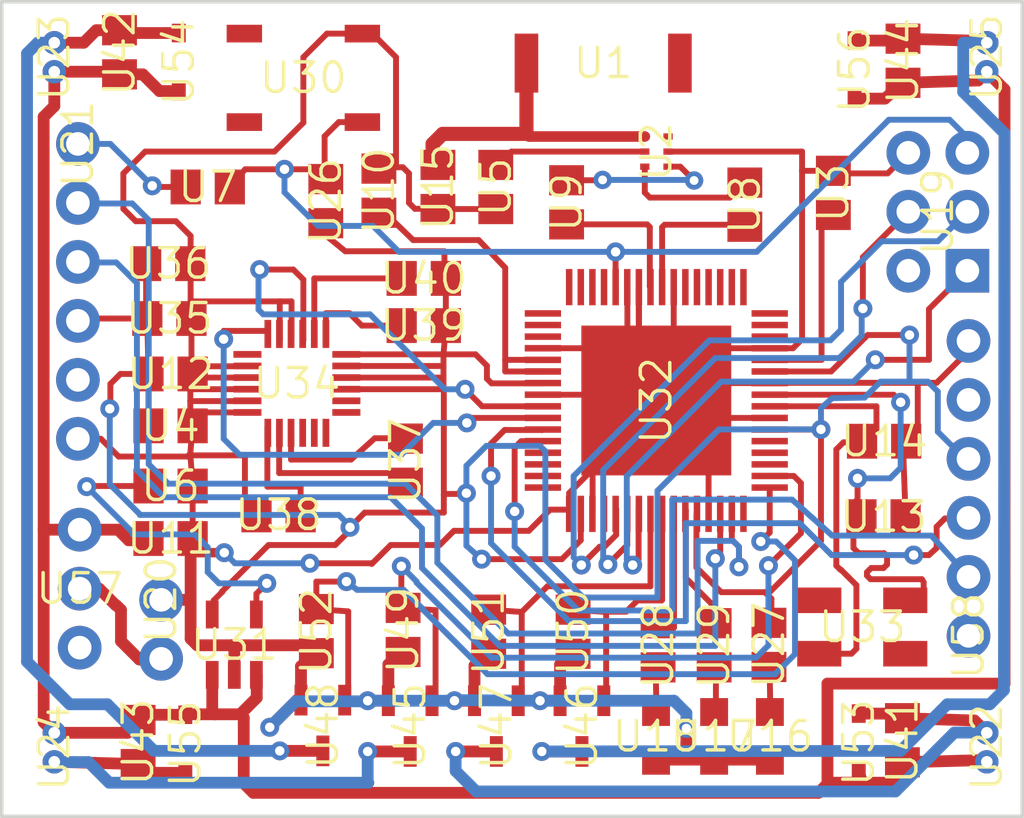
<source format=kicad_pcb>
(kicad_pcb (version 20171130) (host pcbnew "(5.1.4)-1")

  (general
    (thickness 1.6)
    (drawings 4)
    (tracks 750)
    (zones 0)
    (modules 58)
    (nets 81)
  )

  (page A4)
  (layers
    (0 Top signal)
    (1 Route2 signal)
    (2 Route3 signal)
    (3 Route4 signal)
    (4 Route5 signal)
    (5 Route6 signal)
    (6 Route7 signal)
    (7 Route8 signal)
    (8 Route9 signal)
    (9 Route10 signal)
    (10 Route11 signal)
    (11 Route12 signal)
    (12 Route13 signal)
    (13 Route14 signal)
    (14 Route15 signal)
    (31 Bottom signal)
    (32 B.Adhes user)
    (33 F.Adhes user)
    (34 B.Paste user)
    (35 F.Paste user)
    (36 B.SilkS user)
    (37 F.SilkS user)
    (38 B.Mask user)
    (39 F.Mask user)
    (40 Dwgs.User user hide)
    (41 Cmts.User user)
    (42 Eco1.User user)
    (43 Eco2.User user)
    (44 Edge.Cuts user)
    (45 Margin user)
    (46 B.CrtYd user)
    (47 F.CrtYd user)
    (48 B.Fab user)
    (49 F.Fab user)
  )

  (setup
    (last_trace_width 0.254)
    (trace_clearance 0.1524)
    (zone_clearance 0.508)
    (zone_45_only no)
    (trace_min 0.2)
    (via_size 0.8128)
    (via_drill 0.4064)
    (via_min_size 0.4)
    (via_min_drill 0.3)
    (uvia_size 0.3)
    (uvia_drill 0.1)
    (uvias_allowed no)
    (uvia_min_size 0.2)
    (uvia_min_drill 0.1)
    (edge_width 0.05)
    (segment_width 0.2)
    (pcb_text_width 0.3)
    (pcb_text_size 1.5 1.5)
    (mod_edge_width 0.12)
    (mod_text_size 1 1)
    (mod_text_width 0.15)
    (pad_size 1.524 1.524)
    (pad_drill 0.762)
    (pad_to_mask_clearance 0.051)
    (solder_mask_min_width 0.25)
    (aux_axis_origin 0 0)
    (visible_elements 7FFFFFFF)
    (pcbplotparams
      (layerselection 0x010fc_ffffffff)
      (usegerberextensions false)
      (usegerberattributes false)
      (usegerberadvancedattributes false)
      (creategerberjobfile false)
      (excludeedgelayer true)
      (linewidth 0.100000)
      (plotframeref false)
      (viasonmask false)
      (mode 1)
      (useauxorigin false)
      (hpglpennumber 1)
      (hpglpenspeed 20)
      (hpglpendiameter 15.000000)
      (psnegative false)
      (psa4output false)
      (plotreference true)
      (plotvalue true)
      (plotinvisibletext false)
      (padsonsilk false)
      (subtractmaskfromsilk false)
      (outputformat 1)
      (mirror false)
      (drillshape 1)
      (scaleselection 1)
      (outputdirectory ""))
  )

  (net 0 "")
  (net 1 GND)
  (net 2 3.3V)
  (net 3 "Net-(U1-Pad64)")
  (net 4 "Net-(U1-Pad63)")
  (net 5 "Net-(U1-Pad62)")
  (net 6 "Net-(C1-Pad1)")
  (net 7 "Net-(C5-Pad1)")
  (net 8 "Net-(C6-Pad1)")
  (net 9 "Net-(U1-Pad53)")
  (net 10 "Net-(U1-Pad52)")
  (net 11 "Net-(U1-Pad51)")
  (net 12 /PE4)
  (net 13 /PE3)
  (net 14 "Net-(U1-Pad48)")
  (net 15 /TX0)
  (net 16 /RX0)
  (net 17 /PB7)
  (net 18 /PB6)
  (net 19 /PB5)
  (net 20 /PB4)
  (net 21 /MISO)
  (net 22 /MOSI)
  (net 23 /SCK)
  (net 24 "Net-(U1-Pad36)")
  (net 25 "Net-(U1-Pad32)")
  (net 26 "Net-(U1-Pad31)")
  (net 27 "Net-(U1-Pad30)")
  (net 28 "Net-(U1-Pad29)")
  (net 29 /TX1)
  (net 30 /RX1)
  (net 31 /SDA)
  (net 32 /SCL)
  (net 33 "Net-(C2-Pad1)")
  (net 34 "Net-(U1-Pad19)")
  (net 35 "Net-(U1-Pad18)")
  (net 36 "Net-(U1-Pad17)")
  (net 37 "Net-(U1-Pad16)")
  (net 38 "Net-(U1-Pad15)")
  (net 39 "Net-(U1-Pad14)")
  (net 40 "Net-(U1-Pad13)")
  (net 41 /RESET)
  (net 42 "Net-(C17-Pad2)")
  (net 43 "Net-(C16-Pad1)")
  (net 44 "Net-(U1-Pad6)")
  (net 45 "Net-(U1-Pad5)")
  (net 46 "Net-(U1-Pad4)")
  (net 47 "Net-(U1-Pad3)")
  (net 48 "Net-(U1-Pad2)")
  (net 49 "Net-(U1-Pad1)")
  (net 50 "Net-(B1-Pad4)")
  (net 51 "Net-(B1-Pad3)")
  (net 52 "Net-(B1-Pad2)")
  (net 53 /RFANT)
  (net 54 "Net-(J1-Pad2)")
  (net 55 "Net-(JP9-PadCTS)")
  (net 56 "Net-(C15-Pad1)")
  (net 57 "Net-(C7-Pad2)")
  (net 58 /VBAT)
  (net 59 "Net-(C8-Pad2)")
  (net 60 "Net-(C13-Pad2)")
  (net 61 "Net-(C14-Pad2)")
  (net 62 "Net-(JP3-Pad2)")
  (net 63 "Net-(C12-Pad1)")
  (net 64 "Net-(R10-Pad1)")
  (net 65 "Net-(R3-Pad1)")
  (net 66 "Net-(U4-Pad14)")
  (net 67 "Net-(U4-Pad13)")
  (net 68 "Net-(U4-Pad12)")
  (net 69 "Net-(U4-Pad11)")
  (net 70 "Net-(U4-Pad10)")
  (net 71 "Net-(C25-Pad1)")
  (net 72 "Net-(C25-Pad2)")
  (net 73 "Net-(C26-Pad2)")
  (net 74 "Net-(U4-Pad1)")
  (net 75 "Net-(S2-Pad1)")
  (net 76 "Net-(JP2-PadCTS)")
  (net 77 "Net-(JP2-PadDTR)")
  (net 78 "Net-(BOT1-PadA)")
  (net 79 "Net-(ARM1-PadA)")
  (net 80 "Net-(PWR1-PadA)")

  (net_class Default "This is the default net class."
    (clearance 0.1524)
    (trace_width 0.254)
    (via_dia 0.8128)
    (via_drill 0.4064)
    (uvia_dia 0.3)
    (uvia_drill 0.1)
    (add_net /MISO)
    (add_net /MOSI)
    (add_net /PB4)
    (add_net /PB5)
    (add_net /PB6)
    (add_net /PB7)
    (add_net /PE3)
    (add_net /PE4)
    (add_net /RESET)
    (add_net /RFANT)
    (add_net /RX0)
    (add_net /RX1)
    (add_net /SCK)
    (add_net /SCL)
    (add_net /SDA)
    (add_net /TX0)
    (add_net /TX1)
    (add_net 3.3V)
    (add_net GND)
    (add_net "Net-(ARM1-PadA)")
    (add_net "Net-(B1-Pad2)")
    (add_net "Net-(B1-Pad3)")
    (add_net "Net-(B1-Pad4)")
    (add_net "Net-(BOT1-PadA)")
    (add_net "Net-(C1-Pad1)")
    (add_net "Net-(C12-Pad1)")
    (add_net "Net-(C15-Pad1)")
    (add_net "Net-(C16-Pad1)")
    (add_net "Net-(C17-Pad2)")
    (add_net "Net-(C2-Pad1)")
    (add_net "Net-(C25-Pad1)")
    (add_net "Net-(C25-Pad2)")
    (add_net "Net-(C26-Pad2)")
    (add_net "Net-(C5-Pad1)")
    (add_net "Net-(C6-Pad1)")
    (add_net "Net-(J1-Pad2)")
    (add_net "Net-(JP2-PadCTS)")
    (add_net "Net-(JP2-PadDTR)")
    (add_net "Net-(JP3-Pad2)")
    (add_net "Net-(JP9-PadCTS)")
    (add_net "Net-(PWR1-PadA)")
    (add_net "Net-(R10-Pad1)")
    (add_net "Net-(R3-Pad1)")
    (add_net "Net-(S2-Pad1)")
    (add_net "Net-(U1-Pad1)")
    (add_net "Net-(U1-Pad13)")
    (add_net "Net-(U1-Pad14)")
    (add_net "Net-(U1-Pad15)")
    (add_net "Net-(U1-Pad16)")
    (add_net "Net-(U1-Pad17)")
    (add_net "Net-(U1-Pad18)")
    (add_net "Net-(U1-Pad19)")
    (add_net "Net-(U1-Pad2)")
    (add_net "Net-(U1-Pad29)")
    (add_net "Net-(U1-Pad3)")
    (add_net "Net-(U1-Pad30)")
    (add_net "Net-(U1-Pad31)")
    (add_net "Net-(U1-Pad32)")
    (add_net "Net-(U1-Pad36)")
    (add_net "Net-(U1-Pad4)")
    (add_net "Net-(U1-Pad48)")
    (add_net "Net-(U1-Pad5)")
    (add_net "Net-(U1-Pad51)")
    (add_net "Net-(U1-Pad52)")
    (add_net "Net-(U1-Pad53)")
    (add_net "Net-(U1-Pad6)")
    (add_net "Net-(U1-Pad62)")
    (add_net "Net-(U1-Pad63)")
    (add_net "Net-(U1-Pad64)")
    (add_net "Net-(U4-Pad1)")
    (add_net "Net-(U4-Pad10)")
    (add_net "Net-(U4-Pad11)")
    (add_net "Net-(U4-Pad12)")
    (add_net "Net-(U4-Pad13)")
    (add_net "Net-(U4-Pad14)")
  )

  (net_class Power ""
    (clearance 0.1524)
    (trace_width 0.508)
    (via_dia 0.8128)
    (via_drill 0.4064)
    (uvia_dia 0.3)
    (uvia_drill 0.1)
    (add_net /VBAT)
    (add_net "Net-(C13-Pad2)")
    (add_net "Net-(C14-Pad2)")
    (add_net "Net-(C7-Pad2)")
    (add_net "Net-(C8-Pad2)")
  )

  (module quadcopterJorge:ANTENNA-CHIP5 locked (layer Top) (tedit 5DCE6AFB) (tstamp 5DC900A2)
    (at 152.4254 90.1065)
    (path /EA64C37F)
    (fp_text reference "U1" (at 0 0) (layer F.SilkS)
      (effects (font (size 1.27 1.27) (thickness 0.15)))
    )
    (fp_text value "" (at 0 0) (layer F.SilkS)
      (effects (font (size 1.27 1.27) (thickness 0.15)))
    )
    (fp_poly (pts (xy -4 -1.4) (xy 4 -1.4) (xy 4 1.4) (xy -4 1.4)) (layer F.CrtYd) (width 0.1))
    (pad FEED smd rect (at -3.302 0 180) (size 1.016 2.54) (layers Top F.Paste F.Mask)
      (net 53 /RFANT) (solder_mask_margin 0.1016))
    (pad NC smd rect (at 3.302 0 180) (size 1.016 2.54) (layers Top F.Paste F.Mask)
      (solder_mask_margin 0.1016))
  )

  (module quadcopterJorge:BALUN-0805 locked (layer Top) (tedit 5DCE655C) (tstamp 5DC900AF)
    (at 154.7114 93.9165 270)
    (descr "<h3>Balun - 0805 Package</h3>\n<p>Transformer to convert an unbalanced signal to a balenced one, or vice-versa.</p>\n<p><a href=\"http://katalog.we-online.de/pbs/datasheet/748421245.pdf\">Example Datasheet</a></p>")
    (path /A14A3ED5)
    (fp_text reference "U2" (at 0 0 270) (layer F.SilkS)
      (effects (font (size 1.27 1.27) (thickness 0.15)))
    )
    (fp_text value "" (at 0 0 270) (layer F.SilkS)
      (effects (font (size 1.27 1.27) (thickness 0.15)))
    )
    (fp_poly (pts (xy -1.3 -0.9) (xy 1.3 -0.9) (xy 1.3 0.9) (xy -1.3 0.9)) (layer F.CrtYd) (width 0.1))
    (pad 4 smd rect (at 0.65 -0.505 270) (size 0.27 0.4) (layers Top F.Paste F.Mask)
      (net 50 "Net-(B1-Pad4)") (solder_mask_margin 0.1016))
    (pad 5 smd rect (at 0 -0.505 270) (size 0.27 0.4) (layers Top F.Paste F.Mask)
      (net 1 GND) (solder_mask_margin 0.1016))
    (pad 6 smd rect (at -0.65 -0.505 270) (size 0.27 0.4) (layers Top F.Paste F.Mask)
      (solder_mask_margin 0.1016))
    (pad 3 smd rect (at 0.65 0.495 270) (size 0.27 0.4) (layers Top F.Paste F.Mask)
      (net 51 "Net-(B1-Pad3)") (solder_mask_margin 0.1016))
    (pad 2 smd rect (at 0 0.495 270) (size 0.27 0.4) (layers Top F.Paste F.Mask)
      (net 52 "Net-(B1-Pad2)") (solder_mask_margin 0.1016))
    (pad 1 smd rect (at -0.65 0.495 270) (size 0.27 0.4) (layers Top F.Paste F.Mask)
      (net 53 /RFANT) (solder_mask_margin 0.1016))
  )

  (module quadcopterJorge:C0805 (layer Top) (tedit 5DCE6588) (tstamp 5DC900C6)
    (at 162.3314 95.6945 90)
    (descr <b>CAPACITOR</b><p>)
    (path /C8E3AF05)
    (fp_text reference "U3" (at 0 0 90) (layer F.SilkS)
      (effects (font (size 1.27 1.27) (thickness 0.15)))
    )
    (fp_text value "" (at 0 0 90) (layer F.SilkS)
      (effects (font (size 1.27 1.27) (thickness 0.15)))
    )
    (fp_poly (pts (xy -2 -1) (xy 2 -1) (xy 2 1) (xy -2 1)) (layer F.CrtYd) (width 0.1))
    (pad 2 smd rect (at 0.95 0 90) (size 1.3 1.5) (layers Top F.Paste F.Mask)
      (net 1 GND) (solder_mask_margin 0.1016))
    (pad 1 smd rect (at -0.95 0 90) (size 1.3 1.5) (layers Top F.Paste F.Mask)
      (net 6 "Net-(C1-Pad1)") (solder_mask_margin 0.1016))
  )

  (module quadcopterJorge:C0805 (layer Top) (tedit 5DCE6588) (tstamp 5DC900D4)
    (at 133.8072 105.7275)
    (descr <b>CAPACITOR</b><p>)
    (path /F9611745)
    (fp_text reference "U4" (at 0 0) (layer F.SilkS)
      (effects (font (size 1.27 1.27) (thickness 0.15)))
    )
    (fp_text value "" (at 0 0) (layer F.SilkS)
      (effects (font (size 1.27 1.27) (thickness 0.15)))
    )
    (fp_poly (pts (xy -2 -1) (xy 2 -1) (xy 2 1) (xy -2 1)) (layer F.CrtYd) (width 0.1))
    (pad 2 smd rect (at 0.95 0) (size 1.3 1.5) (layers Top F.Paste F.Mask)
      (net 1 GND) (solder_mask_margin 0.1016))
    (pad 1 smd rect (at -0.95 0) (size 1.3 1.5) (layers Top F.Paste F.Mask)
      (net 2 3.3V) (solder_mask_margin 0.1016))
  )

  (module quadcopterJorge:C0805 (layer Top) (tedit 5DCE6588) (tstamp 5DC900E2)
    (at 147.8026 95.4405 270)
    (descr <b>CAPACITOR</b><p>)
    (path /863C519D)
    (fp_text reference "U5" (at 0 0 270) (layer F.SilkS)
      (effects (font (size 1.27 1.27) (thickness 0.15)))
    )
    (fp_text value "" (at 0 0 270) (layer F.SilkS)
      (effects (font (size 1.27 1.27) (thickness 0.15)))
    )
    (fp_poly (pts (xy -2 -1) (xy 2 -1) (xy 2 1) (xy -2 1)) (layer F.CrtYd) (width 0.1))
    (pad 2 smd rect (at 0.95 0 270) (size 1.3 1.5) (layers Top F.Paste F.Mask)
      (net 1 GND) (solder_mask_margin 0.1016))
    (pad 1 smd rect (at -0.95 0 270) (size 1.3 1.5) (layers Top F.Paste F.Mask)
      (net 52 "Net-(B1-Pad2)") (solder_mask_margin 0.1016))
  )

  (module quadcopterJorge:C0805 (layer Top) (tedit 5DCE6588) (tstamp 5DC900F0)
    (at 133.8072 108.3183)
    (descr <b>CAPACITOR</b><p>)
    (path /A436D0BD)
    (fp_text reference "U6" (at 0 0) (layer F.SilkS)
      (effects (font (size 1.27 1.27) (thickness 0.15)))
    )
    (fp_text value "" (at 0 0) (layer F.SilkS)
      (effects (font (size 1.27 1.27) (thickness 0.15)))
    )
    (fp_poly (pts (xy -2 -1) (xy 2 -1) (xy 2 1) (xy -2 1)) (layer F.CrtYd) (width 0.1))
    (pad 2 smd rect (at 0.95 0) (size 1.3 1.5) (layers Top F.Paste F.Mask)
      (net 1 GND) (solder_mask_margin 0.1016))
    (pad 1 smd rect (at -0.95 0) (size 1.3 1.5) (layers Top F.Paste F.Mask)
      (net 63 "Net-(C12-Pad1)") (solder_mask_margin 0.1016))
  )

  (module quadcopterJorge:C0805 (layer Top) (tedit 5DCE6588) (tstamp 5DC900FE)
    (at 135.4074 95.4405)
    (descr <b>CAPACITOR</b><p>)
    (path /C65B0EAD)
    (fp_text reference "U7" (at 0 0) (layer F.SilkS)
      (effects (font (size 1.27 1.27) (thickness 0.15)))
    )
    (fp_text value "" (at 0 0) (layer F.SilkS)
      (effects (font (size 1.27 1.27) (thickness 0.15)))
    )
    (fp_poly (pts (xy -2 -1) (xy 2 -1) (xy 2 1) (xy -2 1)) (layer F.CrtYd) (width 0.1))
    (pad 2 smd rect (at 0.95 0) (size 1.3 1.5) (layers Top F.Paste F.Mask)
      (net 41 /RESET) (solder_mask_margin 0.1016))
    (pad 1 smd rect (at -0.95 0) (size 1.3 1.5) (layers Top F.Paste F.Mask)
      (net 56 "Net-(C15-Pad1)") (solder_mask_margin 0.1016))
  )

  (module quadcopterJorge:C0805 (layer Top) (tedit 5DCE6588) (tstamp 5DC9010C)
    (at 158.5214 96.2025 90)
    (descr <b>CAPACITOR</b><p>)
    (path /4CA4B545)
    (fp_text reference "U8" (at 0 0 90) (layer F.SilkS)
      (effects (font (size 1.27 1.27) (thickness 0.15)))
    )
    (fp_text value "" (at 0 0 90) (layer F.SilkS)
      (effects (font (size 1.27 1.27) (thickness 0.15)))
    )
    (fp_poly (pts (xy -2 -1) (xy 2 -1) (xy 2 1) (xy -2 1)) (layer F.CrtYd) (width 0.1))
    (pad 2 smd rect (at 0.95 0 90) (size 1.3 1.5) (layers Top F.Paste F.Mask)
      (net 51 "Net-(B1-Pad3)") (solder_mask_margin 0.1016))
    (pad 1 smd rect (at -0.95 0 90) (size 1.3 1.5) (layers Top F.Paste F.Mask)
      (net 43 "Net-(C16-Pad1)") (solder_mask_margin 0.1016))
  )

  (module quadcopterJorge:C0805 (layer Top) (tedit 5DCE6588) (tstamp 5DC9011A)
    (at 150.8506 96.1009 270)
    (descr <b>CAPACITOR</b><p>)
    (path /57A7EDF6)
    (fp_text reference "U9" (at 0 0 270) (layer F.SilkS)
      (effects (font (size 1.27 1.27) (thickness 0.15)))
    )
    (fp_text value "" (at 0 0 270) (layer F.SilkS)
      (effects (font (size 1.27 1.27) (thickness 0.15)))
    )
    (fp_poly (pts (xy -2 -1) (xy 2 -1) (xy 2 1) (xy -2 1)) (layer F.CrtYd) (width 0.1))
    (pad 2 smd rect (at 0.95 0 270) (size 1.3 1.5) (layers Top F.Paste F.Mask)
      (net 42 "Net-(C17-Pad2)") (solder_mask_margin 0.1016))
    (pad 1 smd rect (at -0.95 0 270) (size 1.3 1.5) (layers Top F.Paste F.Mask)
      (net 50 "Net-(B1-Pad4)") (solder_mask_margin 0.1016))
  )

  (module quadcopterJorge:C0805 (layer Top) (tedit 5DCE6588) (tstamp 5DC90128)
    (at 142.7734 95.6 90)
    (descr <b>CAPACITOR</b><p>)
    (path /AC671DB5)
    (fp_text reference "U10" (at 0 0 90) (layer F.SilkS)
      (effects (font (size 1.27 1.27) (thickness 0.15)))
    )
    (fp_text value "" (at 0 0 90) (layer F.SilkS)
      (effects (font (size 1.27 1.27) (thickness 0.15)))
    )
    (fp_poly (pts (xy -2 -1) (xy 2 -1) (xy 2 1) (xy -2 1)) (layer F.CrtYd) (width 0.1))
    (pad 2 smd rect (at 0.95 0 90) (size 1.3 1.5) (layers Top F.Paste F.Mask)
      (net 1 GND) (solder_mask_margin 0.1016))
    (pad 1 smd rect (at -0.95 0 90) (size 1.3 1.5) (layers Top F.Paste F.Mask)
      (net 33 "Net-(C2-Pad1)") (solder_mask_margin 0.1016))
  )

  (module quadcopterJorge:C0805 (layer Top) (tedit 5DCE6588) (tstamp 5DC90136)
    (at 133.8072 110.5789)
    (descr <b>CAPACITOR</b><p>)
    (path /88B3C59D)
    (fp_text reference "U11" (at 0 0) (layer F.SilkS)
      (effects (font (size 1.27 1.27) (thickness 0.15)))
    )
    (fp_text value "" (at 0 0) (layer F.SilkS)
      (effects (font (size 1.27 1.27) (thickness 0.15)))
    )
    (fp_poly (pts (xy -2 -1) (xy 2 -1) (xy 2 1) (xy -2 1)) (layer F.CrtYd) (width 0.1))
    (pad 2 smd rect (at 0.95 0) (size 1.3 1.5) (layers Top F.Paste F.Mask)
      (net 1 GND) (solder_mask_margin 0.1016))
    (pad 1 smd rect (at -0.95 0) (size 1.3 1.5) (layers Top F.Paste F.Mask)
      (net 58 /VBAT) (solder_mask_margin 0.1016))
  )

  (module quadcopterJorge:C0805 (layer Top) (tedit 5DCE6588) (tstamp 5DC90144)
    (at 133.8072 103.4923)
    (descr <b>CAPACITOR</b><p>)
    (path /ECDD94AD)
    (fp_text reference "U12" (at 0 0) (layer F.SilkS)
      (effects (font (size 1.27 1.27) (thickness 0.15)))
    )
    (fp_text value "" (at 0 0) (layer F.SilkS)
      (effects (font (size 1.27 1.27) (thickness 0.15)))
    )
    (fp_poly (pts (xy -2 -1) (xy 2 -1) (xy 2 1) (xy -2 1)) (layer F.CrtYd) (width 0.1))
    (pad 2 smd rect (at 0.95 0) (size 1.3 1.5) (layers Top F.Paste F.Mask)
      (net 1 GND) (solder_mask_margin 0.1016))
    (pad 1 smd rect (at -0.95 0) (size 1.3 1.5) (layers Top F.Paste F.Mask)
      (net 2 3.3V) (solder_mask_margin 0.1016))
  )

  (module quadcopterJorge:C0805 (layer Top) (tedit 5DCE6588) (tstamp 5DC90152)
    (at 164.4904 109.6391)
    (descr <b>CAPACITOR</b><p>)
    (path /40EB53D4)
    (fp_text reference "U13" (at 0 0) (layer F.SilkS)
      (effects (font (size 1.27 1.27) (thickness 0.15)))
    )
    (fp_text value "" (at 0 0) (layer F.SilkS)
      (effects (font (size 1.27 1.27) (thickness 0.15)))
    )
    (fp_poly (pts (xy -2 -1) (xy 2 -1) (xy 2 1) (xy -2 1)) (layer F.CrtYd) (width 0.1))
    (pad 2 smd rect (at 0.95 0) (size 1.3 1.5) (layers Top F.Paste F.Mask)
      (net 1 GND) (solder_mask_margin 0.1016))
    (pad 1 smd rect (at -0.95 0) (size 1.3 1.5) (layers Top F.Paste F.Mask)
      (net 7 "Net-(C5-Pad1)") (solder_mask_margin 0.1016))
  )

  (module quadcopterJorge:C0805 (layer Top) (tedit 5DCE6588) (tstamp 5DC90160)
    (at 164.5158 106.3879)
    (descr <b>CAPACITOR</b><p>)
    (path /EF4A0B26)
    (fp_text reference "U14" (at 0 0) (layer F.SilkS)
      (effects (font (size 1.27 1.27) (thickness 0.15)))
    )
    (fp_text value "" (at 0 0) (layer F.SilkS)
      (effects (font (size 1.27 1.27) (thickness 0.15)))
    )
    (fp_poly (pts (xy -2 -1) (xy 2 -1) (xy 2 1) (xy -2 1)) (layer F.CrtYd) (width 0.1))
    (pad 2 smd rect (at 0.95 0) (size 1.3 1.5) (layers Top F.Paste F.Mask)
      (net 1 GND) (solder_mask_margin 0.1016))
    (pad 1 smd rect (at -0.95 0) (size 1.3 1.5) (layers Top F.Paste F.Mask)
      (net 8 "Net-(C6-Pad1)") (solder_mask_margin 0.1016))
  )

  (module quadcopterJorge:C0805 (layer Top) (tedit 5DCE6588) (tstamp 5DC9016E)
    (at 145.3134 95.4405 90)
    (descr <b>CAPACITOR</b><p>)
    (path /E301BF82)
    (fp_text reference "U15" (at 0 0 90) (layer F.SilkS)
      (effects (font (size 1.27 1.27) (thickness 0.15)))
    )
    (fp_text value "" (at 0 0 90) (layer F.SilkS)
      (effects (font (size 1.27 1.27) (thickness 0.15)))
    )
    (fp_poly (pts (xy -2 -1) (xy 2 -1) (xy 2 1) (xy -2 1)) (layer F.CrtYd) (width 0.1))
    (pad 2 smd rect (at 0.95 0 90) (size 1.3 1.5) (layers Top F.Paste F.Mask)
      (net 53 /RFANT) (solder_mask_margin 0.1016))
    (pad 1 smd rect (at -0.95 0 90) (size 1.3 1.5) (layers Top F.Paste F.Mask)
      (net 1 GND) (solder_mask_margin 0.1016))
  )

  (module quadcopterJorge:CHIP-LED0805 (layer Top) (tedit 5DCE6B13) (tstamp 5DC9017C)
    (at 159.6 119.1 180)
    (descr "<b>Hyper CHIPLED Hyper-Bright LED</b><p>\nLB R99A<br>\nSource: http://www.osram.convergy.de/ ... lb_r99a.pdf")
    (path /D9B9D322)
    (fp_text reference "U16" (at 0 0 180) (layer F.SilkS)
      (effects (font (size 1.27 1.27) (thickness 0.15)))
    )
    (fp_text value "" (at 0 0 180) (layer F.SilkS)
      (effects (font (size 1.27 1.27) (thickness 0.15)))
    )
    (fp_poly (pts (xy -0.8 -1.8) (xy 0.8 -1.8) (xy 0.8 1.8) (xy -0.8 1.8)) (layer F.CrtYd) (width 0.1))
    (pad A smd rect (at 0 1.05 180) (size 1.2 1.2) (layers Top F.Paste F.Mask)
      (net 80 "Net-(PWR1-PadA)") (solder_mask_margin 0.1016))
    (pad C smd rect (at 0 -1.05 180) (size 1.2 1.2) (layers Top F.Paste F.Mask)
      (net 1 GND) (solder_mask_margin 0.1016))
  )

  (module quadcopterJorge:CHIP-LED0805 (layer Top) (tedit 5DCE6B13) (tstamp 5DC90188)
    (at 157.2 119.1 180)
    (descr "<b>Hyper CHIPLED Hyper-Bright LED</b><p>\nLB R99A<br>\nSource: http://www.osram.convergy.de/ ... lb_r99a.pdf")
    (path /2B5E229B)
    (fp_text reference "U17" (at 0 0 180) (layer F.SilkS)
      (effects (font (size 1.27 1.27) (thickness 0.15)))
    )
    (fp_text value "" (at 0 0 180) (layer F.SilkS)
      (effects (font (size 1.27 1.27) (thickness 0.15)))
    )
    (fp_poly (pts (xy -0.8 -1.8) (xy 0.8 -1.8) (xy 0.8 1.8) (xy -0.8 1.8)) (layer F.CrtYd) (width 0.1))
    (pad A smd rect (at 0 1.05 180) (size 1.2 1.2) (layers Top F.Paste F.Mask)
      (net 78 "Net-(BOT1-PadA)") (solder_mask_margin 0.1016))
    (pad C smd rect (at 0 -1.05 180) (size 1.2 1.2) (layers Top F.Paste F.Mask)
      (net 1 GND) (solder_mask_margin 0.1016))
  )

  (module quadcopterJorge:CHIP-LED0805 (layer Top) (tedit 5DCE6B13) (tstamp 5DC90194)
    (at 154.7 119.1 180)
    (descr "<b>Hyper CHIPLED Hyper-Bright LED</b><p>\nLB R99A<br>\nSource: http://www.osram.convergy.de/ ... lb_r99a.pdf")
    (path /2D72AB37)
    (fp_text reference "U18" (at 0 0 180) (layer F.SilkS)
      (effects (font (size 1.27 1.27) (thickness 0.15)))
    )
    (fp_text value "" (at 0 0 180) (layer F.SilkS)
      (effects (font (size 1.27 1.27) (thickness 0.15)))
    )
    (fp_poly (pts (xy -0.8 -1.8) (xy 0.8 -1.8) (xy 0.8 1.8) (xy -0.8 1.8)) (layer F.CrtYd) (width 0.1))
    (pad A smd rect (at 0 1.05 180) (size 1.2 1.2) (layers Top F.Paste F.Mask)
      (net 79 "Net-(ARM1-PadA)") (solder_mask_margin 0.1016))
    (pad C smd rect (at 0 -1.05 180) (size 1.2 1.2) (layers Top F.Paste F.Mask)
      (net 1 GND) (solder_mask_margin 0.1016))
  )

  (module quadcopterJorge:2X3-NS locked (layer Top) (tedit 5DCF25D3) (tstamp 5DC901A0)
    (at 166.8272 96.5073 90)
    (path /92F0590A)
    (fp_text reference "U19" (at 0 0 90) (layer F.SilkS)
      (effects (font (size 1.27 1.27) (thickness 0.15)))
    )
    (fp_text value "" (at 0 0 90) (layer F.SilkS)
      (effects (font (size 1.27 1.27) (thickness 0.15)))
    )
    (fp_poly (pts (xy -3.9 -2.7) (xy 3.9 -2.7) (xy 3.9 2.7) (xy -3.9 2.7)) (layer B.CrtYd) (width 0.1))
    (fp_poly (pts (xy -3.9 -2.7) (xy 3.9 -2.7) (xy 3.9 2.7) (xy -3.9 2.7)) (layer F.CrtYd) (width 0.1))
    (pad 6 thru_hole circle (at 2.54 -1.27 90) (size 1.8796 1.8796) (drill 1.016) (layers *.Cu *.Mask)
      (net 1 GND) (solder_mask_margin 0.1016))
    (pad 5 thru_hole circle (at 2.54 1.27 90) (size 1.8796 1.8796) (drill 1.016) (layers *.Cu *.Mask)
      (net 41 /RESET) (solder_mask_margin 0.1016))
    (pad 4 thru_hole circle (at 0 -1.27 90) (size 1.8796 1.8796) (drill 1.016) (layers *.Cu *.Mask)
      (net 22 /MOSI) (solder_mask_margin 0.1016))
    (pad 3 thru_hole circle (at 0 1.27 90) (size 1.8796 1.8796) (drill 1.016) (layers *.Cu *.Mask)
      (net 23 /SCK) (solder_mask_margin 0.1016))
    (pad 2 thru_hole circle (at -2.54 -1.27 90) (size 1.8796 1.8796) (drill 1.016) (layers *.Cu *.Mask)
      (net 54 "Net-(J1-Pad2)") (solder_mask_margin 0.1016))
    (pad 1 thru_hole rect (at -2.54 1.27 90) (size 1.8796 1.8796) (drill 1.016) (layers *.Cu *.Mask)
      (net 21 /MISO) (solder_mask_margin 0.1016))
  )

  (module quadcopterJorge:1X02 (layer Top) (tedit 5DCF25B9) (tstamp 5DC901C6)
    (at 133.4008 113.2205 270)
    (path /EC28632A)
    (fp_text reference "U20" (at 0 0 270) (layer F.SilkS)
      (effects (font (size 1.27 1.27) (thickness 0.15)))
    )
    (fp_text value "" (at 0 0 270) (layer F.SilkS)
      (effects (font (size 1.27 1.27) (thickness 0.15)))
    )
    (fp_poly (pts (xy -1.4 -1.4) (xy 3.9 -1.4) (xy 3.9 1.4) (xy -1.4 1.4)) (layer B.CrtYd) (width 0.1))
    (fp_poly (pts (xy -1.4 -1.4) (xy 3.9 -1.4) (xy 3.9 1.4) (xy -1.4 1.4)) (layer F.CrtYd) (width 0.1))
    (pad 2 thru_hole circle (at 2.54 0) (size 1.8796 1.8796) (drill 1.016) (layers *.Cu *.Mask)
      (net 62 "Net-(JP3-Pad2)") (solder_mask_margin 0.1016))
    (pad 1 thru_hole circle (at 0 0) (size 1.8796 1.8796) (drill 1.016) (layers *.Cu *.Mask)
      (net 1 GND) (solder_mask_margin 0.1016))
  )

  (module quadcopterJorge:FTDI_BASIC locked (layer Top) (tedit 5DCF2629) (tstamp 5DC901DB)
    (at 129.8194 93.5863 270)
    (path /9500817F)
    (fp_text reference "U21" (at 0 0 270) (layer F.SilkS)
      (effects (font (size 1.27 1.27) (thickness 0.15)))
    )
    (fp_text value "" (at 0 0 270) (layer F.SilkS)
      (effects (font (size 1.27 1.27) (thickness 0.15)))
    )
    (fp_poly (pts (xy -1.3 -1.3) (xy 14 -1.3) (xy 14 1.3) (xy -1.3 1.3)) (layer B.CrtYd) (width 0.1))
    (fp_poly (pts (xy -1.3 -1.3) (xy 14 -1.3) (xy 14 1.3) (xy -1.3 1.3)) (layer F.CrtYd) (width 0.1))
    (pad GND thru_hole circle (at 12.7 0) (size 1.8796 1.8796) (drill 1.016) (layers *.Cu *.Mask)
      (net 1 GND) (solder_mask_margin 0.1016))
    (pad CTS thru_hole circle (at 10.16 0) (size 1.8796 1.8796) (drill 1.016) (layers *.Cu *.Mask)
      (net 55 "Net-(JP9-PadCTS)") (solder_mask_margin 0.1016))
    (pad VCC thru_hole circle (at 7.62 0) (size 1.8796 1.8796) (drill 1.016) (layers *.Cu *.Mask)
      (net 2 3.3V) (solder_mask_margin 0.1016))
    (pad TXO thru_hole circle (at 5.08 0) (size 1.8796 1.8796) (drill 1.016) (layers *.Cu *.Mask)
      (net 16 /RX0) (solder_mask_margin 0.1016))
    (pad RXI thru_hole circle (at 2.54 0) (size 1.8796 1.8796) (drill 1.016) (layers *.Cu *.Mask)
      (net 15 /TX0) (solder_mask_margin 0.1016))
    (pad DTR thru_hole circle (at 0 0) (size 1.8796 1.8796) (drill 1.016) (layers *.Cu *.Mask)
      (net 56 "Net-(C15-Pad1)") (solder_mask_margin 0.1016))
  )

  (module quadcopterJorge:653002114822 locked (layer Top) (tedit 5DCF2602) (tstamp 5DC90212)
    (at 168.9354 119.5705 270)
    (descr "WR-WTB 1.25mm Male Vertical Shrouded Header, 2 Pins")
    (path /FD237801)
    (fp_text reference "U22" (at 0 0 270) (layer F.SilkS)
      (effects (font (size 1.27 1.27) (thickness 0.15)))
    )
    (fp_text value "" (at 0 0 270) (layer F.SilkS)
      (effects (font (size 1.27 1.27) (thickness 0.15)))
    )
    (fp_poly (pts (xy -1.3 -0.7) (xy 1.3 -0.7) (xy 1.3 0.7) (xy -1.3 0.7)) (layer B.CrtYd) (width 0.1))
    (fp_poly (pts (xy -2.3 -1.4) (xy 2.3 -1.4) (xy 2.3 2.2) (xy -2.3 2.2)) (layer F.CrtYd) (width 0.1))
    (pad 2 thru_hole circle (at -0.625 0 270) (size 1.008 1.008) (drill 0.5) (layers *.Cu *.Mask)
      (net 57 "Net-(C7-Pad2)") (solder_mask_margin 0.1016))
    (pad 1 thru_hole circle (at 0.625 0 270) (size 1.008 1.008) (drill 0.5) (layers *.Cu *.Mask)
      (net 58 /VBAT) (solder_mask_margin 0.1016))
  )

  (module quadcopterJorge:653002114822 locked (layer Top) (tedit 5DCF2602) (tstamp 5DC90221)
    (at 128.8034 89.8525 270)
    (descr "WR-WTB 1.25mm Male Vertical Shrouded Header, 2 Pins")
    (path /4C99C424)
    (fp_text reference "U23" (at 0 0 270) (layer F.SilkS)
      (effects (font (size 1.27 1.27) (thickness 0.15)))
    )
    (fp_text value "" (at 0 0 270) (layer F.SilkS)
      (effects (font (size 1.27 1.27) (thickness 0.15)))
    )
    (fp_poly (pts (xy -1.3 -0.7) (xy 1.3 -0.7) (xy 1.3 0.7) (xy -1.3 0.7)) (layer B.CrtYd) (width 0.1))
    (fp_poly (pts (xy -2.3 -1.4) (xy 2.3 -1.4) (xy 2.3 2.2) (xy -2.3 2.2)) (layer F.CrtYd) (width 0.1))
    (pad 2 thru_hole circle (at -0.625 0 270) (size 1.008 1.008) (drill 0.5) (layers *.Cu *.Mask)
      (net 59 "Net-(C8-Pad2)") (solder_mask_margin 0.1016))
    (pad 1 thru_hole circle (at 0.625 0 270) (size 1.008 1.008) (drill 0.5) (layers *.Cu *.Mask)
      (net 58 /VBAT) (solder_mask_margin 0.1016))
  )

  (module quadcopterJorge:653002114822 locked (layer Top) (tedit 5DCF2602) (tstamp 5DC90230)
    (at 128.8034 119.5705 90)
    (descr "WR-WTB 1.25mm Male Vertical Shrouded Header, 2 Pins")
    (path /27E031B9)
    (fp_text reference "U24" (at 0 0 90) (layer F.SilkS)
      (effects (font (size 1.27 1.27) (thickness 0.15)))
    )
    (fp_text value "" (at 0 0 90) (layer F.SilkS)
      (effects (font (size 1.27 1.27) (thickness 0.15)))
    )
    (fp_poly (pts (xy -1.3 -0.7) (xy 1.3 -0.7) (xy 1.3 0.7) (xy -1.3 0.7)) (layer B.CrtYd) (width 0.1))
    (fp_poly (pts (xy -2.3 -1.4) (xy 2.3 -1.4) (xy 2.3 2.2) (xy -2.3 2.2)) (layer F.CrtYd) (width 0.1))
    (pad 2 thru_hole circle (at -0.625 0 90) (size 1.008 1.008) (drill 0.5) (layers *.Cu *.Mask)
      (net 60 "Net-(C13-Pad2)") (solder_mask_margin 0.1016))
    (pad 1 thru_hole circle (at 0.625 0 90) (size 1.008 1.008) (drill 0.5) (layers *.Cu *.Mask)
      (net 58 /VBAT) (solder_mask_margin 0.1016))
  )

  (module quadcopterJorge:653002114822 locked (layer Top) (tedit 5DCF2602) (tstamp 5DC9023F)
    (at 168.9354 89.8525 270)
    (descr "WR-WTB 1.25mm Male Vertical Shrouded Header, 2 Pins")
    (path /DCB17BD7)
    (fp_text reference "U25" (at 0 0 270) (layer F.SilkS)
      (effects (font (size 1.27 1.27) (thickness 0.15)))
    )
    (fp_text value "" (at 0 0 270) (layer F.SilkS)
      (effects (font (size 1.27 1.27) (thickness 0.15)))
    )
    (fp_poly (pts (xy -1.3 -0.7) (xy 1.3 -0.7) (xy 1.3 0.7) (xy -1.3 0.7)) (layer B.CrtYd) (width 0.1))
    (fp_poly (pts (xy -2.3 -1.4) (xy 2.3 -1.4) (xy 2.3 2.2) (xy -2.3 2.2)) (layer F.CrtYd) (width 0.1))
    (pad 2 thru_hole circle (at -0.625 0 270) (size 1.008 1.008) (drill 0.5) (layers *.Cu *.Mask)
      (net 61 "Net-(C14-Pad2)") (solder_mask_margin 0.1016))
    (pad 1 thru_hole circle (at 0.625 0 270) (size 1.008 1.008) (drill 0.5) (layers *.Cu *.Mask)
      (net 58 /VBAT) (solder_mask_margin 0.1016))
  )

  (module quadcopterJorge:R0805 (layer Top) (tedit 5DCE67E6) (tstamp 5DC9024E)
    (at 140.4874 96.0501 270)
    (descr <b>RESISTOR</b><p>)
    (path /5FC72806)
    (fp_text reference "U26" (at 0 0 270) (layer F.SilkS)
      (effects (font (size 1.27 1.27) (thickness 0.15)))
    )
    (fp_text value "" (at 0 0 270) (layer F.SilkS)
      (effects (font (size 1.27 1.27) (thickness 0.15)))
    )
    (fp_poly (pts (xy -2 -1) (xy 2 -1) (xy 2 1) (xy -2 1)) (layer F.CrtYd) (width 0.1))
    (pad 2 smd rect (at 0.95 0 270) (size 1.3 1.5) (layers Top F.Paste F.Mask)
      (net 2 3.3V) (solder_mask_margin 0.1016))
    (pad 1 smd rect (at -0.95 0 270) (size 1.3 1.5) (layers Top F.Paste F.Mask)
      (net 41 /RESET) (solder_mask_margin 0.1016))
  )

  (module quadcopterJorge:R0805 (layer Top) (tedit 5DCE67E6) (tstamp 5DC9025C)
    (at 159.56 115.16 90)
    (descr <b>RESISTOR</b><p>)
    (path /3EF859C9)
    (fp_text reference "U27" (at 0 0 90) (layer F.SilkS)
      (effects (font (size 1.27 1.27) (thickness 0.15)))
    )
    (fp_text value "" (at 0 0 90) (layer F.SilkS)
      (effects (font (size 1.27 1.27) (thickness 0.15)))
    )
    (fp_poly (pts (xy -2 -1) (xy 2 -1) (xy 2 1) (xy -2 1)) (layer F.CrtYd) (width 0.1))
    (pad 2 smd rect (at 0.95 0 90) (size 1.3 1.5) (layers Top F.Paste F.Mask)
      (net 2 3.3V) (solder_mask_margin 0.1016))
    (pad 1 smd rect (at -0.95 0 90) (size 1.3 1.5) (layers Top F.Paste F.Mask)
      (net 80 "Net-(PWR1-PadA)") (solder_mask_margin 0.1016))
  )

  (module quadcopterJorge:R0805 (layer Top) (tedit 5DCE67E6) (tstamp 5DC9026A)
    (at 154.7876 115.1763 90)
    (descr <b>RESISTOR</b><p>)
    (path /71430D2B)
    (fp_text reference "U28" (at 0 0 90) (layer F.SilkS)
      (effects (font (size 1.27 1.27) (thickness 0.15)))
    )
    (fp_text value "" (at 0 0 90) (layer F.SilkS)
      (effects (font (size 1.27 1.27) (thickness 0.15)))
    )
    (fp_poly (pts (xy -2 -1) (xy 2 -1) (xy 2 1) (xy -2 1)) (layer F.CrtYd) (width 0.1))
    (pad 2 smd rect (at 0.95 0 90) (size 1.3 1.5) (layers Top F.Paste F.Mask)
      (net 18 /PB6) (solder_mask_margin 0.1016))
    (pad 1 smd rect (at -0.95 0 90) (size 1.3 1.5) (layers Top F.Paste F.Mask)
      (net 79 "Net-(ARM1-PadA)") (solder_mask_margin 0.1016))
  )

  (module quadcopterJorge:R0805 (layer Top) (tedit 5DCE67E6) (tstamp 5DC90278)
    (at 157.2006 115.1763 90)
    (descr <b>RESISTOR</b><p>)
    (path /A0406511)
    (fp_text reference "U29" (at 0 0 90) (layer F.SilkS)
      (effects (font (size 1.27 1.27) (thickness 0.15)))
    )
    (fp_text value "" (at 0 0 90) (layer F.SilkS)
      (effects (font (size 1.27 1.27) (thickness 0.15)))
    )
    (fp_poly (pts (xy -2 -1) (xy 2 -1) (xy 2 1) (xy -2 1)) (layer F.CrtYd) (width 0.1))
    (pad 2 smd rect (at 0.95 0 90) (size 1.3 1.5) (layers Top F.Paste F.Mask)
      (net 17 /PB7) (solder_mask_margin 0.1016))
    (pad 1 smd rect (at -0.95 0 90) (size 1.3 1.5) (layers Top F.Paste F.Mask)
      (net 78 "Net-(BOT1-PadA)") (solder_mask_margin 0.1016))
  )

  (module quadcopterJorge:TACTILE_SWITCH_SMD (layer Top) (tedit 5DCE6BB8) (tstamp 5DC90286)
    (at 139.5222 90.7415 180)
    (path /788C9994)
    (fp_text reference "U30" (at 0 0 180) (layer F.SilkS)
      (effects (font (size 1.27 1.27) (thickness 0.15)))
    )
    (fp_text value "" (at 0 0 180) (layer F.SilkS)
      (effects (font (size 1.27 1.27) (thickness 0.15)))
    )
    (fp_poly (pts (xy -3.5 -2.6) (xy 3.5 -2.6) (xy 3.5 2.6) (xy -3.5 2.6)) (layer F.CrtYd) (width 0.1))
    (pad 4 smd rect (at 2.54 1.905 270) (size 0.762 1.524) (layers Top F.Paste F.Mask)
      (solder_mask_margin 0.1016))
    (pad 3 smd rect (at -2.54 1.905 270) (size 0.762 1.524) (layers Top F.Paste F.Mask)
      (net 1 GND) (solder_mask_margin 0.1016))
    (pad 2 smd rect (at 2.54 -1.905 270) (size 0.762 1.524) (layers Top F.Paste F.Mask)
      (solder_mask_margin 0.1016))
    (pad 1 smd rect (at -2.54 -1.905 270) (size 0.762 1.524) (layers Top F.Paste F.Mask)
      (net 41 /RESET) (solder_mask_margin 0.1016))
  )

  (module quadcopterJorge:SOT23-DBV (layer Top) (tedit 5DCE6B96) (tstamp 5DC9029A)
    (at 136.5504 115.1509)
    (path /4E0AB7A9)
    (fp_text reference "U31" (at 0 0) (layer F.SilkS)
      (effects (font (size 1.27 1.27) (thickness 0.15)))
    )
    (fp_text value "" (at 0 0) (layer F.SilkS)
      (effects (font (size 1.27 1.27) (thickness 0.15)))
    )
    (fp_poly (pts (xy -1.5 -2) (xy 1.5 -2) (xy 1.5 2) (xy -1.5 2)) (layer F.CrtYd) (width 0.1))
    (pad 5 smd rect (at -0.95 -1.3) (size 0.55 1.2) (layers Top F.Paste F.Mask)
      (net 2 3.3V) (solder_mask_margin 0.1016))
    (pad 4 smd rect (at 0.95 -1.3) (size 0.55 1.2) (layers Top F.Paste F.Mask)
      (net 63 "Net-(C12-Pad1)") (solder_mask_margin 0.1016))
    (pad 3 smd rect (at 0.95 1.3) (size 0.55 1.2) (layers Top F.Paste F.Mask)
      (net 58 /VBAT) (solder_mask_margin 0.1016))
    (pad 2 smd rect (at 0 1.3) (size 0.55 1.2) (layers Top F.Paste F.Mask)
      (net 1 GND) (solder_mask_margin 0.1016))
    (pad 1 smd rect (at -0.95 1.3) (size 0.55 1.2) (layers Top F.Paste F.Mask)
      (net 58 /VBAT) (solder_mask_margin 0.1016))
  )

  (module quadcopterJorge:QFN-64 (layer Top) (tedit 5DCE6B79) (tstamp 5DC902B2)
    (at 154.7114 104.6353 270)
    (path /94FABF20)
    (fp_text reference "U32" (at 0 0 270) (layer F.SilkS)
      (effects (font (size 1.27 1.27) (thickness 0.15)))
    )
    (fp_text value "" (at 0 0 270) (layer F.SilkS)
      (effects (font (size 1.27 1.27) (thickness 0.15)))
    )
    (fp_poly (pts (xy -5.9 -5.8) (xy 5.9 -5.8) (xy 5.9 5.8) (xy -5.9 5.8)) (layer F.CrtYd) (width 0.1))
    (fp_poly (pts (xy -1 1) (xy 1 1) (xy 1 -1) (xy -1 -1)) (layer F.Paste) (width 0))
    (fp_poly (pts (xy -1 -1.5) (xy 1 -1.5) (xy 1 -3.3) (xy -1 -3.3)) (layer F.Paste) (width 0))
    (fp_poly (pts (xy -1 3.3) (xy 1 3.3) (xy 1 1.5) (xy -1 1.5)) (layer F.Paste) (width 0))
    (fp_poly (pts (xy 1.5 1) (xy 3.3 1) (xy 3.3 -1) (xy 1.5 -1)) (layer F.Paste) (width 0))
    (fp_poly (pts (xy -3.3 1) (xy -1.5 1) (xy -1.5 -1) (xy -3.3 -1)) (layer F.Paste) (width 0))
    (fp_poly (pts (xy 1.5 -1.5) (xy 3.3 -1.5) (xy 3.3 -3.3) (xy 1.5 -3.3)) (layer F.Paste) (width 0))
    (fp_poly (pts (xy 1.5 3.3) (xy 3.3 3.3) (xy 3.3 1.5) (xy 1.5 1.5)) (layer F.Paste) (width 0))
    (fp_poly (pts (xy -3.3 -1.5) (xy -1.5 -1.5) (xy -1.5 -3.3) (xy -3.3 -3.3)) (layer F.Paste) (width 0))
    (fp_poly (pts (xy -3.3 3.3) (xy -1.5 3.3) (xy -1.5 1.5) (xy -3.3 1.5)) (layer F.Paste) (width 0))
    (pad 65 smd rect (at 0 0) (size 6.4516 6.4516) (layers Top F.Mask)
      (net 1 GND) (solder_mask_margin 0.1016))
    (pad 64 smd rect (at -3.75 -4.881 270) (size 0.28 1.562) (layers Top F.Paste F.Mask)
      (net 3 "Net-(U1-Pad64)") (solder_mask_margin 0.1016))
    (pad 63 smd rect (at -3.25 -4.881 270) (size 0.28 1.562) (layers Top F.Paste F.Mask)
      (net 4 "Net-(U1-Pad63)") (solder_mask_margin 0.1016))
    (pad 62 smd rect (at -2.75 -4.881 270) (size 0.28 1.562) (layers Top F.Paste F.Mask)
      (net 5 "Net-(U1-Pad62)") (solder_mask_margin 0.1016))
    (pad 61 smd rect (at -2.25 -4.881 270) (size 0.28 1.562) (layers Top F.Paste F.Mask)
      (net 1 GND) (solder_mask_margin 0.1016))
    (pad 60 smd rect (at -1.75 -4.881 270) (size 0.28 1.562) (layers Top F.Paste F.Mask)
      (net 6 "Net-(C1-Pad1)") (solder_mask_margin 0.1016))
    (pad 59 smd rect (at -1.25 -4.881 270) (size 0.28 1.562) (layers Top F.Paste F.Mask)
      (net 2 3.3V) (solder_mask_margin 0.1016))
    (pad 58 smd rect (at -0.75 -4.881 270) (size 0.28 1.562) (layers Top F.Paste F.Mask)
      (net 1 GND) (solder_mask_margin 0.1016))
    (pad 57 smd rect (at -0.25 -4.881 270) (size 0.28 1.562) (layers Top F.Paste F.Mask)
      (net 7 "Net-(C5-Pad1)") (solder_mask_margin 0.1016))
    (pad 56 smd rect (at 0.25 -4.881 270) (size 0.28 1.562) (layers Top F.Paste F.Mask)
      (net 8 "Net-(C6-Pad1)") (solder_mask_margin 0.1016))
    (pad 55 smd rect (at 0.75 -4.881 270) (size 0.28 1.562) (layers Top F.Paste F.Mask)
      (net 1 GND) (solder_mask_margin 0.1016))
    (pad 54 smd rect (at 1.25 -4.881 270) (size 0.28 1.562) (layers Top F.Paste F.Mask)
      (net 2 3.3V) (solder_mask_margin 0.1016))
    (pad 53 smd rect (at 1.75 -4.881 270) (size 0.28 1.562) (layers Top F.Paste F.Mask)
      (net 9 "Net-(U1-Pad53)") (solder_mask_margin 0.1016))
    (pad 52 smd rect (at 2.25 -4.881 270) (size 0.28 1.562) (layers Top F.Paste F.Mask)
      (net 10 "Net-(U1-Pad52)") (solder_mask_margin 0.1016))
    (pad 51 smd rect (at 2.75 -4.881 270) (size 0.28 1.562) (layers Top F.Paste F.Mask)
      (net 11 "Net-(U1-Pad51)") (solder_mask_margin 0.1016))
    (pad 50 smd rect (at 3.25 -4.881 270) (size 0.28 1.562) (layers Top F.Paste F.Mask)
      (net 12 /PE4) (solder_mask_margin 0.1016))
    (pad 49 smd rect (at 3.75 -4.881 270) (size 0.28 1.562) (layers Top F.Paste F.Mask)
      (net 13 /PE3) (solder_mask_margin 0.1016))
    (pad 48 smd rect (at 4.881 -3.75) (size 0.28 1.562) (layers Top F.Paste F.Mask)
      (net 14 "Net-(U1-Pad48)") (solder_mask_margin 0.1016))
    (pad 47 smd rect (at 4.881 -3.25) (size 0.28 1.562) (layers Top F.Paste F.Mask)
      (net 15 /TX0) (solder_mask_margin 0.1016))
    (pad 46 smd rect (at 4.881 -2.75) (size 0.28 1.562) (layers Top F.Paste F.Mask)
      (net 16 /RX0) (solder_mask_margin 0.1016))
    (pad 45 smd rect (at 4.881 -2.25) (size 0.28 1.562) (layers Top F.Paste F.Mask)
      (net 1 GND) (solder_mask_margin 0.1016))
    (pad 44 smd rect (at 4.881 -1.75) (size 0.28 1.562) (layers Top F.Paste F.Mask)
      (net 2 3.3V) (solder_mask_margin 0.1016))
    (pad 43 smd rect (at 4.881 -1.25) (size 0.28 1.562) (layers Top F.Paste F.Mask)
      (net 17 /PB7) (solder_mask_margin 0.1016))
    (pad 42 smd rect (at 4.881 -0.75) (size 0.28 1.562) (layers Top F.Paste F.Mask)
      (net 18 /PB6) (solder_mask_margin 0.1016))
    (pad 41 smd rect (at 4.881 -0.25) (size 0.28 1.562) (layers Top F.Paste F.Mask)
      (net 19 /PB5) (solder_mask_margin 0.1016))
    (pad 40 smd rect (at 4.881 0.25) (size 0.28 1.562) (layers Top F.Paste F.Mask)
      (net 20 /PB4) (solder_mask_margin 0.1016))
    (pad 39 smd rect (at 4.881 0.75) (size 0.28 1.562) (layers Top F.Paste F.Mask)
      (net 21 /MISO) (solder_mask_margin 0.1016))
    (pad 38 smd rect (at 4.881 1.25) (size 0.28 1.562) (layers Top F.Paste F.Mask)
      (net 22 /MOSI) (solder_mask_margin 0.1016))
    (pad 37 smd rect (at 4.881 1.75) (size 0.28 1.562) (layers Top F.Paste F.Mask)
      (net 23 /SCK) (solder_mask_margin 0.1016))
    (pad 36 smd rect (at 4.881 2.25) (size 0.28 1.562) (layers Top F.Paste F.Mask)
      (net 24 "Net-(U1-Pad36)") (solder_mask_margin 0.1016))
    (pad 35 smd rect (at 4.881 2.75) (size 0.28 1.562) (layers Top F.Paste F.Mask)
      (net 1 GND) (solder_mask_margin 0.1016))
    (pad 34 smd rect (at 4.881 3.25) (size 0.28 1.562) (layers Top F.Paste F.Mask)
      (net 2 3.3V) (solder_mask_margin 0.1016))
    (pad 33 smd rect (at 4.881 3.75) (size 0.28 1.562) (layers Top F.Paste F.Mask)
      (net 1 GND) (solder_mask_margin 0.1016))
    (pad 32 smd rect (at 3.75 4.881 270) (size 0.28 1.562) (layers Top F.Paste F.Mask)
      (net 25 "Net-(U1-Pad32)") (solder_mask_margin 0.1016))
    (pad 31 smd rect (at 3.25 4.881 270) (size 0.28 1.562) (layers Top F.Paste F.Mask)
      (net 26 "Net-(U1-Pad31)") (solder_mask_margin 0.1016))
    (pad 30 smd rect (at 2.75 4.881 270) (size 0.28 1.562) (layers Top F.Paste F.Mask)
      (net 27 "Net-(U1-Pad30)") (solder_mask_margin 0.1016))
    (pad 29 smd rect (at 2.25 4.881 270) (size 0.28 1.562) (layers Top F.Paste F.Mask)
      (net 28 "Net-(U1-Pad29)") (solder_mask_margin 0.1016))
    (pad 28 smd rect (at 1.75 4.881 90) (size 0.28 1.562) (layers Top F.Paste F.Mask)
      (net 29 /TX1) (solder_mask_margin 0.1016))
    (pad 27 smd rect (at 1.25 4.881 90) (size 0.28 1.562) (layers Top F.Paste F.Mask)
      (net 30 /RX1) (solder_mask_margin 0.1016))
    (pad 26 smd rect (at 0.75 4.881 90) (size 0.28 1.562) (layers Top F.Paste F.Mask)
      (net 31 /SDA) (solder_mask_margin 0.1016))
    (pad 25 smd rect (at 0.25 4.881 90) (size 0.28 1.562) (layers Top F.Paste F.Mask)
      (net 32 /SCL) (solder_mask_margin 0.1016))
    (pad 24 smd rect (at -0.25 4.881 90) (size 0.28 1.562) (layers Top F.Paste F.Mask)
      (net 1 GND) (solder_mask_margin 0.1016))
    (pad 23 smd rect (at -0.75 4.881 90) (size 0.28 1.562) (layers Top F.Paste F.Mask)
      (net 2 3.3V) (solder_mask_margin 0.1016))
    (pad 22 smd rect (at -1.25 4.881 90) (size 0.28 1.562) (layers Top F.Paste F.Mask)
      (net 33 "Net-(C2-Pad1)") (solder_mask_margin 0.1016))
    (pad 21 smd rect (at -1.75 4.881 90) (size 0.28 1.562) (layers Top F.Paste F.Mask)
      (net 33 "Net-(C2-Pad1)") (solder_mask_margin 0.1016))
    (pad 20 smd rect (at -2.25 4.881 90) (size 0.28 1.562) (layers Top F.Paste F.Mask)
      (net 1 GND) (solder_mask_margin 0.1016))
    (pad 19 smd rect (at -2.75 4.881 90) (size 0.28 1.562) (layers Top F.Paste F.Mask)
      (net 34 "Net-(U1-Pad19)") (solder_mask_margin 0.1016))
    (pad 18 smd rect (at -3.25 4.881 90) (size 0.28 1.562) (layers Top F.Paste F.Mask)
      (net 35 "Net-(U1-Pad18)") (solder_mask_margin 0.1016))
    (pad 17 smd rect (at -3.75 4.881 90) (size 0.28 1.562) (layers Top F.Paste F.Mask)
      (net 36 "Net-(U1-Pad17)") (solder_mask_margin 0.1016))
    (pad 16 smd rect (at -4.881 3.75) (size 0.28 1.562) (layers Top F.Paste F.Mask)
      (net 37 "Net-(U1-Pad16)") (solder_mask_margin 0.1016))
    (pad 15 smd rect (at -4.881 3.25) (size 0.28 1.562) (layers Top F.Paste F.Mask)
      (net 38 "Net-(U1-Pad15)") (solder_mask_margin 0.1016))
    (pad 14 smd rect (at -4.881 2.75 180) (size 0.28 1.562) (layers Top F.Paste F.Mask)
      (net 39 "Net-(U1-Pad14)") (solder_mask_margin 0.1016))
    (pad 13 smd rect (at -4.881 2.25 180) (size 0.28 1.562) (layers Top F.Paste F.Mask)
      (net 40 "Net-(U1-Pad13)") (solder_mask_margin 0.1016))
    (pad 12 smd rect (at -4.881 1.75 180) (size 0.28 1.562) (layers Top F.Paste F.Mask)
      (net 41 /RESET) (solder_mask_margin 0.1016))
    (pad 11 smd rect (at -4.881 1.25 180) (size 0.28 1.562) (layers Top F.Paste F.Mask)
      (net 1 GND) (solder_mask_margin 0.1016))
    (pad 10 smd rect (at -4.881 0.75 180) (size 0.28 1.562) (layers Top F.Paste F.Mask)
      (net 1 GND) (solder_mask_margin 0.1016))
    (pad 9 smd rect (at -4.881 0.25 180) (size 0.28 1.562) (layers Top F.Paste F.Mask)
      (net 42 "Net-(C17-Pad2)") (solder_mask_margin 0.1016))
    (pad 8 smd rect (at -4.881 -0.25 180) (size 0.28 1.562) (layers Top F.Paste F.Mask)
      (net 43 "Net-(C16-Pad1)") (solder_mask_margin 0.1016))
    (pad 7 smd rect (at -4.881 -0.75 180) (size 0.28 1.562) (layers Top F.Paste F.Mask)
      (net 1 GND) (solder_mask_margin 0.1016))
    (pad 6 smd rect (at -4.881 -1.25 180) (size 0.28 1.562) (layers Top F.Paste F.Mask)
      (net 44 "Net-(U1-Pad6)") (solder_mask_margin 0.1016))
    (pad 5 smd rect (at -4.881 -1.75 180) (size 0.28 1.562) (layers Top F.Paste F.Mask)
      (net 45 "Net-(U1-Pad5)") (solder_mask_margin 0.1016))
    (pad 4 smd rect (at -4.881 -2.25 180) (size 0.28 1.562) (layers Top F.Paste F.Mask)
      (net 46 "Net-(U1-Pad4)") (solder_mask_margin 0.1016))
    (pad 3 smd rect (at -4.881 -2.75 180) (size 0.28 1.562) (layers Top F.Paste F.Mask)
      (net 47 "Net-(U1-Pad3)") (solder_mask_margin 0.1016))
    (pad 2 smd rect (at -4.881 -3.25 180) (size 0.28 1.562) (layers Top F.Paste F.Mask)
      (net 48 "Net-(U1-Pad2)") (solder_mask_margin 0.1016))
    (pad 1 smd rect (at -4.881 -3.75 180) (size 0.28 1.562) (layers Top F.Paste F.Mask)
      (net 49 "Net-(U1-Pad1)") (solder_mask_margin 0.1016))
  )

  (module quadcopterJorge:CRYSTAL-SMD-5X3 (layer Top) (tedit 5DCE6677) (tstamp 5DC9030B)
    (at 163.576 114.3889)
    (path /031B2028)
    (fp_text reference "U33" (at 0 0) (layer F.SilkS)
      (effects (font (size 1.27 1.27) (thickness 0.15)))
    )
    (fp_text value "" (at 0 0) (layer F.SilkS)
      (effects (font (size 1.27 1.27) (thickness 0.15)))
    )
    (fp_poly (pts (xy -3 -1.8) (xy 3 -1.8) (xy 3 1.8) (xy -3 1.8)) (layer F.CrtYd) (width 0.1))
    (pad 2 smd rect (at 1.85 1.15) (size 1.9 1.1) (layers Top F.Paste F.Mask)
      (solder_mask_margin 0.1016))
    (pad 4 smd rect (at -1.85 -1.15) (size 1.9 1.1) (layers Top F.Paste F.Mask)
      (solder_mask_margin 0.1016))
    (pad 3 smd rect (at 1.85 -1.15) (size 1.9 1.1) (layers Top F.Paste F.Mask)
      (net 7 "Net-(C5-Pad1)") (solder_mask_margin 0.1016))
    (pad 1 smd rect (at -1.85 1.15) (size 1.9 1.1) (layers Top F.Paste F.Mask)
      (net 8 "Net-(C6-Pad1)") (solder_mask_margin 0.1016))
  )

  (module quadcopterJorge:LGA-24 (layer Top) (tedit 5DCE6B4D) (tstamp 5DC90316)
    (at 139.2428 103.8987)
    (descr "<h3>LGA 4x4x1 mm 24-lead</h3>\n<ul><li>0.5mm pitch</li>\n<li>Pads are 0.35x0.2 mm square</li>\n</ul>\n<p>This package is used for:<p>\n<ul><li>ST Micro LSM9DS0 3D accel/gyro/mag</li></ul>")
    (path /AA9079E4)
    (fp_text reference "U34" (at 0 0) (layer F.SilkS)
      (effects (font (size 1.27 1.27) (thickness 0.15)))
    )
    (fp_text value "" (at 0 0) (layer F.SilkS)
      (effects (font (size 1.27 1.27) (thickness 0.15)))
    )
    (fp_poly (pts (xy -2.9 -2.9) (xy 2.9 -2.9) (xy 2.9 2.9) (xy -2.9 2.9)) (layer F.CrtYd) (width 0.1))
    (pad 24 smd rect (at -1.25 -2.129) (size 0.29 1.208) (layers Top F.Paste F.Mask)
      (net 31 /SDA) (solder_mask_margin 0.1016))
    (pad 23 smd rect (at -0.75 -2.129) (size 0.29 1.208) (layers Top F.Paste F.Mask)
      (net 1 GND) (solder_mask_margin 0.1016))
    (pad 22 smd rect (at -0.25 -2.129) (size 0.29 1.208) (layers Top F.Paste F.Mask)
      (net 1 GND) (solder_mask_margin 0.1016))
    (pad 21 smd rect (at 0.25 -2.129) (size 0.29 1.208) (layers Top F.Paste F.Mask)
      (net 32 /SCL) (solder_mask_margin 0.1016))
    (pad 20 smd rect (at 0.75 -2.129) (size 0.29 1.208) (layers Top F.Paste F.Mask)
      (net 64 "Net-(R10-Pad1)") (solder_mask_margin 0.1016))
    (pad 19 smd rect (at 1.25 -2.129) (size 0.29 1.208) (layers Top F.Paste F.Mask)
      (net 65 "Net-(R3-Pad1)") (solder_mask_margin 0.1016))
    (pad 18 smd rect (at 2.129 -1.25 270) (size 0.29 1.208) (layers Top F.Paste F.Mask)
      (net 2 3.3V) (solder_mask_margin 0.1016))
    (pad 17 smd rect (at 2.129 -0.75 270) (size 0.29 1.208) (layers Top F.Paste F.Mask)
      (net 2 3.3V) (solder_mask_margin 0.1016))
    (pad 16 smd rect (at 2.129 -0.25 270) (size 0.29 1.208) (layers Top F.Paste F.Mask)
      (net 2 3.3V) (solder_mask_margin 0.1016))
    (pad 15 smd rect (at 2.129 0.25 270) (size 0.29 1.208) (layers Top F.Paste F.Mask)
      (net 2 3.3V) (solder_mask_margin 0.1016))
    (pad 14 smd rect (at 2.129 0.75 270) (size 0.29 1.208) (layers Top F.Paste F.Mask)
      (net 66 "Net-(U4-Pad14)") (solder_mask_margin 0.1016))
    (pad 13 smd rect (at 2.129 1.25 270) (size 0.29 1.208) (layers Top F.Paste F.Mask)
      (net 67 "Net-(U4-Pad13)") (solder_mask_margin 0.1016))
    (pad 12 smd rect (at 1.25 2.129 180) (size 0.29 1.208) (layers Top F.Paste F.Mask)
      (net 68 "Net-(U4-Pad12)") (solder_mask_margin 0.1016))
    (pad 11 smd rect (at 0.75 2.129 180) (size 0.29 1.208) (layers Top F.Paste F.Mask)
      (net 69 "Net-(U4-Pad11)") (solder_mask_margin 0.1016))
    (pad 10 smd rect (at 0.25 2.129 180) (size 0.29 1.208) (layers Top F.Paste F.Mask)
      (net 70 "Net-(U4-Pad10)") (solder_mask_margin 0.1016))
    (pad 9 smd rect (at -0.25 2.129 180) (size 0.29 1.208) (layers Top F.Paste F.Mask)
      (net 71 "Net-(C25-Pad1)") (solder_mask_margin 0.1016))
    (pad 8 smd rect (at -0.75 2.129 180) (size 0.29 1.208) (layers Top F.Paste F.Mask)
      (net 72 "Net-(C25-Pad2)") (solder_mask_margin 0.1016))
    (pad 7 smd rect (at -1.25 2.129 180) (size 0.29 1.208) (layers Top F.Paste F.Mask)
      (net 73 "Net-(C26-Pad2)") (solder_mask_margin 0.1016))
    (pad 6 smd rect (at -2.129 1.25 90) (size 0.29 1.208) (layers Top F.Paste F.Mask)
      (net 1 GND) (solder_mask_margin 0.1016))
    (pad 5 smd rect (at -2.129 0.75 90) (size 0.29 1.208) (layers Top F.Paste F.Mask)
      (net 1 GND) (solder_mask_margin 0.1016))
    (pad 4 smd rect (at -2.129 0.25 90) (size 0.29 1.208) (layers Top F.Paste F.Mask)
      (net 1 GND) (solder_mask_margin 0.1016))
    (pad 3 smd rect (at -2.129 -0.25 90) (size 0.29 1.208) (layers Top F.Paste F.Mask)
      (net 1 GND) (solder_mask_margin 0.1016))
    (pad 2 smd rect (at -2.129 -0.75 90) (size 0.29 1.208) (layers Top F.Paste F.Mask)
      (net 1 GND) (solder_mask_margin 0.1016))
    (pad 1 smd rect (at -2.129 -1.25 90) (size 0.29 1.208) (layers Top F.Paste F.Mask)
      (net 74 "Net-(U4-Pad1)") (solder_mask_margin 0.1016))
  )

  (module quadcopterJorge:C0805 (layer Top) (tedit 5DCE6588) (tstamp 5DC90364)
    (at 133.7564 101.1047)
    (descr <b>CAPACITOR</b><p>)
    (path /A60240AA)
    (fp_text reference "U35" (at 0 0) (layer F.SilkS)
      (effects (font (size 1.27 1.27) (thickness 0.15)))
    )
    (fp_text value "" (at 0 0) (layer F.SilkS)
      (effects (font (size 1.27 1.27) (thickness 0.15)))
    )
    (fp_poly (pts (xy -2 -1) (xy 2 -1) (xy 2 1) (xy -2 1)) (layer F.CrtYd) (width 0.1))
    (pad 2 smd rect (at 0.95 0) (size 1.3 1.5) (layers Top F.Paste F.Mask)
      (net 1 GND) (solder_mask_margin 0.1016))
    (pad 1 smd rect (at -0.95 0) (size 1.3 1.5) (layers Top F.Paste F.Mask)
      (net 2 3.3V) (solder_mask_margin 0.1016))
  )

  (module quadcopterJorge:C0805 (layer Top) (tedit 5DCE6588) (tstamp 5DC90372)
    (at 133.7056 98.7425)
    (descr <b>CAPACITOR</b><p>)
    (path /992B1863)
    (fp_text reference "U36" (at 0 0) (layer F.SilkS)
      (effects (font (size 1.27 1.27) (thickness 0.15)))
    )
    (fp_text value "" (at 0 0) (layer F.SilkS)
      (effects (font (size 1.27 1.27) (thickness 0.15)))
    )
    (fp_poly (pts (xy -2 -1) (xy 2 -1) (xy 2 1) (xy -2 1)) (layer F.CrtYd) (width 0.1))
    (pad 2 smd rect (at 0.95 0) (size 1.3 1.5) (layers Top F.Paste F.Mask)
      (net 1 GND) (solder_mask_margin 0.1016))
    (pad 1 smd rect (at -0.95 0) (size 1.3 1.5) (layers Top F.Paste F.Mask)
      (net 2 3.3V) (solder_mask_margin 0.1016))
  )

  (module quadcopterJorge:C0805 (layer Top) (tedit 5DCE6588) (tstamp 5DC90380)
    (at 143.9164 107.2261 270)
    (descr <b>CAPACITOR</b><p>)
    (path /2CFB1E85)
    (fp_text reference "U37" (at 0 0 270) (layer F.SilkS)
      (effects (font (size 1.27 1.27) (thickness 0.15)))
    )
    (fp_text value "" (at 0 0 270) (layer F.SilkS)
      (effects (font (size 1.27 1.27) (thickness 0.15)))
    )
    (fp_poly (pts (xy -2 -1) (xy 2 -1) (xy 2 1) (xy -2 1)) (layer F.CrtYd) (width 0.1))
    (pad 2 smd rect (at 0.95 0 270) (size 1.3 1.5) (layers Top F.Paste F.Mask)
      (net 72 "Net-(C25-Pad2)") (solder_mask_margin 0.1016))
    (pad 1 smd rect (at -0.95 0 270) (size 1.3 1.5) (layers Top F.Paste F.Mask)
      (net 71 "Net-(C25-Pad1)") (solder_mask_margin 0.1016))
  )

  (module quadcopterJorge:C0805 (layer Top) (tedit 5DCE6588) (tstamp 5DC9038E)
    (at 138.4554 109.5629)
    (descr <b>CAPACITOR</b><p>)
    (path /5A5B0FBF)
    (fp_text reference "U38" (at 0 0) (layer F.SilkS)
      (effects (font (size 1.27 1.27) (thickness 0.15)))
    )
    (fp_text value "" (at 0 0) (layer F.SilkS)
      (effects (font (size 1.27 1.27) (thickness 0.15)))
    )
    (fp_poly (pts (xy -2 -1) (xy 2 -1) (xy 2 1) (xy -2 1)) (layer F.CrtYd) (width 0.1))
    (pad 2 smd rect (at 0.95 0) (size 1.3 1.5) (layers Top F.Paste F.Mask)
      (net 73 "Net-(C26-Pad2)") (solder_mask_margin 0.1016))
    (pad 1 smd rect (at -0.95 0) (size 1.3 1.5) (layers Top F.Paste F.Mask)
      (net 1 GND) (solder_mask_margin 0.1016))
  )

  (module quadcopterJorge:R0805 (layer Top) (tedit 5DCE67E6) (tstamp 5DC9039C)
    (at 144.7038 101.4095)
    (descr <b>RESISTOR</b><p>)
    (path /ABABC248)
    (fp_text reference "U39" (at 0 0) (layer F.SilkS)
      (effects (font (size 1.27 1.27) (thickness 0.15)))
    )
    (fp_text value "" (at 0 0) (layer F.SilkS)
      (effects (font (size 1.27 1.27) (thickness 0.15)))
    )
    (fp_poly (pts (xy -2 -1) (xy 2 -1) (xy 2 1) (xy -2 1)) (layer F.CrtYd) (width 0.1))
    (pad 2 smd rect (at 0.95 0) (size 1.3 1.5) (layers Top F.Paste F.Mask)
      (net 2 3.3V) (solder_mask_margin 0.1016))
    (pad 1 smd rect (at -0.95 0) (size 1.3 1.5) (layers Top F.Paste F.Mask)
      (net 65 "Net-(R3-Pad1)") (solder_mask_margin 0.1016))
  )

  (module quadcopterJorge:R0805 (layer Top) (tedit 5DCE67E6) (tstamp 5DC903AA)
    (at 144.7038 99.3775)
    (descr <b>RESISTOR</b><p>)
    (path /C0B20218)
    (fp_text reference "U40" (at 0 0) (layer F.SilkS)
      (effects (font (size 1.27 1.27) (thickness 0.15)))
    )
    (fp_text value "" (at 0 0) (layer F.SilkS)
      (effects (font (size 1.27 1.27) (thickness 0.15)))
    )
    (fp_poly (pts (xy -2 -1) (xy 2 -1) (xy 2 1) (xy -2 1)) (layer F.CrtYd) (width 0.1))
    (pad 2 smd rect (at 0.95 0) (size 1.3 1.5) (layers Top F.Paste F.Mask)
      (net 2 3.3V) (solder_mask_margin 0.1016))
    (pad 1 smd rect (at -0.95 0) (size 1.3 1.5) (layers Top F.Paste F.Mask)
      (net 64 "Net-(R10-Pad1)") (solder_mask_margin 0.1016))
  )

  (module quadcopterJorge:C0805 (layer Top) (tedit 5DCE6588) (tstamp 5DC903B8)
    (at 165.3032 119.2657 90)
    (descr <b>CAPACITOR</b><p>)
    (path /A5E7C4B6)
    (fp_text reference "U41" (at 0 0 90) (layer F.SilkS)
      (effects (font (size 1.27 1.27) (thickness 0.15)))
    )
    (fp_text value "" (at 0 0 90) (layer F.SilkS)
      (effects (font (size 1.27 1.27) (thickness 0.15)))
    )
    (fp_poly (pts (xy -2 -1) (xy 2 -1) (xy 2 1) (xy -2 1)) (layer F.CrtYd) (width 0.1))
    (pad 2 smd rect (at 0.95 0 90) (size 1.3 1.5) (layers Top F.Paste F.Mask)
      (net 57 "Net-(C7-Pad2)") (solder_mask_margin 0.1016))
    (pad 1 smd rect (at -0.95 0 90) (size 1.3 1.5) (layers Top F.Paste F.Mask)
      (net 58 /VBAT) (solder_mask_margin 0.1016))
  )

  (module quadcopterJorge:C0805 (layer Top) (tedit 5DCE6588) (tstamp 5DC903C6)
    (at 131.61 89.64 90)
    (descr <b>CAPACITOR</b><p>)
    (path /C35D9C21)
    (fp_text reference "U42" (at 0 0 90) (layer F.SilkS)
      (effects (font (size 1.27 1.27) (thickness 0.15)))
    )
    (fp_text value "" (at 0 0 90) (layer F.SilkS)
      (effects (font (size 1.27 1.27) (thickness 0.15)))
    )
    (fp_poly (pts (xy -2 -1) (xy 2 -1) (xy 2 1) (xy -2 1)) (layer F.CrtYd) (width 0.1))
    (pad 2 smd rect (at 0.95 0 90) (size 1.3 1.5) (layers Top F.Paste F.Mask)
      (net 59 "Net-(C8-Pad2)") (solder_mask_margin 0.1016))
    (pad 1 smd rect (at -0.95 0 90) (size 1.3 1.5) (layers Top F.Paste F.Mask)
      (net 58 /VBAT) (solder_mask_margin 0.1016))
  )

  (module quadcopterJorge:C0805 (layer Top) (tedit 5DCE6588) (tstamp 5DC903D4)
    (at 132.4102 119.3419 270)
    (descr <b>CAPACITOR</b><p>)
    (path /0D1A7AEB)
    (fp_text reference "U43" (at 0 0 270) (layer F.SilkS)
      (effects (font (size 1.27 1.27) (thickness 0.15)))
    )
    (fp_text value "" (at 0 0 270) (layer F.SilkS)
      (effects (font (size 1.27 1.27) (thickness 0.15)))
    )
    (fp_poly (pts (xy -2 -1) (xy 2 -1) (xy 2 1) (xy -2 1)) (layer F.CrtYd) (width 0.1))
    (pad 2 smd rect (at 0.95 0 270) (size 1.3 1.5) (layers Top F.Paste F.Mask)
      (net 60 "Net-(C13-Pad2)") (solder_mask_margin 0.1016))
    (pad 1 smd rect (at -0.95 0 270) (size 1.3 1.5) (layers Top F.Paste F.Mask)
      (net 58 /VBAT) (solder_mask_margin 0.1016))
  )

  (module quadcopterJorge:C0805 (layer Top) (tedit 5DCE6588) (tstamp 5DC903E2)
    (at 165.3286 90.0049 90)
    (descr <b>CAPACITOR</b><p>)
    (path /711FF4DB)
    (fp_text reference "U44" (at 0 0 90) (layer F.SilkS)
      (effects (font (size 1.27 1.27) (thickness 0.15)))
    )
    (fp_text value "" (at 0 0 90) (layer F.SilkS)
      (effects (font (size 1.27 1.27) (thickness 0.15)))
    )
    (fp_poly (pts (xy -2 -1) (xy 2 -1) (xy 2 1) (xy -2 1)) (layer F.CrtYd) (width 0.1))
    (pad 2 smd rect (at 0.95 0 90) (size 1.3 1.5) (layers Top F.Paste F.Mask)
      (net 61 "Net-(C14-Pad2)") (solder_mask_margin 0.1016))
    (pad 1 smd rect (at -0.95 0 90) (size 1.3 1.5) (layers Top F.Paste F.Mask)
      (net 58 /VBAT) (solder_mask_margin 0.1016))
  )

  (module quadcopterJorge:CONTROLLER_SOT95P237X112-3N (layer Top) (tedit 5DCE6621) (tstamp 5DC903F0)
    (at 144.1196 118.6561 270)
    (path /E3998434)
    (fp_text reference "U45" (at 0 0 270) (layer F.SilkS)
      (effects (font (size 1.27 1.27) (thickness 0.15)))
    )
    (fp_text value "" (at 0 0 270) (layer F.SilkS)
      (effects (font (size 1.27 1.27) (thickness 0.15)))
    )
    (fp_poly (pts (xy -1.9 -1.7) (xy 1.9 -1.7) (xy 1.9 1.7) (xy -1.9 1.7)) (layer F.CrtYd) (width 0.1))
    (pad 3 smd rect (at 1.0922 0 270) (size 1.3208 0.5588) (layers Top F.Paste F.Mask)
      (net 60 "Net-(C13-Pad2)") (solder_mask_margin 0.1016))
    (pad 2 smd rect (at -1.0922 0.9398 270) (size 1.3208 0.5588) (layers Top F.Paste F.Mask)
      (net 1 GND) (solder_mask_margin 0.1016))
    (pad 1 smd rect (at -1.0922 -0.9398 270) (size 1.3208 0.5588) (layers Top F.Paste F.Mask)
      (net 12 /PE4) (solder_mask_margin 0.1016))
  )

  (module quadcopterJorge:CONTROLLER_SOT95P237X112-3N (layer Top) (tedit 5DCE6621) (tstamp 5DC90413)
    (at 151.511 118.6561 270)
    (path /C6A83FC2)
    (fp_text reference "U46" (at 0 0 270) (layer F.SilkS)
      (effects (font (size 1.27 1.27) (thickness 0.15)))
    )
    (fp_text value "" (at 0 0 270) (layer F.SilkS)
      (effects (font (size 1.27 1.27) (thickness 0.15)))
    )
    (fp_poly (pts (xy -1.9 -1.7) (xy 1.9 -1.7) (xy 1.9 1.7) (xy -1.9 1.7)) (layer F.CrtYd) (width 0.1))
    (pad 3 smd rect (at 1.0922 0 270) (size 1.3208 0.5588) (layers Top F.Paste F.Mask)
      (net 61 "Net-(C14-Pad2)") (solder_mask_margin 0.1016))
    (pad 2 smd rect (at -1.0922 0.9398 270) (size 1.3208 0.5588) (layers Top F.Paste F.Mask)
      (net 1 GND) (solder_mask_margin 0.1016))
    (pad 1 smd rect (at -1.0922 -0.9398 270) (size 1.3208 0.5588) (layers Top F.Paste F.Mask)
      (net 19 /PB5) (solder_mask_margin 0.1016))
  )

  (module quadcopterJorge:CONTROLLER_SOT95P237X112-3N (layer Top) (tedit 5DCE6621) (tstamp 5DC90436)
    (at 147.828 118.6561 270)
    (path /0551BDC9)
    (fp_text reference "U47" (at 0 0 270) (layer F.SilkS)
      (effects (font (size 1.27 1.27) (thickness 0.15)))
    )
    (fp_text value "" (at 0 0 270) (layer F.SilkS)
      (effects (font (size 1.27 1.27) (thickness 0.15)))
    )
    (fp_poly (pts (xy -1.9 -1.7) (xy 1.9 -1.7) (xy 1.9 1.7) (xy -1.9 1.7)) (layer F.CrtYd) (width 0.1))
    (pad 3 smd rect (at 1.0922 0 270) (size 1.3208 0.5588) (layers Top F.Paste F.Mask)
      (net 57 "Net-(C7-Pad2)") (solder_mask_margin 0.1016))
    (pad 2 smd rect (at -1.0922 0.9398 270) (size 1.3208 0.5588) (layers Top F.Paste F.Mask)
      (net 1 GND) (solder_mask_margin 0.1016))
    (pad 1 smd rect (at -1.0922 -0.9398 270) (size 1.3208 0.5588) (layers Top F.Paste F.Mask)
      (net 20 /PB4) (solder_mask_margin 0.1016))
  )

  (module quadcopterJorge:CONTROLLER_SOT95P237X112-3N (layer Top) (tedit 5DCE6621) (tstamp 5DC90459)
    (at 140.3604 118.6307 270)
    (path /3F614461)
    (fp_text reference "U48" (at 0 0 270) (layer F.SilkS)
      (effects (font (size 1.27 1.27) (thickness 0.15)))
    )
    (fp_text value "" (at 0 0 270) (layer F.SilkS)
      (effects (font (size 1.27 1.27) (thickness 0.15)))
    )
    (fp_poly (pts (xy -1.9 -1.7) (xy 1.9 -1.7) (xy 1.9 1.7) (xy -1.9 1.7)) (layer F.CrtYd) (width 0.1))
    (pad 3 smd rect (at 1.0922 0 270) (size 1.3208 0.5588) (layers Top F.Paste F.Mask)
      (net 59 "Net-(C8-Pad2)") (solder_mask_margin 0.1016))
    (pad 2 smd rect (at -1.0922 0.9398 270) (size 1.3208 0.5588) (layers Top F.Paste F.Mask)
      (net 1 GND) (solder_mask_margin 0.1016))
    (pad 1 smd rect (at -1.0922 -0.9398 270) (size 1.3208 0.5588) (layers Top F.Paste F.Mask)
      (net 13 /PE3) (solder_mask_margin 0.1016))
  )

  (module quadcopterJorge:R0805 (layer Top) (tedit 5DCE67E6) (tstamp 5DC9047C)
    (at 143.8148 114.5159 270)
    (descr <b>RESISTOR</b><p>)
    (path /B75FF5DF)
    (fp_text reference "U49" (at 0 0 270) (layer F.SilkS)
      (effects (font (size 1.27 1.27) (thickness 0.15)))
    )
    (fp_text value "" (at 0 0 270) (layer F.SilkS)
      (effects (font (size 1.27 1.27) (thickness 0.15)))
    )
    (fp_poly (pts (xy -2 -1) (xy 2 -1) (xy 2 1) (xy -2 1)) (layer F.CrtYd) (width 0.1))
    (pad 2 smd rect (at 0.95 0 270) (size 1.3 1.5) (layers Top F.Paste F.Mask)
      (net 1 GND) (solder_mask_margin 0.1016))
    (pad 1 smd rect (at -0.95 0 270) (size 1.3 1.5) (layers Top F.Paste F.Mask)
      (net 12 /PE4) (solder_mask_margin 0.1016))
  )

  (module quadcopterJorge:R0805 (layer Top) (tedit 5DCE67E6) (tstamp 5DC9048A)
    (at 151.13 114.5921 270)
    (descr <b>RESISTOR</b><p>)
    (path /7801EE94)
    (fp_text reference "U50" (at 0 0 270) (layer F.SilkS)
      (effects (font (size 1.27 1.27) (thickness 0.15)))
    )
    (fp_text value "" (at 0 0 270) (layer F.SilkS)
      (effects (font (size 1.27 1.27) (thickness 0.15)))
    )
    (fp_poly (pts (xy -2 -1) (xy 2 -1) (xy 2 1) (xy -2 1)) (layer F.CrtYd) (width 0.1))
    (pad 2 smd rect (at 0.95 0 270) (size 1.3 1.5) (layers Top F.Paste F.Mask)
      (net 1 GND) (solder_mask_margin 0.1016))
    (pad 1 smd rect (at -0.95 0 270) (size 1.3 1.5) (layers Top F.Paste F.Mask)
      (net 19 /PB5) (solder_mask_margin 0.1016))
  )

  (module quadcopterJorge:R0805 (layer Top) (tedit 5DCE67E6) (tstamp 5DC90498)
    (at 147.4978 114.5921 270)
    (descr <b>RESISTOR</b><p>)
    (path /D746B1A6)
    (fp_text reference "U51" (at 0 0 270) (layer F.SilkS)
      (effects (font (size 1.27 1.27) (thickness 0.15)))
    )
    (fp_text value "" (at 0 0 270) (layer F.SilkS)
      (effects (font (size 1.27 1.27) (thickness 0.15)))
    )
    (fp_poly (pts (xy -2 -1) (xy 2 -1) (xy 2 1) (xy -2 1)) (layer F.CrtYd) (width 0.1))
    (pad 2 smd rect (at 0.95 0 270) (size 1.3 1.5) (layers Top F.Paste F.Mask)
      (net 1 GND) (solder_mask_margin 0.1016))
    (pad 1 smd rect (at -0.95 0 270) (size 1.3 1.5) (layers Top F.Paste F.Mask)
      (net 20 /PB4) (solder_mask_margin 0.1016))
  )

  (module quadcopterJorge:R0805 (layer Top) (tedit 5DCE67E6) (tstamp 5DC904A6)
    (at 140.081 114.5667 270)
    (descr <b>RESISTOR</b><p>)
    (path /D8D65282)
    (fp_text reference "U52" (at 0 0 270) (layer F.SilkS)
      (effects (font (size 1.27 1.27) (thickness 0.15)))
    )
    (fp_text value "" (at 0 0 270) (layer F.SilkS)
      (effects (font (size 1.27 1.27) (thickness 0.15)))
    )
    (fp_poly (pts (xy -2 -1) (xy 2 -1) (xy 2 1) (xy -2 1)) (layer F.CrtYd) (width 0.1))
    (pad 2 smd rect (at 0.95 0 270) (size 1.3 1.5) (layers Top F.Paste F.Mask)
      (net 1 GND) (solder_mask_margin 0.1016))
    (pad 1 smd rect (at -0.95 0 270) (size 1.3 1.5) (layers Top F.Paste F.Mask)
      (net 13 /PE3) (solder_mask_margin 0.1016))
  )

  (module quadcopterJorge:SOD323_ST (layer Top) (tedit 5DCE6AC4) (tstamp 5DC904B4)
    (at 163.4236 119.3673 90)
    (descr "<b>SOD-323</b><p>\nVishay Semiconductors")
    (path /C78C3FBD)
    (fp_text reference "U53" (at 0 0 90) (layer F.SilkS)
      (effects (font (size 1.27 1.27) (thickness 0.15)))
    )
    (fp_text value "" (at 0 0 90) (layer F.SilkS)
      (effects (font (size 1.27 1.27) (thickness 0.15)))
    )
    (fp_poly (pts (xy -1.8 -0.6) (xy 1.8 -0.6) (xy 1.8 0.6) (xy -1.8 0.6)) (layer F.CrtYd) (width 0.1))
    (pad C smd rect (at -1.25 0 90) (size 0.8 0.6) (layers Top F.Paste F.Mask)
      (net 58 /VBAT) (solder_mask_margin 0.1016))
    (pad A smd rect (at 1.25 0 90) (size 0.8 0.6) (layers Top F.Paste F.Mask)
      (net 57 "Net-(C7-Pad2)") (solder_mask_margin 0.1016))
  )

  (module quadcopterJorge:SOD323_ST (layer Top) (tedit 5DCE6AC4) (tstamp 5DC904C1)
    (at 134.16 90.06 90)
    (descr "<b>SOD-323</b><p>\nVishay Semiconductors")
    (path /0CADE672)
    (fp_text reference "U54" (at 0 0 90) (layer F.SilkS)
      (effects (font (size 1.27 1.27) (thickness 0.15)))
    )
    (fp_text value "" (at 0 0 90) (layer F.SilkS)
      (effects (font (size 1.27 1.27) (thickness 0.15)))
    )
    (fp_poly (pts (xy -1.8 -0.6) (xy 1.8 -0.6) (xy 1.8 0.6) (xy -1.8 0.6)) (layer F.CrtYd) (width 0.1))
    (pad C smd rect (at -1.25 0 90) (size 0.8 0.6) (layers Top F.Paste F.Mask)
      (net 58 /VBAT) (solder_mask_margin 0.1016))
    (pad A smd rect (at 1.25 0 90) (size 0.8 0.6) (layers Top F.Paste F.Mask)
      (net 59 "Net-(C8-Pad2)") (solder_mask_margin 0.1016))
  )

  (module quadcopterJorge:SOD323_ST (layer Top) (tedit 5DCE6AC4) (tstamp 5DC904CE)
    (at 134.4422 119.4181 270)
    (descr "<b>SOD-323</b><p>\nVishay Semiconductors")
    (path /93886C31)
    (fp_text reference "U55" (at 0 0 270) (layer F.SilkS)
      (effects (font (size 1.27 1.27) (thickness 0.15)))
    )
    (fp_text value "" (at 0 0 270) (layer F.SilkS)
      (effects (font (size 1.27 1.27) (thickness 0.15)))
    )
    (fp_poly (pts (xy -1.8 -0.6) (xy 1.8 -0.6) (xy 1.8 0.6) (xy -1.8 0.6)) (layer F.CrtYd) (width 0.1))
    (pad C smd rect (at -1.25 0 270) (size 0.8 0.6) (layers Top F.Paste F.Mask)
      (net 58 /VBAT) (solder_mask_margin 0.1016))
    (pad A smd rect (at 1.25 0 270) (size 0.8 0.6) (layers Top F.Paste F.Mask)
      (net 60 "Net-(C13-Pad2)") (solder_mask_margin 0.1016))
  )

  (module quadcopterJorge:SOD323_ST (layer Top) (tedit 5DCE6AC4) (tstamp 5DC904DB)
    (at 163.2458 90.3859 90)
    (descr "<b>SOD-323</b><p>\nVishay Semiconductors")
    (path /04403A79)
    (fp_text reference "U56" (at 0 0 90) (layer F.SilkS)
      (effects (font (size 1.27 1.27) (thickness 0.15)))
    )
    (fp_text value "" (at 0 0 90) (layer F.SilkS)
      (effects (font (size 1.27 1.27) (thickness 0.15)))
    )
    (fp_poly (pts (xy -1.8 -0.6) (xy 1.8 -0.6) (xy 1.8 0.6) (xy -1.8 0.6)) (layer F.CrtYd) (width 0.1))
    (pad C smd rect (at -1.25 0 90) (size 0.8 0.6) (layers Top F.Paste F.Mask)
      (net 58 /VBAT) (solder_mask_margin 0.1016))
    (pad A smd rect (at 1.25 0 90) (size 0.8 0.6) (layers Top F.Paste F.Mask)
      (net 61 "Net-(C14-Pad2)") (solder_mask_margin 0.1016))
  )

  (module quadcopterJorge:SWITCH-SPDT locked (layer Top) (tedit 5DCF2649) (tstamp 5DC904E8)
    (at 129.8956 112.7379 180)
    (path /05A230AA)
    (fp_text reference "U57" (at 0 0 180) (layer F.SilkS)
      (effects (font (size 1.27 1.27) (thickness 0.15)))
    )
    (fp_text value "" (at 0 0 180) (layer F.SilkS)
      (effects (font (size 1.27 1.27) (thickness 0.15)))
    )
    (fp_poly (pts (xy -1.4 -4.4) (xy 1.3 -4.4) (xy 1.3 4.2) (xy -1.4 4.2)) (layer B.CrtYd) (width 0.1))
    (fp_poly (pts (xy -1.4 -4.4) (xy 1.3 -4.4) (xy 1.3 4.2) (xy -1.4 4.2)) (layer F.CrtYd) (width 0.1))
    (pad 3 thru_hole circle (at 0 2.54 180) (size 1.8796 1.8796) (drill 1.016) (layers *.Cu *.Mask)
      (net 58 /VBAT) (solder_mask_margin 0.1016))
    (pad 2 thru_hole circle (at 0 0 180) (size 1.8796 1.8796) (drill 1.016) (layers *.Cu *.Mask)
      (net 62 "Net-(JP3-Pad2)") (solder_mask_margin 0.1016))
    (pad 1 thru_hole circle (at 0 -2.54 180) (size 1.8796 1.8796) (drill 1.016) (layers *.Cu *.Mask)
      (net 75 "Net-(S2-Pad1)") (solder_mask_margin 0.1016))
  )

  (module quadcopterJorge:FTDI_BASIC locked (layer Top) (tedit 5DCF2629) (tstamp 5DC904F2)
    (at 168.148 114.7699 90)
    (path /E74E9B50)
    (fp_text reference "U58" (at 0 0 90) (layer F.SilkS)
      (effects (font (size 1.27 1.27) (thickness 0.15)))
    )
    (fp_text value "" (at 0 0 90) (layer F.SilkS)
      (effects (font (size 1.27 1.27) (thickness 0.15)))
    )
    (fp_poly (pts (xy -1.3 -1.3) (xy 14 -1.3) (xy 14 1.3) (xy -1.3 1.3)) (layer B.CrtYd) (width 0.1))
    (fp_poly (pts (xy -1.3 -1.3) (xy 14 -1.3) (xy 14 1.3) (xy -1.3 1.3)) (layer F.CrtYd) (width 0.1))
    (pad GND thru_hole circle (at 12.7 0 180) (size 1.8796 1.8796) (drill 1.016) (layers *.Cu *.Mask)
      (net 1 GND) (solder_mask_margin 0.1016))
    (pad CTS thru_hole circle (at 10.16 0 180) (size 1.8796 1.8796) (drill 1.016) (layers *.Cu *.Mask)
      (net 76 "Net-(JP2-PadCTS)") (solder_mask_margin 0.1016))
    (pad VCC thru_hole circle (at 7.62 0 180) (size 1.8796 1.8796) (drill 1.016) (layers *.Cu *.Mask)
      (net 2 3.3V) (solder_mask_margin 0.1016))
    (pad TXO thru_hole circle (at 5.08 0 180) (size 1.8796 1.8796) (drill 1.016) (layers *.Cu *.Mask)
      (net 30 /RX1) (solder_mask_margin 0.1016))
    (pad RXI thru_hole circle (at 2.54 0 180) (size 1.8796 1.8796) (drill 1.016) (layers *.Cu *.Mask)
      (net 29 /TX1) (solder_mask_margin 0.1016))
    (pad DTR thru_hole circle (at 0 0 180) (size 1.8796 1.8796) (drill 1.016) (layers *.Cu *.Mask)
      (net 77 "Net-(JP2-PadDTR)") (solder_mask_margin 0.1016))
  )

  (gr_line (start 126.5428 122.5423) (end 126.5428 87.4649) (layer Edge.Cuts) (width 0.1524) (tstamp 1D0DB290))
  (gr_line (start 126.5428 87.4649) (end 170.4594 87.4649) (layer Edge.Cuts) (width 0.1524) (tstamp 1D0DB5B0))
  (gr_line (start 170.4594 87.4649) (end 170.4594 122.5423) (layer Edge.Cuts) (width 0.1524) (tstamp 1D0DCCD0))
  (gr_line (start 170.4594 122.5423) (end 126.5428 122.5423) (layer Edge.Cuts) (width 0.1524) (tstamp 1D0DC730))

  (via (at 136.1186 111.1885) (size 0.8128) (drill 0.4064) (layers Top Bottom) (net 1) (tstamp 1EB9E3F0))
  (segment (start 153.9614 99.7543) (end 153.9614 104.0885) (width 0.254) (layer Top) (net 1) (tstamp 1EB9E030))
  (segment (start 153.9614 104.0885) (end 154.7114 104.6353) (width 0.254) (layer Top) (net 1) (tstamp 1EB9F570))
  (segment (start 153.4614 104.5885) (end 153.9614 104.0885) (width 0.254) (layer Top) (net 1) (tstamp 1EB9D3B0))
  (segment (start 155.4614 99.7543) (end 155.4614 102.5885) (width 0.254) (layer Top) (net 1) (tstamp 1EB9D450))
  (segment (start 155.4614 102.5885) (end 153.9614 104.0885) (width 0.254) (layer Top) (net 1) (tstamp 1EB9DC70))
  (segment (start 153.9614 99.7543) (end 153.9614 101.7785) (width 0.254) (layer Top) (net 1) (tstamp 1EB9EF30))
  (segment (start 153.9614 101.7785) (end 153.8097 101.9302) (width 0.254) (layer Top) (net 1) (tstamp 1EB9F1B0))
  (segment (start 153.8097 101.9302) (end 153.4668 102.2731) (width 0.254) (layer Top) (net 1) (tstamp 1EB9E7B0))
  (segment (start 153.4614 99.7543) (end 153.4668 99.7597) (width 0.254) (layer Top) (net 1) (tstamp 1EB9D9F0))
  (segment (start 153.4668 99.7597) (end 153.4668 102.2731) (width 0.254) (layer Top) (net 1) (tstamp 1EB9D4F0))
  (segment (start 153.9614 99.7543) (end 153.9614 102.3105) (width 0.254) (layer Top) (net 1) (tstamp 1EB9E850))
  (segment (start 153.9614 102.3105) (end 154.4574 102.8065) (width 0.254) (layer Top) (net 1) (tstamp 1EB9F430))
  (segment (start 154.4574 102.8065) (end 152.1714 102.8065) (width 0.254) (layer Top) (net 1) (tstamp 1EB9EC10))
  (segment (start 152.1714 102.8065) (end 151.9174 102.5525) (width 0.254) (layer Top) (net 1) (tstamp 1EB9EFD0))
  (segment (start 152.1206 104.5885) (end 153.4614 104.5885) (width 0.254) (layer Top) (net 1) (tstamp 1EB9DB30))
  (segment (start 151.969781 107.609744) (end 152.1714 107.3785) (width 0.254) (layer Top) (net 1) (tstamp 1EB9F4D0))
  (segment (start 152.1714 107.3785) (end 152.1714 104.6393) (width 0.254) (layer Top) (net 1) (tstamp 1EB9E210))
  (segment (start 152.1714 104.6393) (end 152.1206 104.5885) (width 0.254) (layer Top) (net 1) (tstamp 1EB9ED50))
  (segment (start 156.9614 109.5163) (end 156.9614 105.4227) (width 0.254) (layer Top) (net 1) (tstamp 1EB9F6B0))
  (segment (start 156.9614 105.4227) (end 156.9614 104.2945) (width 0.254) (layer Top) (net 1) (tstamp 1EB9DA90))
  (segment (start 156.9614 104.2945) (end 156.7434 104.0765) (width 0.254) (layer Top) (net 1) (tstamp 1EB9DD10))
  (segment (start 151.9614 109.5163) (end 151.969781 109.3385) (width 0.254) (layer Top) (net 1) (tstamp 1EB9E710))
  (segment (start 151.969781 109.3385) (end 151.969781 107.609744) (width 0.254) (layer Top) (net 1) (tstamp 1EB9E8F0))
  (via (at 139.8016 111.6457) (size 0.8128) (drill 0.4064) (layers Top Bottom) (net 1) (tstamp 1EB9E350))
  (segment (start 142.7734 94.4905) (end 143.4846 94.5905) (width 0.254) (layer Top) (net 1) (tstamp 1EB9ECB0))
  (segment (start 143.4846 94.5905) (end 143.803 94.5905) (width 0.254) (layer Top) (net 1) (tstamp 1EB9F7F0))
  (segment (start 143.803 94.5905) (end 144.0688 94.8563) (width 0.254) (layer Top) (net 1) (tstamp 1EB9D090))
  (segment (start 144.0688 94.8563) (end 144.0688 96.1263) (width 0.254) (layer Top) (net 1) (tstamp 1EB9D8B0))
  (segment (start 144.0688 96.1263) (end 144.3228 96.3803) (width 0.254) (layer Top) (net 1) (tstamp 1EB9D130))
  (segment (start 144.3228 96.3803) (end 145.2236 96.3803) (width 0.254) (layer Top) (net 1) (tstamp 1EB9D1D0))
  (segment (start 145.2236 96.3803) (end 145.3134 96.3905) (width 0.254) (layer Top) (net 1) (tstamp 1EB9EDF0))
  (segment (start 145.3134 96.3905) (end 147.8026 96.3905) (width 0.254) (layer Top) (net 1) (tstamp 1EB9DDB0))
  (segment (start 155.2164 93.9165) (end 160.9852 93.9165) (width 0.254) (layer Top) (net 1) (tstamp 1EB9E0D0))
  (segment (start 162.3432 94.8563) (end 162.3314 94.7445) (width 0.254) (layer Top) (net 1) (tstamp 1EB9E2B0))
  (segment (start 132.715 93.9165) (end 131.7752 94.8563) (width 0.254) (layer Top) (net 1) (tstamp 1EB9F250))
  (segment (start 138.4928 101.7697) (end 138.5062 102.0237) (width 0.254) (layer Top) (net 1) (tstamp 1EB9D630))
  (segment (start 138.5062 102.0237) (end 138.5062 100.3681) (width 0.254) (layer Top) (net 1) (tstamp 1EB9DEF0))
  (segment (start 138.9928 101.7697) (end 139.0142 102.0237) (width 0.254) (layer Top) (net 1) (tstamp 1EB9EA30))
  (segment (start 139.0142 102.0237) (end 139.0142 100.3681) (width 0.254) (layer Top) (net 1) (tstamp 1EB9D6D0))
  (segment (start 165.4404 109.6391) (end 165.3404 106.8959) (width 0.254) (layer Top) (net 1) (tstamp 1EB9D950))
  (segment (start 165.3404 106.8959) (end 165.3404 106.4133) (width 0.254) (layer Top) (net 1) (tstamp 1EB9E170))
  (segment (start 131.7752 94.8563) (end 131.7752 96.3803) (width 0.254) (layer Top) (net 1) (tstamp 1EB9FBB0))
  (segment (start 131.7752 96.3803) (end 132.3086 96.9137) (width 0.254) (layer Top) (net 1) (tstamp 1EB9F9D0))
  (segment (start 132.3086 96.9137) (end 134.0358 96.9137) (width 0.254) (layer Top) (net 1) (tstamp 1EB9FC50))
  (segment (start 134.0358 96.9137) (end 134.6708 97.5487) (width 0.254) (layer Top) (net 1) (tstamp 1EB9FB10))
  (segment (start 134.6708 97.5487) (end 134.6708 98.7273) (width 0.254) (layer Top) (net 1) (tstamp 1EB9FD90))
  (segment (start 134.6708 98.7273) (end 134.6556 98.7425) (width 0.254) (layer Top) (net 1) (tstamp 1EB9FE30))
  (segment (start 134.6708 98.7273) (end 134.6708 100.3681) (width 0.254) (layer Top) (net 1) (tstamp 1EB9F930))
  (segment (start 134.6708 100.3681) (end 134.6708 101.0903) (width 0.254) (layer Top) (net 1) (tstamp 1EBE1F60))
  (segment (start 137.1138 104.6487) (end 137.3678 104.6607) (width 0.254) (layer Top) (net 1) (tstamp 1EBE2460))
  (segment (start 138.5062 100.3681) (end 134.6708 100.3681) (width 0.254) (layer Top) (net 1) (tstamp 1EBE0B60))
  (segment (start 134.6564 104.6607) (end 134.6564 105.1687) (width 0.254) (layer Top) (net 1) (tstamp 1EBE2500))
  (segment (start 134.6564 105.1687) (end 134.6564 105.8537) (width 0.254) (layer Top) (net 1) (tstamp 1EBE0840))
  (segment (start 134.6564 105.8537) (end 134.7572 105.7275) (width 0.254) (layer Top) (net 1) (tstamp 1EBE20A0))
  (segment (start 134.7572 105.7275) (end 134.6572 106.9213) (width 0.254) (layer Top) (net 1) (tstamp 1EBE1E20))
  (segment (start 134.6572 106.9213) (end 134.7572 108.3183) (width 0.254) (layer Top) (net 1) (tstamp 1EBE14C0))
  (segment (start 134.7572 108.3183) (end 134.7572 110.5789) (width 0.254) (layer Top) (net 1) (tstamp 1EBE11A0))
  (segment (start 137.0076 106.9975) (end 134.7334 106.9975) (width 0.254) (layer Top) (net 1) (tstamp 1EBE08E0))
  (segment (start 134.7334 106.9975) (end 134.6572 106.9213) (width 0.254) (layer Top) (net 1) (tstamp 1EBE0A20))
  (segment (start 134.5302 107.0483) (end 134.6572 106.9213) (width 0.254) (layer Top) (net 1) (tstamp 1EBE0340))
  (segment (start 134.6708 110.5925) (end 134.7572 110.5789) (width 0.4064) (layer Top) (net 1) (tstamp 1EBE17E0))
  (segment (start 140.5382 88.8365) (end 139.5222 89.8525) (width 0.254) (layer Top) (net 1) (tstamp 1EBE1380))
  (segment (start 139.5222 89.8525) (end 139.5222 92.6719) (width 0.254) (layer Top) (net 1) (tstamp 1EBE1060))
  (segment (start 139.5222 92.6719) (end 138.2776 93.9165) (width 0.254) (layer Top) (net 1) (tstamp 1EBE05C0))
  (segment (start 138.2776 93.9165) (end 132.715 93.9165) (width 0.254) (layer Top) (net 1) (tstamp 1EBE2640))
  (segment (start 142.0622 88.8365) (end 142.494 88.8365) (width 0.254) (layer Top) (net 1) (tstamp 1EBE2140))
  (segment (start 142.494 88.8365) (end 143.51 89.8525) (width 0.254) (layer Top) (net 1) (tstamp 1EBE0660))
  (segment (start 143.51 89.8525) (end 143.51 94.5651) (width 0.254) (layer Top) (net 1) (tstamp 1EBE0980))
  (segment (start 143.51 94.5651) (end 143.4846 94.5905) (width 0.254) (layer Top) (net 1) (tstamp 1EBE1240))
  (segment (start 142.0622 88.8365) (end 140.5382 88.8365) (width 0.254) (layer Top) (net 1) (tstamp 1EBE1D80))
  (segment (start 149.225 110.2487) (end 150.1394 109.3343) (width 0.254) (layer Top) (net 1) (tstamp 1EBE25A0))
  (segment (start 150.1394 109.3343) (end 150.9572 109.3343) (width 0.254) (layer Top) (net 1) (tstamp 1EBE2320))
  (segment (start 150.9572 109.3343) (end 150.9614 109.5163) (width 0.254) (layer Top) (net 1) (tstamp 1EBE1600))
  (segment (start 145.9992 110.2487) (end 149.225 110.2487) (width 0.254) (layer Top) (net 1) (tstamp 1EBE26E0))
  (segment (start 139.3952 115.2017) (end 139.6238 115.2017) (width 0.4064) (layer Top) (net 1) (tstamp 1EBE0700))
  (segment (start 145.9992 110.2487) (end 145.3896 110.8583) (width 0.254) (layer Top) (net 1) (tstamp 1EBE1C40))
  (segment (start 129.8194 106.2863) (end 130.81 106.2863) (width 0.254) (layer Top) (net 1) (tstamp 1EBE07A0))
  (segment (start 130.81 106.2863) (end 131.572 107.0483) (width 0.254) (layer Top) (net 1) (tstamp 1EBE12E0))
  (segment (start 131.572 107.0483) (end 134.5302 107.0483) (width 0.254) (layer Top) (net 1) (tstamp 1EBE21E0))
  (segment (start 140.081 115.5167) (end 139.8388 115.4167) (width 0.4064) (layer Top) (net 1) (tstamp 1EBE1EC0))
  (segment (start 139.8388 115.4167) (end 139.6238 115.2017) (width 0.4064) (layer Top) (net 1) (tstamp 1EBE0160))
  (segment (start 162.3432 94.8563) (end 164.6682 94.8563) (width 0.254) (layer Top) (net 1) (tstamp 1EBE23C0))
  (segment (start 164.6682 94.8563) (end 165.5572 93.9673) (width 0.254) (layer Top) (net 1) (tstamp 1EBE0FC0))
  (segment (start 134.6708 110.5925) (end 134.6708 111.0869) (width 0.4064) (layer Top) (net 1) (tstamp 1EBE0C00))
  (segment (start 134.6708 111.0869) (end 134.6708 113.1951) (width 0.508) (layer Top) (net 1) (tstamp 1EBE00C0))
  (segment (start 134.6708 113.1951) (end 134.6708 114.8969) (width 0.508) (layer Top) (net 1) (tstamp 1EBE03E0))
  (segment (start 133.4008 113.2205) (end 134.6454 113.2205) (width 0.508) (layer Top) (net 1) (tstamp 1EBE0200))
  (segment (start 134.6454 113.2205) (end 134.6708 113.1951) (width 0.4064) (layer Top) (net 1) (tstamp 1EBE19C0))
  (segment (start 137.0076 106.9975) (end 137.0076 108.9787) (width 0.254) (layer Top) (net 1) (tstamp 1EBE0CA0))
  (segment (start 137.0076 108.9787) (end 137.5054 109.5629) (width 0.254) (layer Top) (net 1) (tstamp 1EBE0D40))
  (segment (start 156.7434 104.0765) (end 153.8097 104.0765) (width 0.254) (layer Top) (net 1) (tstamp 1EBE2780))
  (segment (start 153.8097 104.0765) (end 153.8097 101.9302) (width 0.254) (layer Top) (net 1) (tstamp 1EBE2820))
  (segment (start 150.9614 109.5163) (end 150.9614 108.618125) (width 0.254) (layer Top) (net 1) (tstamp 1EBE0DE0))
  (segment (start 150.9614 108.618125) (end 151.969781 107.609744) (width 0.254) (layer Top) (net 1) (tstamp 1EBE02A0))
  (segment (start 149.8304 102.3853) (end 151.9174 102.3853) (width 0.254) (layer Top) (net 1) (tstamp 1EBE0E80))
  (segment (start 151.9174 102.3853) (end 151.9174 102.5525) (width 0.254) (layer Top) (net 1) (tstamp 1EBE0480))
  (segment (start 149.8304 104.3853) (end 151.9174 104.3853) (width 0.254) (layer Top) (net 1) (tstamp 1EBE2000))
  (segment (start 151.9174 104.3853) (end 152.1206 104.5885) (width 0.254) (layer Top) (net 1) (tstamp 1EBE2280))
  (segment (start 159.5924 102.3853) (end 155.6646 102.3853) (width 0.254) (layer Top) (net 1) (tstamp 1EBE0520))
  (segment (start 155.6646 102.3853) (end 155.4614 102.5885) (width 0.254) (layer Top) (net 1) (tstamp 1EBE0F20))
  (segment (start 159.5924 103.8853) (end 157.3706 103.8853) (width 0.254) (layer Top) (net 1) (tstamp 1EBE1420))
  (segment (start 157.3706 103.8853) (end 156.9614 104.2945) (width 0.254) (layer Top) (net 1) (tstamp 1EBE1560))
  (segment (start 166.7764 103.8733) (end 165.9382 103.8733) (width 0.254) (layer Top) (net 1) (tstamp 1EBE1100))
  (segment (start 165.9382 103.8733) (end 159.6044 103.8733) (width 0.254) (layer Top) (net 1) (tstamp 1EBE16A0))
  (segment (start 159.6044 103.8733) (end 159.5924 103.8853) (width 0.254) (layer Top) (net 1) (tstamp 1EBE1740))
  (segment (start 166.7764 103.8733) (end 167.767 102.8827) (width 0.254) (layer Top) (net 1) (tstamp 1EBE1880))
  (segment (start 167.767 102.8827) (end 167.767 102.4509) (width 0.254) (layer Top) (net 1) (tstamp 1EBE1920))
  (segment (start 167.767 102.4509) (end 168.148 102.0699) (width 0.254) (layer Top) (net 1) (tstamp 1EBE1A60))
  (segment (start 165.9636 103.8987) (end 165.9382 103.8733) (width 0.254) (layer Top) (net 1) (tstamp 1EBE1B00))
  (segment (start 159.5924 105.3853) (end 156.9988 105.3853) (width 0.254) (layer Top) (net 1) (tstamp 1EBE1BA0))
  (segment (start 156.9988 105.3853) (end 156.9614 105.4227) (width 0.254) (layer Top) (net 1) (tstamp 1EBE1CE0))
  (segment (start 165.3404 106.4133) (end 165.4658 106.3879) (width 0.254) (layer Top) (net 1) (tstamp 1EBE4B20))
  (segment (start 165.9636 103.8987) (end 165.9636 106.2727) (width 0.254) (layer Top) (net 1) (tstamp 1EBE3E00))
  (segment (start 165.9636 106.2727) (end 165.3404 106.8959) (width 0.254) (layer Top) (net 1) (tstamp 1EBE4E40))
  (segment (start 137.3678 104.6607) (end 134.6564 104.6607) (width 0.254) (layer Top) (net 1) (tstamp 1EBE3860))
  (segment (start 139.0142 100.3681) (end 138.5062 100.3681) (width 0.254) (layer Top) (net 1) (tstamp 1EBE49E0))
  (segment (start 145.3896 110.8583) (end 143.2814 110.8583) (width 0.254) (layer Top) (net 1) (tstamp 1EBE4800))
  (segment (start 143.2814 110.8583) (end 142.4686 111.6711) (width 0.254) (layer Top) (net 1) (tstamp 1EBE3040))
  (segment (start 136.1186 111.1885) (end 134.7724 111.1885) (width 0.4064) (layer Top) (net 1) (tstamp 1EBE2A00))
  (segment (start 134.7724 111.1885) (end 134.6708 111.0869) (width 0.4064) (layer Top) (net 1) (tstamp 1EBE3D60))
  (segment (start 142.4686 111.6711) (end 142.4432 111.6457) (width 0.254) (layer Top) (net 1) (tstamp 1EBE43A0))
  (segment (start 136.1186 111.1885) (end 136.5758 111.6457) (width 0.254) (layer Bottom) (net 1) (tstamp 1EBE3C20))
  (segment (start 136.5758 111.6457) (end 139.8016 111.6457) (width 0.254) (layer Bottom) (net 1) (tstamp 1EBE2F00))
  (segment (start 139.8016 111.6457) (end 142.4432 111.6457) (width 0.254) (layer Top) (net 1) (tstamp 1EBE4120))
  (segment (start 134.6708 114.8969) (end 134.9502 115.1763) (width 0.508) (layer Top) (net 1) (tstamp 1EBE4260))
  (segment (start 134.9502 115.1763) (end 136.4488 115.1763) (width 0.508) (layer Top) (net 1) (tstamp 1EBE39A0))
  (segment (start 136.4488 115.1763) (end 139.3698 115.1763) (width 0.508) (layer Top) (net 1) (tstamp 1EBE2FA0))
  (segment (start 139.3698 115.1763) (end 139.3952 115.2017) (width 0.508) (layer Top) (net 1) (tstamp 1EBE3AE0))
  (segment (start 136.5504 116.4509) (end 136.5504 115.2779) (width 0.508) (layer Top) (net 1) (tstamp 1EBE34A0))
  (segment (start 136.5504 115.2779) (end 136.4488 115.1763) (width 0.508) (layer Top) (net 1) (tstamp 1EBE41C0))
  (via (at 138.0744 118.7069) (size 0.8128) (drill 0.4064) (layers Top Bottom) (net 1) (tstamp 1EBE3220))
  (segment (start 138.0744 118.7069) (end 139.192 117.5893) (width 0.508) (layer Bottom) (net 1) (tstamp 1EBE3540))
  (segment (start 139.192 117.5893) (end 142.2654 117.5893) (width 0.508) (layer Bottom) (net 1) (tstamp 1EBE4760))
  (segment (start 142.2654 117.5893) (end 142.2908 117.5639) (width 0.508) (layer Bottom) (net 1) (tstamp 1EBE48A0))
  (via (at 142.2908 117.5639) (size 0.8128) (drill 0.4064) (layers Top Bottom) (net 1) (tstamp 1EBE4580))
  (segment (start 142.2908 117.5639) (end 143.1798 117.5639) (width 0.508) (layer Top) (net 1) (tstamp 1EBE37C0))
  (segment (start 146.8882 117.5639) (end 146.0246 117.5639) (width 0.508) (layer Top) (net 1) (tstamp 1EBE4D00))
  (via (at 146.0246 117.5639) (size 0.8128) (drill 0.4064) (layers Top Bottom) (net 1) (tstamp 1EBE2960))
  (segment (start 146.0246 117.5639) (end 142.2908 117.5639) (width 0.508) (layer Bottom) (net 1) (tstamp 1EBE4940))
  (segment (start 150.5712 117.5639) (end 149.7076 117.5639) (width 0.508) (layer Top) (net 1) (tstamp 1EBE4440))
  (via (at 149.7076 117.5639) (size 0.8128) (drill 0.4064) (layers Top Bottom) (net 1) (tstamp 1EBE4EE0))
  (segment (start 149.7076 117.5639) (end 146.177 117.5385) (width 0.508) (layer Bottom) (net 1) (tstamp 1EBE3EA0))
  (segment (start 146.177 117.5385) (end 146.0246 117.5639) (width 0.508) (layer Bottom) (net 1) (tstamp 1EBE32C0))
  (via (at 156.0068 118.7577) (size 0.8128) (drill 0.4064) (layers Top Bottom) (net 1) (tstamp 1EBE5020))
  (segment (start 155.4734 117.5639) (end 149.7076 117.5639) (width 0.508) (layer Bottom) (net 1) (tstamp 1EBE4F80))
  (segment (start 159.4104 119.9347) (end 159.6136 119.8331) (width 0.508) (layer Top) (net 1) (tstamp 1EBE44E0))
  (segment (start 155.4734 117.5639) (end 156.0068 118.0973) (width 0.508) (layer Bottom) (net 1) (tstamp 1EBE4A80))
  (segment (start 156.0068 118.7577) (end 156.0068 118.0973) (width 0.508) (layer Bottom) (net 1) (tstamp 1EBE2D20))
  (segment (start 134.6708 101.0903) (end 134.692 101.0903) (width 0.254) (layer Top) (net 1) (tstamp 1EBE3180))
  (segment (start 134.692 101.0903) (end 134.7064 101.1047) (width 0.254) (layer Top) (net 1) (tstamp 1EBE2DC0))
  (segment (start 154.5776 120.1) (end 156 120.1) (width 0.508) (layer Top) (net 1) (tstamp 1EBE3CC0))
  (segment (start 156 120.1) (end 157.143 120.1) (width 0.508) (layer Top) (net 1) (tstamp 1EBE3360))
  (segment (start 159.4066 120.1) (end 157.4 120.1) (width 0.508) (layer Top) (net 1) (tstamp 1EBE3900))
  (segment (start 157.4038 119.9347) (end 157.2768 119.8077) (width 0.508) (layer Top) (net 1) (tstamp 1EBE2E60))
  (segment (start 139.4206 117.5385) (end 139.4206 116.0771) (width 0.508) (layer Top) (net 1) (tstamp 1EBE4620))
  (segment (start 139.4206 116.0771) (end 140.081 115.5167) (width 0.508) (layer Top) (net 1) (tstamp 1EBE4BC0))
  (segment (start 143.1798 117.5639) (end 143.1798 116.0009) (width 0.508) (layer Top) (net 1) (tstamp 1EBE3400))
  (segment (start 143.1798 116.0009) (end 143.8148 115.4659) (width 0.508) (layer Top) (net 1) (tstamp 1EBE4C60))
  (segment (start 146.8882 117.5639) (end 146.8882 116.0517) (width 0.508) (layer Top) (net 1) (tstamp 1EBE28C0))
  (segment (start 146.8882 116.0517) (end 147.4978 115.5421) (width 0.508) (layer Top) (net 1) (tstamp 1EBE4300))
  (segment (start 150.5712 117.5639) (end 150.5712 116.0009) (width 0.508) (layer Top) (net 1) (tstamp 1EBE3F40))
  (segment (start 150.5712 116.0009) (end 151.13 115.5421) (width 0.508) (layer Top) (net 1) (tstamp 1EBE3FE0))
  (segment (start 139.2428 117.5385) (end 139.4206 117.5385) (width 0.508) (layer Top) (net 1) (tstamp 1EBE4080))
  (segment (start 138.0744 118.7069) (end 139.2428 117.5385) (width 0.508) (layer Top) (net 1) (tstamp 1EBE46C0))
  (segment (start 137.1138 105.1487) (end 134.6764 105.1487) (width 0.254) (layer Top) (net 1) (tstamp 1EBE30E0))
  (segment (start 134.6764 105.1487) (end 134.6564 105.1687) (width 0.254) (layer Top) (net 1) (tstamp 1EBE2AA0))
  (segment (start 134.7064 101.1047) (end 134.7064 103.1621) (width 0.254) (layer Top) (net 1) (tstamp 1EBE2B40))
  (segment (start 134.7064 103.1621) (end 134.7064 103.4431) (width 0.254) (layer Top) (net 1) (tstamp 1EBE2C80))
  (segment (start 134.7064 103.4431) (end 134.7572 103.4923) (width 0.254) (layer Top) (net 1) (tstamp 1EBE35E0))
  (segment (start 134.7572 103.4923) (end 134.6572 103.6701) (width 0.254) (layer Top) (net 1) (tstamp 1EBE3680))
  (segment (start 134.6572 103.6701) (end 134.6572 104.0257) (width 0.254) (layer Top) (net 1) (tstamp 1EBE3720))
  (segment (start 134.6572 104.0257) (end 134.6572 104.6599) (width 0.254) (layer Top) (net 1) (tstamp 1EBE3A40))
  (segment (start 134.6572 104.6599) (end 134.6564 104.6607) (width 0.254) (layer Top) (net 1) (tstamp 1EBE3B80))
  (segment (start 137.1138 103.1487) (end 137.1004 103.1621) (width 0.254) (layer Top) (net 1) (tstamp 1EBE70A0))
  (segment (start 137.1004 103.1621) (end 134.7064 103.1621) (width 0.254) (layer Top) (net 1) (tstamp 1EBE6B00))
  (segment (start 137.1138 103.6487) (end 134.6786 103.6487) (width 0.254) (layer Top) (net 1) (tstamp 1EBE6560))
  (segment (start 134.6786 103.6487) (end 134.6572 103.6701) (width 0.254) (layer Top) (net 1) (tstamp 1EBE75A0))
  (segment (start 137.1138 104.1487) (end 134.7802 104.1487) (width 0.254) (layer Top) (net 1) (tstamp 1EBE6380))
  (segment (start 134.7802 104.1487) (end 134.6572 104.0257) (width 0.254) (layer Top) (net 1) (tstamp 1EBE6BA0))
  (segment (start 162.3314 94.7445) (end 162.0774 94.7445) (width 0.254) (layer Top) (net 1) (tstamp 1EBE61A0))
  (segment (start 162.0774 94.7445) (end 161.8082 94.7445) (width 0.254) (layer Top) (net 1) (tstamp 1EBE5840))
  (segment (start 159.5924 102.3853) (end 160.5936 102.3853) (width 0.254) (layer Top) (net 1) (tstamp 1EBE5A20))
  (segment (start 160.9852 101.9937) (end 160.9852 94.7547) (width 0.254) (layer Top) (net 1) (tstamp 1EBE5340))
  (segment (start 160.9852 94.7547) (end 160.9852 93.9165) (width 0.254) (layer Top) (net 1) (tstamp 1EBE67E0))
  (segment (start 160.5936 102.3853) (end 160.9852 101.9937) (width 0.254) (layer Top) (net 1) (tstamp 1EBE6420))
  (segment (start 160.9852 94.7547) (end 160.9954 94.7445) (width 0.254) (layer Top) (net 1) (tstamp 1EBE6060))
  (segment (start 160.9954 94.7445) (end 161.8082 94.7445) (width 0.254) (layer Top) (net 1) (tstamp 1EBE55C0))
  (segment (start 156 119.339236) (end 156 120.1) (width 0.508) (layer Top) (net 1))
  (segment (start 156.0068 119.332436) (end 156 119.339236) (width 0.25) (layer Top) (net 1))
  (segment (start 156.0068 118.7577) (end 156.0068 119.332436) (width 0.508) (layer Top) (net 1))
  (via (at 131.191 104.9909) (size 0.8128) (drill 0.4064) (layers Top Bottom) (net 2) (tstamp 1CED6310))
  (via (at 141.5288 110.0963) (size 0.8128) (drill 0.4064) (layers Top Bottom) (net 2) (tstamp 1CED5190))
  (via (at 161.798 105.8799) (size 0.8128) (drill 0.4064) (layers Top Bottom) (net 2) (tstamp 1CED5E10))
  (via (at 147.193 111.4679) (size 0.8128) (drill 0.4064) (layers Top Bottom) (net 2) (tstamp 1CED5F50))
  (via (at 146.5388 108.6265) (size 0.8128) (drill 0.4064) (layers Top Bottom) (net 2) (tstamp 1CED57D0))
  (segment (start 151.4602 110.6551) (end 151.4602 109.3397) (width 0.254) (layer Top) (net 2) (tstamp 1CED6D10))
  (segment (start 151.4602 109.3397) (end 151.4614 109.5163) (width 0.254) (layer Top) (net 2) (tstamp 1CED54B0))
  (segment (start 147.394 106.5911) (end 149.7076 106.5911) (width 0.254) (layer Bottom) (net 2) (tstamp 1CED5550))
  (segment (start 149.7076 106.5911) (end 149.9362 106.8197) (width 0.254) (layer Bottom) (net 2) (tstamp 1CED6450))
  (segment (start 149.9362 106.8197) (end 149.9362 111.4933) (width 0.254) (layer Bottom) (net 2) (tstamp 1CED55F0))
  (segment (start 149.9362 111.4933) (end 151.5618 113.1189) (width 0.254) (layer Bottom) (net 2) (tstamp 1CED5FF0))
  (segment (start 154.7622 108.5215) (end 157.4038 105.8799) (width 0.254) (layer Bottom) (net 2) (tstamp 1CED64F0))
  (segment (start 151.5618 113.1189) (end 154.7622 113.1189) (width 0.254) (layer Bottom) (net 2) (tstamp 1CED6590))
  (segment (start 154.7622 113.1189) (end 154.7622 108.5215) (width 0.254) (layer Bottom) (net 2) (tstamp 1CED5690))
  (segment (start 147.394 106.5911) (end 146.5388 107.4463) (width 0.254) (layer Bottom) (net 2) (tstamp 1CED5730))
  (segment (start 157.5054 112.8903) (end 156.4386 111.8235) (width 0.254) (layer Top) (net 2) (tstamp 1CED66D0))
  (segment (start 157.5054 112.8903) (end 159.385 112.8903) (width 0.254) (layer Top) (net 2) (tstamp 1CED6810))
  (segment (start 145.6538 99.3775) (end 145.6538 101.4095) (width 0.254) (layer Top) (net 2) (tstamp 1CED8610))
  (segment (start 145.6538 101.4095) (end 145.553 102.6487) (width 0.254) (layer Top) (net 2) (tstamp 1CED9DD0))
  (segment (start 145.553 102.6487) (end 145.553 103.1487) (width 0.254) (layer Top) (net 2) (tstamp 1CED9150))
  (segment (start 145.553 103.1487) (end 145.553 103.6487) (width 0.254) (layer Top) (net 2) (tstamp 1CED82F0))
  (segment (start 145.553 103.6487) (end 145.553 104.1487) (width 0.254) (layer Top) (net 2) (tstamp 1CED8E30))
  (segment (start 141.3718 102.6487) (end 145.553 102.6487) (width 0.254) (layer Top) (net 2) (tstamp 1CED9D30))
  (segment (start 141.3718 103.1487) (end 145.553 103.1487) (width 0.254) (layer Top) (net 2) (tstamp 1CED7F30))
  (segment (start 141.3718 103.6487) (end 145.553 103.6487) (width 0.254) (layer Top) (net 2) (tstamp 1CED9290))
  (segment (start 141.3718 104.1487) (end 145.553 104.1487) (width 0.254) (layer Top) (net 2) (tstamp 1CED9510))
  (segment (start 141.3256 98.2091) (end 145.5928 98.2091) (width 0.254) (layer Top) (net 2) (tstamp 1CED8070))
  (segment (start 145.6538 99.3775) (end 145.5928 99.3377) (width 0.254) (layer Top) (net 2) (tstamp 1CED8BB0))
  (segment (start 145.5928 99.3377) (end 145.5928 98.2091) (width 0.254) (layer Top) (net 2) (tstamp 1CED8F70))
  (segment (start 146.9336 102.6487) (end 145.553 102.6487) (width 0.254) (layer Top) (net 2) (tstamp 1CED8390))
  (via (at 165.608 101.8159) (size 0.8128) (drill 0.4064) (layers Top Bottom) (net 2) (tstamp 1CEDA0F0))
  (segment (start 140.4874 97.0001) (end 140.4874 97.5233) (width 0.254) (layer Top) (net 2) (tstamp 1CED7FD0))
  (segment (start 140.4874 97.5233) (end 141.3256 98.2091) (width 0.254) (layer Top) (net 2) (tstamp 1CED8250))
  (segment (start 131.191 108.2421) (end 132.4864 109.5375) (width 0.254) (layer Bottom) (net 2) (tstamp 1CED95B0))
  (segment (start 132.4864 109.5375) (end 132.4864 109.5629) (width 0.254) (layer Bottom) (net 2) (tstamp 1CED9650))
  (segment (start 132.4864 109.5629) (end 141.0462 109.5629) (width 0.254) (layer Bottom) (net 2) (tstamp 1CED9E70))
  (segment (start 132.7556 98.7425) (end 132.7556 101.0039) (width 0.254) (layer Top) (net 2) (tstamp 1CED8430))
  (segment (start 132.8064 101.1047) (end 132.8564 103.4931) (width 0.254) (layer Top) (net 2) (tstamp 1CED84D0))
  (segment (start 132.8564 103.4931) (end 132.8572 103.4923) (width 0.254) (layer Top) (net 2) (tstamp 1CED8570))
  (segment (start 132.8064 101.1047) (end 132.7556 101.0039) (width 0.254) (layer Top) (net 2) (tstamp 1CED9470))
  (segment (start 132.8572 105.7275) (end 132.8572 103.4923) (width 0.254) (layer Top) (net 2) (tstamp 1CED9AB0))
  (segment (start 132.8572 103.4923) (end 131.6482 103.4923) (width 0.254) (layer Top) (net 2) (tstamp 1CED7DF0))
  (segment (start 159.385 112.8903) (end 159.6644 113.1697) (width 0.254) (layer Top) (net 2) (tstamp 1CED86B0))
  (segment (start 159.6644 113.1697) (end 159.6644 114.2501) (width 0.254) (layer Top) (net 2) (tstamp 1CED7E90))
  (segment (start 159.6644 114.2501) (end 159.5628 114.2517) (width 0.254) (layer Top) (net 2) (tstamp 1CED8D90))
  (segment (start 145.553 104.1487) (end 145.5674 104.1487) (width 0.254) (layer Top) (net 2) (tstamp 1CED87F0))
  (segment (start 145.5674 104.1487) (end 145.5674 108.6993) (width 0.254) (layer Top) (net 2) (tstamp 1CED9F10))
  (segment (start 146.5428 108.6587) (end 145.608 108.6587) (width 0.254) (layer Top) (net 2) (tstamp 1CED9790))
  (segment (start 145.608 108.6587) (end 145.5674 108.6993) (width 0.254) (layer Top) (net 2) (tstamp 1CED9FB0))
  (segment (start 146.5388 108.6265) (end 146.5388 110.8899) (width 0.254) (layer Bottom) (net 2) (tstamp 1CED98D0))
  (segment (start 146.5388 108.6265) (end 146.5388 107.4463) (width 0.254) (layer Bottom) (net 2) (tstamp 1CED96F0))
  (segment (start 146.5428 108.6587) (end 146.5428 108.6305) (width 0.254) (layer Top) (net 2) (tstamp 1CED8B10))
  (segment (start 146.5428 108.6305) (end 146.5388 108.6265) (width 0.254) (layer Top) (net 2) (tstamp 1CED9A10))
  (segment (start 146.5388 110.8899) (end 147.193 111.4679) (width 0.254) (layer Bottom) (net 2) (tstamp 1CED8110))
  (segment (start 150.6474 111.4679) (end 147.193 111.4679) (width 0.254) (layer Top) (net 2) (tstamp 1CED8890))
  (segment (start 145.5674 109.4613) (end 145.5674 108.6993) (width 0.254) (layer Top) (net 2) (tstamp 1CED7C10))
  (segment (start 132.8064 101.1047) (end 129.921 101.1047) (width 0.254) (layer Top) (net 2) (tstamp 1CED90B0))
  (segment (start 129.921 101.1047) (end 129.8194 101.2063) (width 0.254) (layer Top) (net 2) (tstamp 1CED8C50))
  (segment (start 131.6482 103.4923) (end 131.2164 103.9241) (width 0.254) (layer Top) (net 2) (tstamp 1CED8930))
  (segment (start 131.2164 103.9241) (end 131.2164 104.9655) (width 0.254) (layer Top) (net 2) (tstamp 1CED89D0))
  (segment (start 131.2164 104.9655) (end 131.191 104.9909) (width 0.254) (layer Top) (net 2) (tstamp 1CED9BF0))
  (segment (start 131.191 108.2421) (end 131.191 104.9909) (width 0.254) (layer Bottom) (net 2) (tstamp 1CEDA050))
  (segment (start 146.9336 102.6487) (end 147.4216 103.1367) (width 0.254) (layer Top) (net 2) (tstamp 1CED7990))
  (segment (start 147.4216 103.1367) (end 147.4216 103.6955) (width 0.254) (layer Top) (net 2) (tstamp 1CED9010))
  (segment (start 147.4216 103.6955) (end 147.6248 103.8987) (width 0.254) (layer Top) (net 2) (tstamp 1CED9830))
  (segment (start 147.6248 103.8987) (end 149.817 103.8987) (width 0.254) (layer Top) (net 2) (tstamp 1CED9C90))
  (segment (start 149.817 103.8987) (end 149.8304 103.8853) (width 0.254) (layer Top) (net 2) (tstamp 1CED9B50))
  (segment (start 151.4602 110.6551) (end 150.6474 111.4679) (width 0.254) (layer Top) (net 2) (tstamp 1CED7A30))
  (segment (start 157.4038 105.8799) (end 161.798 105.8799) (width 0.254) (layer Bottom) (net 2) (tstamp 1CED8CF0))
  (segment (start 166.8272 105.9815) (end 167.7162 106.8705) (width 0.254) (layer Bottom) (net 2) (tstamp 1CED9330))
  (segment (start 167.7162 106.8705) (end 167.8686 106.8705) (width 0.254) (layer Bottom) (net 2) (tstamp 1CED93D0))
  (segment (start 167.8686 106.8705) (end 168.148 107.1499) (width 0.254) (layer Bottom) (net 2) (tstamp 1CED7AD0))
  (segment (start 159.5924 105.8853) (end 161.8942 105.8853) (width 0.254) (layer Top) (net 2) (tstamp 1CED9970))
  (segment (start 161.8942 105.8853) (end 161.798 105.8799) (width 0.254) (layer Top) (net 2) (tstamp 1CED7B70))
  (segment (start 159.5924 103.3853) (end 162.2352 103.3853) (width 0.254) (layer Top) (net 2) (tstamp 1CED7CB0))
  (segment (start 162.2352 103.3853) (end 163.8046 101.8159) (width 0.254) (layer Top) (net 2) (tstamp 1CED81B0))
  (segment (start 163.8046 101.8159) (end 165.608 101.8159) (width 0.254) (layer Top) (net 2) (tstamp 1CEDAD70))
  (segment (start 161.798 105.8799) (end 161.798 104.9655) (width 0.254) (layer Bottom) (net 2) (tstamp 1CEDB450))
  (segment (start 161.798 104.9655) (end 162.2806 104.5337) (width 0.254) (layer Bottom) (net 2) (tstamp 1CEDC530))
  (segment (start 162.2806 104.5337) (end 163.6776 104.5083) (width 0.254) (layer Bottom) (net 2) (tstamp 1CEDBD10))
  (segment (start 163.6776 104.5083) (end 164.3634 103.8225) (width 0.254) (layer Bottom) (net 2) (tstamp 1CEDC850))
  (segment (start 164.3634 103.8225) (end 165.5318 103.8225) (width 0.254) (layer Bottom) (net 2) (tstamp 1CEDAF50))
  (segment (start 166.8272 105.9815) (end 166.8272 104.2543) (width 0.254) (layer Bottom) (net 2) (tstamp 1CEDB630))
  (segment (start 166.8272 104.2543) (end 166.3954 103.8225) (width 0.254) (layer Bottom) (net 2) (tstamp 1CEDBC70))
  (segment (start 165.608 101.8159) (end 165.608 103.7463) (width 0.254) (layer Bottom) (net 2) (tstamp 1CEDB6D0))
  (segment (start 165.608 103.7463) (end 165.5318 103.8225) (width 0.254) (layer Bottom) (net 2) (tstamp 1CEDB310))
  (segment (start 166.3954 103.8225) (end 165.6842 103.8225) (width 0.254) (layer Bottom) (net 2) (tstamp 1CEDA7D0))
  (segment (start 165.6842 103.8225) (end 165.608 103.7463) (width 0.254) (layer Bottom) (net 2) (tstamp 1CEDA870))
  (segment (start 159.385 112.8903) (end 159.5882 112.8903) (width 0.254) (layer Top) (net 2) (tstamp 1CEDAFF0))
  (segment (start 159.5882 112.8903) (end 161.798 110.6805) (width 0.254) (layer Top) (net 2) (tstamp 1CEDC8F0))
  (segment (start 161.798 110.6805) (end 161.798 105.8799) (width 0.254) (layer Top) (net 2) (tstamp 1CEDA910))
  (segment (start 141.5288 110.0963) (end 142.1638 109.4613) (width 0.254) (layer Top) (net 2) (tstamp 1CEDC030))
  (segment (start 142.1638 109.4613) (end 145.5674 109.4613) (width 0.254) (layer Top) (net 2) (tstamp 1CEDAA50))
  (segment (start 141.0462 109.5629) (end 141.5288 110.0455) (width 0.254) (layer Bottom) (net 2) (tstamp 1CEDAE10))
  (segment (start 141.5288 110.0455) (end 141.5288 110.0963) (width 0.254) (layer Bottom) (net 2) (tstamp 1CEDA230))
  (segment (start 136.017 112.8649) (end 138.0236 110.8583) (width 0.254) (layer Top) (net 2) (tstamp 1CEDAAF0))
  (segment (start 138.0236 110.8583) (end 140.8938 110.8583) (width 0.254) (layer Top) (net 2) (tstamp 1CEDB770))
  (segment (start 140.8938 110.8583) (end 141.5288 110.2233) (width 0.254) (layer Top) (net 2) (tstamp 1CEDC710))
  (segment (start 141.5288 110.2233) (end 141.5288 110.0963) (width 0.254) (layer Top) (net 2) (tstamp 1CEDC5D0))
  (segment (start 136.017 112.8649) (end 136.0424 112.8649) (width 0.254) (layer Top) (net 2) (tstamp 1CEDB810))
  (segment (start 136.0424 112.8649) (end 135.6614 113.2459) (width 0.254) (layer Top) (net 2) (tstamp 1CEDC0D0))
  (segment (start 135.6614 113.2459) (end 135.636 113.8153) (width 0.254) (layer Top) (net 2) (tstamp 1CEDC3F0))
  (segment (start 135.636 113.8153) (end 135.6004 113.8509) (width 0.254) (layer Top) (net 2) (tstamp 1CEDC2B0))
  (segment (start 156.4386 111.8235) (end 156.4386 109.5391) (width 0.254) (layer Top) (net 2) (tstamp 1CEDB950))
  (segment (start 156.4386 109.5391) (end 156.4614 109.5163) (width 0.254) (layer Top) (net 2) (tstamp 1CEDC670))
  (segment (start 161.8234 97.0525) (end 162.3314 96.6445) (width 0.254) (layer Top) (net 6) (tstamp 1EC09580))
  (segment (start 159.5924 102.8853) (end 161.8234 102.8853) (width 0.254) (layer Top) (net 6) (tstamp 1EC09440))
  (segment (start 161.8234 102.8853) (end 161.8234 97.0525) (width 0.254) (layer Top) (net 6) (tstamp 1EC094E0))
  (via (at 165.227 104.7115) (size 0.8128) (drill 0.4064) (layers Top Bottom) (net 7) (tstamp 1EBE6F60))
  (via (at 163.3728 107.9881) (size 0.8128) (drill 0.4064) (layers Top Bottom) (net 7) (tstamp 1EBE7140))
  (segment (start 164.4904 111.8489) (end 164.6428 111.6965) (width 0.254) (layer Top) (net 7) (tstamp 1EBE76E0))
  (segment (start 164.6428 111.6965) (end 164.6428 111.3409) (width 0.254) (layer Top) (net 7) (tstamp 1EBE6C40))
  (segment (start 164.6428 111.3409) (end 164.5158 111.2139) (width 0.254) (layer Top) (net 7) (tstamp 1EBE6740))
  (segment (start 164.4904 111.8489) (end 163.957 111.8489) (width 0.254) (layer Top) (net 7) (tstamp 1EBE6880))
  (segment (start 163.957 111.8489) (end 163.7792 112.0267) (width 0.254) (layer Top) (net 7) (tstamp 1EBE6920))
  (segment (start 163.7792 112.0267) (end 163.7792 112.1791) (width 0.254) (layer Top) (net 7) (tstamp 1EBE5700))
  (segment (start 163.7792 112.1791) (end 163.9316 112.3315) (width 0.254) (layer Top) (net 7) (tstamp 1EBE57A0))
  (segment (start 165.426 113.2389) (end 165.8944 113.2389) (width 0.254) (layer Top) (net 7) (tstamp 1EBE5F20))
  (segment (start 165.8944 113.2389) (end 166.2176 112.8649) (width 0.254) (layer Top) (net 7) (tstamp 1EBE58E0))
  (segment (start 166.2176 112.8649) (end 166.2176 112.4585) (width 0.254) (layer Top) (net 7) (tstamp 1EBE5FC0))
  (segment (start 166.2176 112.4585) (end 166.1414 112.3315) (width 0.254) (layer Top) (net 7) (tstamp 1EBE7500))
  (segment (start 166.1414 112.3315) (end 163.9316 112.3315) (width 0.254) (layer Top) (net 7) (tstamp 1EBE5480))
  (segment (start 159.5924 104.3853) (end 164.9222 104.3853) (width 0.254) (layer Top) (net 7) (tstamp 1EBE69C0))
  (segment (start 163.1324 109.1311) (end 163.5404 109.6391) (width 0.254) (layer Top) (net 7) (tstamp 1EBE73C0))
  (segment (start 164.9222 104.3853) (end 165.227 104.7115) (width 0.254) (layer Top) (net 7) (tstamp 1EBE6100))
  (segment (start 165.227 104.7115) (end 165.227 107.5309) (width 0.254) (layer Bottom) (net 7) (tstamp 1EBE7000))
  (segment (start 165.227 107.5309) (end 164.7698 107.9881) (width 0.254) (layer Bottom) (net 7) (tstamp 1EBE6A60))
  (segment (start 164.7698 107.9881) (end 163.3728 107.9881) (width 0.254) (layer Bottom) (net 7) (tstamp 1EBE71E0))
  (segment (start 163.3728 107.9881) (end 163.3728 108.8907) (width 0.254) (layer Top) (net 7) (tstamp 1EBE5520))
  (segment (start 163.3728 108.8907) (end 163.1324 109.1311) (width 0.254) (layer Top) (net 7) (tstamp 1EBE5AC0))
  (segment (start 163.5404 109.6391) (end 163.449 109.6391) (width 0.254) (layer Top) (net 7) (tstamp 1EBE5660))
  (segment (start 163.449 109.6391) (end 163.195 109.8931) (width 0.254) (layer Top) (net 7) (tstamp 1EBE6CE0))
  (segment (start 163.195 109.8931) (end 163.195 110.9853) (width 0.254) (layer Top) (net 7) (tstamp 1EBE5B60))
  (segment (start 163.195 110.9853) (end 163.4236 111.2139) (width 0.254) (layer Top) (net 7) (tstamp 1EBE6D80))
  (segment (start 163.4236 111.2139) (end 164.5158 111.2139) (width 0.254) (layer Top) (net 7) (tstamp 1EBE6E20))
  (segment (start 161.726 115.5389) (end 163.1118 115.5389) (width 0.254) (layer Top) (net 8) (tstamp 1EBE7280))
  (segment (start 163.1118 115.5389) (end 163.322 115.3287) (width 0.254) (layer Top) (net 8) (tstamp 1EBE7320))
  (segment (start 159.5924 104.8853) (end 164.1856 104.8853) (width 0.254) (layer Top) (net 8) (tstamp 1EBE7460))
  (segment (start 164.1856 104.8853) (end 164.1856 105.8681) (width 0.254) (layer Top) (net 8) (tstamp 1EBE6240))
  (segment (start 164.1856 105.8681) (end 163.5658 106.3879) (width 0.254) (layer Top) (net 8) (tstamp 1EBE5C00))
  (segment (start 163.322 115.3287) (end 163.322 112.5855) (width 0.254) (layer Top) (net 8) (tstamp 1EBE5D40))
  (segment (start 163.322 112.5855) (end 162.6616 111.9251) (width 0.254) (layer Top) (net 8) (tstamp 1EBE62E0))
  (segment (start 162.6616 111.9251) (end 162.6362 111.9251) (width 0.254) (layer Top) (net 8) (tstamp 1EBE7640))
  (segment (start 162.6362 111.9251) (end 162.4584 111.7473) (width 0.254) (layer Top) (net 8) (tstamp 1EBE7780))
  (segment (start 162.4584 111.7473) (end 162.4584 106.7435) (width 0.254) (layer Top) (net 8) (tstamp 1EBE7820))
  (segment (start 162.4584 106.7435) (end 162.7632 106.4387) (width 0.254) (layer Top) (net 8) (tstamp 1EBE5DE0))
  (segment (start 162.7632 106.4387) (end 163.615 106.4387) (width 0.254) (layer Top) (net 8) (tstamp 1EBE50C0))
  (segment (start 163.615 106.4387) (end 163.5658 106.3879) (width 0.254) (layer Top) (net 8) (tstamp 1EBE5E80))
  (via (at 159.5374 111.7473) (size 0.8128) (drill 0.4064) (layers Top Bottom) (net 12) (tstamp 1EC08F40))
  (segment (start 159.5374 111.7473) (end 159.5374 115.1763) (width 0.254) (layer Bottom) (net 12) (tstamp 1EC09260))
  (segment (start 159.5374 115.1763) (end 159.004 115.7097) (width 0.254) (layer Bottom) (net 12) (tstamp 1EC08FE0))
  (segment (start 159.004 115.7097) (end 147.6248 115.7097) (width 0.254) (layer Bottom) (net 12) (tstamp 1EC0B6A0))
  (segment (start 147.6248 115.7097) (end 144.399 112.4839) (width 0.254) (layer Bottom) (net 12) (tstamp 1EC0B4C0))
  (via (at 143.7386 111.7727) (size 0.8128) (drill 0.4064) (layers Top Bottom) (net 12) (tstamp 1EC0CF00))
  (segment (start 145.0594 117.5639) (end 145.2118 117.5639) (width 0.254) (layer Top) (net 12) (tstamp 1EC0C460))
  (segment (start 145.2118 117.5639) (end 145.2118 113.6659) (width 0.254) (layer Top) (net 12) (tstamp 1EC0CFA0))
  (segment (start 144.399 112.4839) (end 144.399 112.4331) (width 0.254) (layer Bottom) (net 12) (tstamp 1EC0B740))
  (segment (start 144.399 112.4331) (end 143.7386 111.7727) (width 0.254) (layer Bottom) (net 12) (tstamp 1EC0BF60))
  (segment (start 143.7386 111.7727) (end 143.7386 114.1485) (width 0.254) (layer Top) (net 12) (tstamp 1EC0AB60))
  (segment (start 143.7386 114.1485) (end 143.8148 113.5659) (width 0.254) (layer Top) (net 12) (tstamp 1EC0B420))
  (segment (start 145.2118 113.6659) (end 143.8148 113.5659) (width 0.254) (layer Top) (net 12) (tstamp 1EC0C3C0))
  (segment (start 159.5924 107.8853) (end 160.6284 107.8853) (width 0.254) (layer Top) (net 12) (tstamp 1EC0CA00))
  (segment (start 160.6284 107.8853) (end 160.9344 108.1913) (width 0.254) (layer Top) (net 12) (tstamp 1EC0B100))
  (segment (start 160.9344 108.1913) (end 160.9344 110.3503) (width 0.254) (layer Top) (net 12) (tstamp 1EC0BD80))
  (segment (start 160.9344 110.3503) (end 159.5374 111.7473) (width 0.254) (layer Top) (net 12) (tstamp 1EC0B7E0))
  (via (at 159.2072 110.7059) (size 0.8128) (drill 0.4064) (layers Top Bottom) (net 13) (tstamp 1EC0C140))
  (segment (start 159.2072 110.7059) (end 159.8676 110.7059) (width 0.254) (layer Bottom) (net 13) (tstamp 1EC0C780))
  (segment (start 159.8676 110.7059) (end 160.6804 111.5187) (width 0.254) (layer Bottom) (net 13) (tstamp 1EC0D040))
  (segment (start 160.6804 111.5187) (end 160.6804 115.5573) (width 0.254) (layer Bottom) (net 13) (tstamp 1EC0BE20))
  (segment (start 160.6804 115.5573) (end 159.8168 116.4209) (width 0.254) (layer Bottom) (net 13) (tstamp 1EC0BEC0))
  (segment (start 159.8168 116.4209) (end 147.447 116.4209) (width 0.254) (layer Bottom) (net 13) (tstamp 1EC0C500))
  (segment (start 147.447 116.4209) (end 144.6276 113.6015) (width 0.254) (layer Bottom) (net 13) (tstamp 1EC0B880))
  (via (at 141.3764 112.4331) (size 0.8128) (drill 0.4064) (layers Top Bottom) (net 13) (tstamp 1EC0AE80))
  (segment (start 141.3002 117.5385) (end 141.4526 117.5131) (width 0.254) (layer Top) (net 13) (tstamp 1EC0CB40))
  (segment (start 141.4526 117.5131) (end 141.4526 113.7167) (width 0.254) (layer Top) (net 13) (tstamp 1EC0C820))
  (segment (start 144.6276 113.6015) (end 144.6276 113.5761) (width 0.254) (layer Bottom) (net 13) (tstamp 1EC0AFC0))
  (segment (start 144.6276 113.5761) (end 143.8402 112.7887) (width 0.254) (layer Bottom) (net 13) (tstamp 1EC0C5A0))
  (segment (start 141.4526 113.7167) (end 140.081 113.6167) (width 0.254) (layer Top) (net 13) (tstamp 1EC0ADE0))
  (segment (start 140.081 113.6167) (end 140.081 112.4331) (width 0.254) (layer Top) (net 13) (tstamp 1EC0B560))
  (segment (start 159.5924 108.3853) (end 159.5924 110.3207) (width 0.254) (layer Top) (net 13) (tstamp 1EC0A980))
  (segment (start 159.5924 110.3207) (end 159.2072 110.7059) (width 0.254) (layer Top) (net 13) (tstamp 1EC0B1A0))
  (segment (start 140.081 112.4331) (end 141.3764 112.4331) (width 0.254) (layer Top) (net 13) (tstamp 1EC0AC00))
  (segment (start 143.8402 112.7887) (end 141.8336 112.7887) (width 0.254) (layer Bottom) (net 13) (tstamp 1EC0BBA0))
  (segment (start 141.8336 112.7887) (end 141.3764 112.4331) (width 0.254) (layer Bottom) (net 13) (tstamp 1EC0C000))
  (segment (start 157.9614 109.5163) (end 157.9614 110.6285) (width 0.254) (layer Top) (net 15) (tstamp 1EC0B2E0))
  (segment (start 157.9614 110.6285) (end 158.2674 110.9345) (width 0.254) (layer Top) (net 15) (tstamp 1EC0C1E0))
  (segment (start 158.2674 110.9345) (end 158.2674 111.7981) (width 0.254) (layer Top) (net 15) (tstamp 1EC0CC80))
  (via (at 158.2674 111.7981) (size 0.8128) (drill 0.4064) (layers Top Bottom) (net 15) (tstamp 1EC0AF20))
  (segment (start 158.2674 111.7981) (end 158.2674 110.9345) (width 0.254) (layer Bottom) (net 15) (tstamp 1EC0C640))
  (segment (start 132.8674 107.3785) (end 132.8674 96.8629) (width 0.254) (layer Bottom) (net 15) (tstamp 1EC0BCE0))
  (segment (start 156.4894 110.6805) (end 158.0134 110.6805) (width 0.254) (layer Bottom) (net 15) (tstamp 1EC0B380))
  (segment (start 158.0134 110.6805) (end 158.2674 110.9345) (width 0.254) (layer Bottom) (net 15) (tstamp 1EC0B920))
  (segment (start 156.4894 114.6683) (end 156.4894 110.6805) (width 0.254) (layer Bottom) (net 15) (tstamp 1EC0CBE0))
  (segment (start 132.8674 107.3785) (end 133.7056 108.2167) (width 0.254) (layer Bottom) (net 15) (tstamp 1EC0BC40))
  (segment (start 133.7056 108.2167) (end 143.9164 108.2167) (width 0.254) (layer Bottom) (net 15) (tstamp 1EC0B9C0))
  (segment (start 143.9164 108.2167) (end 145.288 109.5883) (width 0.254) (layer Bottom) (net 15) (tstamp 1EC0AA20))
  (segment (start 145.288 109.5883) (end 145.288 111.6203) (width 0.254) (layer Bottom) (net 15) (tstamp 1EC0C8C0))
  (segment (start 145.288 111.6203) (end 148.336 114.6683) (width 0.254) (layer Bottom) (net 15) (tstamp 1EC0C960))
  (segment (start 148.336 114.6683) (end 156.4894 114.6683) (width 0.254) (layer Bottom) (net 15) (tstamp 1EC0CD20))
  (segment (start 132.8674 96.8629) (end 132.1562 96.1517) (width 0.254) (layer Bottom) (net 15) (tstamp 1EC0BA60))
  (segment (start 132.1562 96.1517) (end 129.8448 96.1517) (width 0.254) (layer Bottom) (net 15) (tstamp 1EC0C280))
  (segment (start 129.8448 96.1517) (end 129.8194 96.1263) (width 0.254) (layer Bottom) (net 15) (tstamp 1EC0CDC0))
  (segment (start 157.4614 109.5163) (end 157.4614 111.2325) (width 0.254) (layer Top) (net 16) (tstamp 1EC0AAC0))
  (segment (start 157.4614 111.2325) (end 157.2514 111.4425) (width 0.254) (layer Top) (net 16) (tstamp 1EC0AD40))
  (via (at 157.2514 111.4425) (size 0.8128) (drill 0.4064) (layers Top Bottom) (net 16) (tstamp 1EC0B060))
  (segment (start 132.3594 107.6325) (end 132.3594 99.5807) (width 0.254) (layer Bottom) (net 16) (tstamp 1EC0F520))
  (segment (start 157.2514 115.2017) (end 157.2514 111.4425) (width 0.254) (layer Bottom) (net 16) (tstamp 1EC0E8A0))
  (segment (start 132.3594 107.6325) (end 133.5278 108.8009) (width 0.254) (layer Bottom) (net 16) (tstamp 1EC0DA40))
  (segment (start 133.5278 108.8009) (end 143.2814 108.8009) (width 0.254) (layer Bottom) (net 16) (tstamp 1EC0E580))
  (segment (start 143.2814 108.8009) (end 144.6276 110.1471) (width 0.254) (layer Bottom) (net 16) (tstamp 1EC0E6C0))
  (segment (start 144.6276 110.1471) (end 144.6276 111.8489) (width 0.254) (layer Bottom) (net 16) (tstamp 1EC0E620))
  (segment (start 144.6276 111.8489) (end 147.9804 115.2017) (width 0.254) (layer Bottom) (net 16) (tstamp 1EC0E440))
  (segment (start 147.9804 115.2017) (end 157.2514 115.2017) (width 0.254) (layer Bottom) (net 16) (tstamp 1EC0E4E0))
  (segment (start 132.3594 99.5807) (end 131.4704 98.6917) (width 0.254) (layer Bottom) (net 16) (tstamp 1EC0D720))
  (segment (start 131.4704 98.6917) (end 129.8448 98.6917) (width 0.254) (layer Bottom) (net 16) (tstamp 1EC0E940))
  (segment (start 129.8448 98.6917) (end 129.8194 98.6663) (width 0.254) (layer Bottom) (net 16) (tstamp 1EC0EA80))
  (segment (start 155.9814 109.3585) (end 155.9614 109.5163) (width 0.254) (layer Top) (net 17) (tstamp 1CED3C50))
  (segment (start 155.9814 109.3585) (end 155.9814 112.2807) (width 0.254) (layer Top) (net 17) (tstamp 1CED4D30))
  (segment (start 155.9814 112.2807) (end 157.099 113.3983) (width 0.254) (layer Top) (net 17) (tstamp 1CED4510))
  (segment (start 157.099 113.3983) (end 157.099 114.2247) (width 0.254) (layer Top) (net 17) (tstamp 1CED5050))
  (segment (start 157.099 114.2247) (end 157.2006 114.2263) (width 0.254) (layer Top) (net 17) (tstamp 1CED3750))
  (segment (start 155.4734 109.3505) (end 155.4614 109.5163) (width 0.254) (layer Top) (net 18) (tstamp 1CED4E70))
  (segment (start 155.4734 109.3505) (end 155.4734 114.4143) (width 0.254) (layer Top) (net 18) (tstamp 1CED45B0))
  (segment (start 155.4734 114.4143) (end 155.4226 114.4397) (width 0.254) (layer Top) (net 18) (tstamp 1CED50F0))
  (segment (start 155.4226 114.4397) (end 154.901 114.4397) (width 0.254) (layer Top) (net 18) (tstamp 1CED37F0))
  (segment (start 154.901 114.4397) (end 154.7876 114.2263) (width 0.254) (layer Top) (net 18) (tstamp 1CED40B0))
  (segment (start 154.9614 109.5163) (end 154.9614 113.2245) (width 0.254) (layer Top) (net 19) (tstamp 1CED3CF0))
  (segment (start 152.4508 117.5639) (end 152.5524 117.5385) (width 0.254) (layer Top) (net 19) (tstamp 1CED39D0))
  (segment (start 152.5524 117.5385) (end 152.5524 113.7421) (width 0.254) (layer Top) (net 19) (tstamp 1CED31B0))
  (segment (start 152.5524 113.7421) (end 151.13 113.6421) (width 0.254) (layer Top) (net 19) (tstamp 1CED3610))
  (segment (start 153.416 113.7285) (end 152.5524 113.7285) (width 0.254) (layer Top) (net 19) (tstamp 1CED3ED0))
  (segment (start 152.5524 113.7285) (end 152.5524 113.7421) (width 0.254) (layer Top) (net 19) (tstamp 1CED3E30))
  (segment (start 154.9614 113.2245) (end 154.94 113.2459) (width 0.254) (layer Top) (net 19) (tstamp 1CED2990))
  (segment (start 154.94 113.2459) (end 153.8986 113.2459) (width 0.254) (layer Top) (net 19) (tstamp 1CED2DF0))
  (segment (start 153.8986 113.2459) (end 153.416 113.7285) (width 0.254) (layer Top) (net 19) (tstamp 1CED48D0))
  (segment (start 154.4614 109.5163) (end 154.4614 112.6323) (width 0.254) (layer Top) (net 20) (tstamp 1CED4150))
  (segment (start 148.7678 117.5639) (end 148.9202 117.5639) (width 0.254) (layer Top) (net 20) (tstamp 1CED3A70))
  (segment (start 148.9202 117.5639) (end 148.9202 113.7421) (width 0.254) (layer Top) (net 20) (tstamp 1CED2E90))
  (segment (start 148.9202 113.7421) (end 147.4978 113.6421) (width 0.254) (layer Top) (net 20) (tstamp 1CED3250))
  (segment (start 154.4614 112.6323) (end 154.4574 112.6363) (width 0.254) (layer Top) (net 20) (tstamp 1CED3F70))
  (segment (start 154.4574 112.6363) (end 150.026 112.6363) (width 0.254) (layer Top) (net 20) (tstamp 1CED3B10))
  (segment (start 150.026 112.6363) (end 148.9202 113.7421) (width 0.254) (layer Top) (net 20) (tstamp 1CED3110))
  (via (at 164.1348 102.8827) (size 0.8128) (drill 0.4064) (layers Top Bottom) (net 21) (tstamp 1CED4FB0))
  (via (at 153.6954 111.7219) (size 0.8128) (drill 0.4064) (layers Top Bottom) (net 21) (tstamp 1CED4AB0))
  (segment (start 153.9494 109.3505) (end 153.9614 109.5163) (width 0.254) (layer Top) (net 21) (tstamp 1CED4290))
  (segment (start 157.5054 103.8225) (end 153.4414 107.8865) (width 0.254) (layer Bottom) (net 21) (tstamp 1CED4BF0))
  (segment (start 166.6748 100.4697) (end 168.0972 99.0473) (width 0.254) (layer Top) (net 21) (tstamp 1CED2A30))
  (segment (start 153.9494 109.3505) (end 153.9494 111.4679) (width 0.254) (layer Top) (net 21) (tstamp 1CED3BB0))
  (segment (start 153.9494 111.4679) (end 153.6954 111.7219) (width 0.254) (layer Top) (net 21) (tstamp 1CED43D0))
  (segment (start 153.4414 107.8865) (end 153.4414 111.4679) (width 0.254) (layer Bottom) (net 21) (tstamp 1CED3070))
  (segment (start 153.4414 111.4679) (end 153.6954 111.7219) (width 0.254) (layer Bottom) (net 21) (tstamp 1CED4470))
  (segment (start 157.5054 103.8225) (end 163.195 103.8225) (width 0.254) (layer Bottom) (net 21) (tstamp 1CED2AD0))
  (segment (start 163.195 103.8225) (end 164.1348 102.8827) (width 0.254) (layer Bottom) (net 21) (tstamp 1CED2F30))
  (segment (start 164.1348 102.8827) (end 166.4462 102.8827) (width 0.254) (layer Top) (net 21) (tstamp 1CED2B70))
  (segment (start 166.4462 102.8827) (end 166.4462 100.6983) (width 0.254) (layer Top) (net 21) (tstamp 1CED4B50))
  (segment (start 166.4462 100.6983) (end 166.6748 100.4697) (width 0.254) (layer Top) (net 21) (tstamp 1CED4C90))
  (via (at 152.6286 111.6965) (size 0.8128) (drill 0.4064) (layers Top Bottom) (net 22) (tstamp 1CED6130))
  (via (at 163.6014 100.6729) (size 0.8128) (drill 0.4064) (layers Top Bottom) (net 22) (tstamp 1CED6A90))
  (segment (start 152.4254 107.6325) (end 157.2514 102.8065) (width 0.254) (layer Bottom) (net 22) (tstamp 1CED7670))
  (segment (start 163.6014 98.4631) (end 165.5572 96.5073) (width 0.254) (layer Top) (net 22) (tstamp 1CED5230))
  (segment (start 153.4614 109.5163) (end 153.4614 110.8637) (width 0.254) (layer Top) (net 22) (tstamp 1CED6BD0))
  (segment (start 153.4614 110.8637) (end 152.6286 111.6965) (width 0.254) (layer Top) (net 22) (tstamp 1CED5910))
  (segment (start 152.4254 107.6325) (end 152.4254 111.4933) (width 0.254) (layer Bottom) (net 22) (tstamp 1CED6DB0))
  (segment (start 152.4254 111.4933) (end 152.6286 111.6965) (width 0.254) (layer Bottom) (net 22) (tstamp 1CED7210))
  (segment (start 157.2514 102.8065) (end 162.5854 102.8065) (width 0.254) (layer Bottom) (net 22) (tstamp 1CED73F0))
  (segment (start 162.5854 102.8065) (end 163.5506 101.8413) (width 0.254) (layer Bottom) (net 22) (tstamp 1CED5CD0))
  (segment (start 163.5506 101.8413) (end 163.5506 100.7237) (width 0.254) (layer Bottom) (net 22) (tstamp 1CED59B0))
  (segment (start 163.5506 100.7237) (end 163.6014 100.6729) (width 0.254) (layer Bottom) (net 22) (tstamp 1CED7710))
  (segment (start 163.6014 98.4631) (end 163.6014 100.6729) (width 0.254) (layer Top) (net 22) (tstamp 1CED6270))
  (via (at 151.4856 111.7219) (size 0.8128) (drill 0.4064) (layers Top Bottom) (net 23) (tstamp 1CED6C70))
  (segment (start 152.9842 110.4265) (end 152.9842 109.3157) (width 0.254) (layer Top) (net 23) (tstamp 1CED63B0))
  (segment (start 152.9842 109.3157) (end 152.9614 109.5163) (width 0.254) (layer Top) (net 23) (tstamp 1CED61D0))
  (segment (start 162.2044 102.0445) (end 156.9974 102.0445) (width 0.254) (layer Bottom) (net 23) (tstamp 1CED7030))
  (segment (start 156.9974 102.0445) (end 151.1554 107.8865) (width 0.254) (layer Bottom) (net 23) (tstamp 1CED5D70))
  (segment (start 162.6616 99.5299) (end 164.4142 97.7773) (width 0.254) (layer Bottom) (net 23) (tstamp 1CED70D0))
  (segment (start 164.4142 97.7773) (end 166.8272 97.7773) (width 0.254) (layer Bottom) (net 23) (tstamp 1CED6770))
  (segment (start 166.8272 97.7773) (end 168.0972 96.5073) (width 0.254) (layer Bottom) (net 23) (tstamp 1CED7170))
  (segment (start 162.2044 102.0445) (end 162.6616 101.5873) (width 0.254) (layer Bottom) (net 23) (tstamp 1CED77B0))
  (segment (start 162.6616 101.5873) (end 162.6616 99.5299) (width 0.254) (layer Bottom) (net 23) (tstamp 1CED6630))
  (segment (start 152.9842 110.4265) (end 152.4762 110.9345) (width 0.254) (layer Top) (net 23) (tstamp 1CED7490))
  (segment (start 152.4762 110.9345) (end 152.273 110.9345) (width 0.254) (layer Top) (net 23) (tstamp 1CED7850))
  (segment (start 152.273 110.9345) (end 151.4856 111.7219) (width 0.254) (layer Top) (net 23) (tstamp 1CED5870))
  (segment (start 151.1554 107.8865) (end 151.1554 111.3917) (width 0.254) (layer Bottom) (net 23) (tstamp 1CED72B0))
  (segment (start 151.1554 111.3917) (end 151.4856 111.7219) (width 0.254) (layer Bottom) (net 23) (tstamp 1CED5A50))
  (segment (start 162.2806 110.4519) (end 160.5534 108.9025) (width 0.254) (layer Bottom) (net 29) (tstamp 1EC0EE40))
  (segment (start 160.5534 108.9025) (end 155.3972 108.9025) (width 0.254) (layer Bottom) (net 29) (tstamp 1EC0E760))
  (segment (start 148.6154 110.9345) (end 148.6154 109.4105) (width 0.254) (layer Bottom) (net 29) (tstamp 1EC0D900))
  (via (at 148.6154 109.4105) (size 0.8128) (drill 0.4064) (layers Top Bottom) (net 29) (tstamp 1EC0DFE0))
  (segment (start 155.3972 108.9025) (end 155.3972 113.6777) (width 0.254) (layer Bottom) (net 29) (tstamp 1EC0F660))
  (segment (start 155.3972 113.6777) (end 151.3586 113.6777) (width 0.254) (layer Bottom) (net 29) (tstamp 1EC0EEE0))
  (segment (start 151.3586 113.6777) (end 148.6154 110.9345) (width 0.254) (layer Bottom) (net 29) (tstamp 1EC0EC60))
  (segment (start 162.2806 110.4519) (end 166.5478 110.4519) (width 0.254) (layer Bottom) (net 29) (tstamp 1EC0D9A0))
  (segment (start 166.5478 110.4519) (end 168.148 112.2299) (width 0.254) (layer Bottom) (net 29) (tstamp 1EC0F700))
  (segment (start 149.8304 106.3853) (end 148.8974 106.3853) (width 0.254) (layer Top) (net 29) (tstamp 1EC0E1C0))
  (segment (start 148.8974 106.3853) (end 148.6154 106.6673) (width 0.254) (layer Top) (net 29) (tstamp 1EC0E3A0))
  (segment (start 148.6154 106.6673) (end 148.6154 109.4105) (width 0.254) (layer Top) (net 29) (tstamp 1EC0E080))
  (via (at 165.7858 111.2901) (size 0.8128) (drill 0.4064) (layers Top Bottom) (net 30) (tstamp 1EC0F480))
  (segment (start 160.8836 109.9185) (end 155.9814 109.9185) (width 0.254) (layer Bottom) (net 30) (tstamp 1EC0F200))
  (via (at 147.5994 107.8865) (size 0.8128) (drill 0.4064) (layers Top Bottom) (net 30) (tstamp 1EC0F160))
  (segment (start 147.5994 107.8865) (end 147.5994 110.7821) (width 0.254) (layer Bottom) (net 30) (tstamp 1EC0EB20))
  (segment (start 147.5994 110.7821) (end 150.9522 114.1349) (width 0.254) (layer Bottom) (net 30) (tstamp 1EC0E260))
  (segment (start 150.9522 114.1349) (end 155.9814 114.1349) (width 0.254) (layer Bottom) (net 30) (tstamp 1EC0E9E0))
  (segment (start 155.9814 114.1349) (end 155.9814 109.9185) (width 0.254) (layer Bottom) (net 30) (tstamp 1EC0EBC0))
  (segment (start 160.8836 109.9185) (end 162.2552 111.2901) (width 0.254) (layer Bottom) (net 30) (tstamp 1EC0D860))
  (segment (start 162.2552 111.2901) (end 165.7858 111.2901) (width 0.254) (layer Bottom) (net 30) (tstamp 1EC0ED00))
  (segment (start 165.7858 111.2901) (end 166.4462 111.2901) (width 0.254) (layer Top) (net 30) (tstamp 1EC0DCC0))
  (segment (start 166.4462 111.2901) (end 166.7764 110.9853) (width 0.254) (layer Top) (net 30) (tstamp 1EC0EF80))
  (segment (start 166.7764 110.9853) (end 166.7764 110.0709) (width 0.254) (layer Top) (net 30) (tstamp 1EC0F340))
  (segment (start 166.7764 110.0709) (end 167.132 109.7153) (width 0.254) (layer Top) (net 30) (tstamp 1EC0F020))
  (segment (start 167.132 109.7153) (end 168.1226 109.7153) (width 0.254) (layer Top) (net 30) (tstamp 1EC0F2A0))
  (segment (start 168.1226 109.7153) (end 168.148 109.6899) (width 0.254) (layer Top) (net 30) (tstamp 1EC0F3E0))
  (segment (start 147.5994 107.8865) (end 147.5994 106.4895) (width 0.254) (layer Top) (net 30) (tstamp 1EC0F5C0))
  (segment (start 147.5994 106.4895) (end 148.1836 105.9053) (width 0.254) (layer Top) (net 30) (tstamp 1EC0F7A0))
  (segment (start 148.1836 105.9053) (end 149.8104 105.9053) (width 0.254) (layer Top) (net 30) (tstamp 1EC0F840))
  (segment (start 149.8104 105.9053) (end 149.8304 105.8853) (width 0.254) (layer Top) (net 30) (tstamp 1EC0D0E0))
  (via (at 136.0932 101.9937) (size 0.8128) (drill 0.4064) (layers Top Bottom) (net 31) (tstamp 1EC0D2C0))
  (via (at 146.558 105.6005) (size 0.8128) (drill 0.4064) (layers Top Bottom) (net 31) (tstamp 1EC0E120))
  (segment (start 136.0932 101.9937) (end 136.0932 106.2863) (width 0.254) (layer Bottom) (net 31) (tstamp 1EC0D360))
  (segment (start 136.0932 106.2863) (end 136.779 106.9721) (width 0.254) (layer Bottom) (net 31) (tstamp 1EC0D400))
  (segment (start 136.779 106.9721) (end 143.7386 106.9721) (width 0.254) (layer Bottom) (net 31) (tstamp 1EC0D4A0))
  (segment (start 143.7386 106.9721) (end 145.1102 105.6005) (width 0.254) (layer Bottom) (net 31) (tstamp 1EC0D540))
  (segment (start 145.1102 105.6005) (end 146.558 105.6005) (width 0.254) (layer Bottom) (net 31) (tstamp 1EC0D5E0))
  (segment (start 149.8304 105.3853) (end 146.7732 105.3853) (width 0.254) (layer Top) (net 31) (tstamp 1EC0D680))
  (segment (start 146.7732 105.3853) (end 146.558 105.6005) (width 0.254) (layer Top) (net 31) (tstamp 1EC0DAE0))
  (segment (start 136.0932 101.9937) (end 136.0932 101.6381) (width 0.254) (layer Top) (net 31) (tstamp 1EC0DB80))
  (segment (start 136.0932 101.6381) (end 137.9928 101.6381) (width 0.254) (layer Top) (net 31) (tstamp 1EC0DF40))
  (segment (start 137.9928 101.6381) (end 137.9928 101.7697) (width 0.254) (layer Top) (net 31) (tstamp 1EC0DE00))
  (segment (start 139.4928 101.7697) (end 139.5222 102.0237) (width 0.254) (layer Top) (net 32) (tstamp 1EC0FC00))
  (segment (start 139.5222 102.0237) (end 139.5222 99.4283) (width 0.254) (layer Top) (net 32) (tstamp 1EC0FCA0))
  (segment (start 139.5222 99.4283) (end 139.0904 98.9965) (width 0.254) (layer Top) (net 32) (tstamp 1EC0FDE0))
  (segment (start 139.0904 98.9965) (end 137.6426 98.9965) (width 0.254) (layer Top) (net 32) (tstamp 1EC0FAC0))
  (via (at 137.6426 98.9965) (size 0.8128) (drill 0.4064) (layers Top Bottom) (net 32) (tstamp 1EC0FE80))
  (segment (start 137.6426 98.9965) (end 137.5918 99.0473) (width 0.254) (layer Bottom) (net 32) (tstamp 1EC0FB60))
  (segment (start 137.5918 99.0473) (end 137.5918 100.7237) (width 0.254) (layer Bottom) (net 32) (tstamp 1EC0FA20))
  (segment (start 137.5918 100.7237) (end 137.795 100.9269) (width 0.254) (layer Bottom) (net 32) (tstamp 1EC0FFC0))
  (segment (start 137.795 100.9269) (end 142.3924 100.9269) (width 0.254) (layer Bottom) (net 32) (tstamp 1EC0F8E0))
  (segment (start 142.3924 100.9269) (end 145.6182 104.1527) (width 0.254) (layer Bottom) (net 32) (tstamp 1EC0F980))
  (segment (start 145.6182 104.1527) (end 146.4818 104.1527) (width 0.254) (layer Bottom) (net 32) (tstamp 1CED3430))
  (via (at 146.4818 104.1527) (size 0.8128) (drill 0.4064) (layers Top Bottom) (net 32) (tstamp 1CED2CB0))
  (segment (start 149.8304 104.8853) (end 147.2144 104.8853) (width 0.254) (layer Top) (net 32) (tstamp 1CED34D0))
  (segment (start 147.2144 104.8853) (end 146.4818 104.1527) (width 0.254) (layer Top) (net 32) (tstamp 1CED4010))
  (segment (start 142.7734 96.3905) (end 142.7734 96.3041) (width 0.254) (layer Top) (net 33) (tstamp 1EBE7BE0))
  (segment (start 142.7734 96.3041) (end 144.2466 97.7265) (width 0.254) (layer Top) (net 33) (tstamp 1EBE7E60))
  (segment (start 144.2466 97.7265) (end 147.066 97.7265) (width 0.254) (layer Top) (net 33) (tstamp 1EBE7B40))
  (segment (start 149.8304 103.3853) (end 148.209 103.3853) (width 0.254) (layer Top) (net 33) (tstamp 1EBE7C80))
  (segment (start 148.209 103.3853) (end 148.209 102.8853) (width 0.254) (layer Top) (net 33) (tstamp 1EBE78C0))
  (segment (start 148.209 102.8853) (end 148.209 98.9203) (width 0.254) (layer Top) (net 33) (tstamp 1EBE7960))
  (segment (start 149.8304 102.8853) (end 148.209 102.8853) (width 0.254) (layer Top) (net 33) (tstamp 1EBE7A00))
  (segment (start 147.066 97.7265) (end 148.209 98.9203) (width 0.254) (layer Top) (net 33) (tstamp 1EBE7F00))
  (via (at 138.7094 94.6785) (size 0.8128) (drill 0.4064) (layers Top Bottom) (net 41) (tstamp 1EC08180))
  (segment (start 138.7094 94.6785) (end 140.3994 94.6785) (width 0.254) (layer Top) (net 41) (tstamp 1EC08D60))
  (segment (start 140.3994 94.6785) (end 140.4874 95.1001) (width 0.254) (layer Top) (net 41) (tstamp 1EC09B20))
  (via (at 152.9588 98.2345) (size 0.8128) (drill 0.4064) (layers Top Bottom) (net 41) (tstamp 1EC0A200))
  (segment (start 152.9588 98.2345) (end 152.9588 100.3105) (width 0.254) (layer Top) (net 41) (tstamp 1EC09E40))
  (segment (start 152.9588 100.3105) (end 152.9614 99.7543) (width 0.254) (layer Top) (net 41) (tstamp 1EC09EE0))
  (segment (start 138.7094 94.6785) (end 138.7094 95.6691) (width 0.254) (layer Bottom) (net 41) (tstamp 1EC09120))
  (segment (start 138.7094 95.6691) (end 140.1572 97.1169) (width 0.254) (layer Bottom) (net 41) (tstamp 1EC087C0))
  (segment (start 140.1572 97.1169) (end 142.5194 97.1169) (width 0.254) (layer Bottom) (net 41) (tstamp 1EC0A5C0))
  (segment (start 142.5194 97.1169) (end 143.637 98.2345) (width 0.254) (layer Bottom) (net 41) (tstamp 1EC09F80))
  (segment (start 143.637 98.2345) (end 152.9588 98.2345) (width 0.254) (layer Bottom) (net 41) (tstamp 1EC08B80))
  (segment (start 138.7094 94.6785) (end 137.0194 94.6785) (width 0.254) (layer Top) (net 41) (tstamp 1EC084A0))
  (segment (start 137.0194 94.6785) (end 136.3574 95.4405) (width 0.254) (layer Top) (net 41) (tstamp 1EC0A0C0))
  (segment (start 142.0622 92.6465) (end 141.0462 92.6465) (width 0.254) (layer Top) (net 41) (tstamp 1EC0A480))
  (segment (start 141.0462 92.6465) (end 140.4366 93.2561) (width 0.254) (layer Top) (net 41) (tstamp 1EC0A2A0))
  (segment (start 140.4366 93.2561) (end 140.4366 95.1493) (width 0.254) (layer Top) (net 41) (tstamp 1EC08220))
  (segment (start 140.4366 95.1493) (end 140.4874 95.1001) (width 0.254) (layer Top) (net 41) (tstamp 1EC091C0))
  (segment (start 168.0972 93.9673) (end 168.0972 93.3069) (width 0.254) (layer Bottom) (net 41) (tstamp 1EC08860))
  (segment (start 168.0972 93.3069) (end 167.3352 92.5449) (width 0.254) (layer Bottom) (net 41) (tstamp 1EC08C20))
  (segment (start 164.719 92.5449) (end 167.3352 92.5449) (width 0.254) (layer Bottom) (net 41) (tstamp 1EC08540))
  (segment (start 152.9588 98.2345) (end 159.0294 98.2345) (width 0.254) (layer Bottom) (net 41) (tstamp 1EC0A3E0))
  (segment (start 159.0294 98.2345) (end 164.719 92.5449) (width 0.254) (layer Bottom) (net 41) (tstamp 1EC080E0))
  (segment (start 154.432 99.7249) (end 154.432 97.1677) (width 0.254) (layer Top) (net 42) (tstamp 1EC09800))
  (segment (start 154.4614 99.7543) (end 154.432 99.7249) (width 0.254) (layer Top) (net 42) (tstamp 1EC093A0))
  (segment (start 154.432 97.1677) (end 154.3152 97.0509) (width 0.254) (layer Top) (net 42) (tstamp 1EC09080))
  (segment (start 154.3152 97.0509) (end 150.8506 97.0509) (width 0.254) (layer Top) (net 42) (tstamp 1EC085E0))
  (segment (start 154.9614 99.7543) (end 154.9614 97.1717) (width 0.254) (layer Top) (net 43) (tstamp 1EC08A40))
  (segment (start 158.466965 97.064916) (end 158.5214 97.1525) (width 0.254) (layer Top) (net 43) (tstamp 1EC08360))
  (segment (start 154.9614 97.1717) (end 155.068184 97.064916) (width 0.254) (layer Top) (net 43) (tstamp 1EC09940))
  (segment (start 155.068184 97.064916) (end 158.466965 97.064916) (width 0.254) (layer Top) (net 43) (tstamp 1EC09300))
  (segment (start 155.2164 94.5665) (end 155.7424 94.5665) (width 0.254) (layer Top) (net 50) (tstamp 1CEDB130))
  (segment (start 155.7424 94.5665) (end 156.337 95.1611) (width 0.254) (layer Top) (net 50) (tstamp 1CEDBF90))
  (via (at 156.337 95.1611) (size 0.7874) (drill 0.381) (layers Top Bottom) (net 50) (tstamp 1CEDC210))
  (segment (start 150.8506 95.1509) (end 152.3848 95.1509) (width 0.254) (layer Top) (net 50) (tstamp 1CEDC350))
  (segment (start 152.3848 95.1509) (end 152.4 95.1357) (width 0.254) (layer Top) (net 50) (tstamp 1CEDBBD0))
  (via (at 152.4 95.1357) (size 0.7874) (drill 0.381) (layers Top Bottom) (net 50) (tstamp 1CEDC490))
  (segment (start 152.4 95.1357) (end 156.3116 95.1357) (width 0.254) (layer Bottom) (net 50) (tstamp 1CEDB1D0))
  (segment (start 156.3116 95.1357) (end 156.337 95.1611) (width 0.254) (layer Bottom) (net 50) (tstamp 1CEDB4F0))
  (segment (start 154.2164 94.5665) (end 154.2164 95.6821) (width 0.254) (layer Top) (net 51) (tstamp 1CEDB9F0))
  (segment (start 154.2164 95.6821) (end 154.432 95.8977) (width 0.254) (layer Top) (net 51) (tstamp 1CEDBA90))
  (segment (start 154.432 95.8977) (end 157.8762 95.8977) (width 0.254) (layer Top) (net 51) (tstamp 1CEDBDB0))
  (segment (start 157.8762 95.8977) (end 158.5214 95.2525) (width 0.254) (layer Top) (net 51) (tstamp 1CEDA690))
  (segment (start 154.2164 93.9165) (end 148.4766 93.9165) (width 0.254) (layer Top) (net 52) (tstamp 1CEDA9B0))
  (segment (start 148.4766 93.9165) (end 147.8026 94.4905) (width 0.254) (layer Top) (net 52) (tstamp 1CEDAB90))
  (segment (start 149.1234 90.1065) (end 149.1234 93.1545) (width 0.6096) (layer Top) (net 53) (tstamp 1EC0A160))
  (segment (start 149.1234 93.1545) (end 145.5166 93.1545) (width 0.6096) (layer Top) (net 53) (tstamp 1EC08720))
  (segment (start 145.5166 93.1545) (end 145.0848 93.5863) (width 0.6096) (layer Top) (net 53) (tstamp 1EC089A0))
  (segment (start 145.0848 93.5863) (end 145.0848 94.5651) (width 0.6096) (layer Top) (net 53) (tstamp 1EC0A340))
  (segment (start 145.0848 94.5651) (end 145.3134 94.4905) (width 0.6096) (layer Top) (net 53) (tstamp 1EC09760))
  (segment (start 154.2164 93.2665) (end 149.2354 93.2665) (width 0.4572) (layer Top) (net 53) (tstamp 1EC0A840))
  (segment (start 149.2354 93.2665) (end 149.1234 93.1545) (width 0.4572) (layer Top) (net 53) (tstamp 1EC0A520))
  (segment (start 134.4574 95.4405) (end 133.0706 95.4405) (width 0.254) (layer Top) (net 56) (tstamp 1CEDAC30))
  (segment (start 133.0706 95.4405) (end 133.0198 95.3897) (width 0.254) (layer Top) (net 56) (tstamp 1CEDA4B0))
  (via (at 133.0198 95.3897) (size 0.8128) (drill 0.4064) (layers Top Bottom) (net 56) (tstamp 1CEDC7B0))
  (segment (start 129.8194 93.5863) (end 131.2164 93.5863) (width 0.254) (layer Bottom) (net 56) (tstamp 1CEDA2D0))
  (segment (start 131.2164 93.5863) (end 133.0198 95.3897) (width 0.254) (layer Bottom) (net 56) (tstamp 1CEDA370))
  (segment (start 147.828 119.7483) (end 146.0754 119.7483) (width 0.508) (layer Top) (net 57) (tstamp 1CEDDE30))
  (via (at 146.0754 119.7483) (size 0.8128) (drill 0.4064) (layers Top Bottom) (net 57) (tstamp 1CEDEDD0))
  (segment (start 165.3794 121.0945) (end 167.5384 118.9355) (width 0.508) (layer Bottom) (net 57) (tstamp 1CEDD9D0))
  (segment (start 163.4236 118.1173) (end 165.0048 118.1173) (width 0.508) (layer Top) (net 57) (tstamp 1CEDE510))
  (segment (start 165.0048 118.1173) (end 165.3032 118.3157) (width 0.4064) (layer Top) (net 57) (tstamp 1CEDEA10))
  (segment (start 165.3032 118.3157) (end 168.4056 118.4157) (width 0.508) (layer Top) (net 57) (tstamp 1CEDC990))
  (segment (start 168.4056 118.4157) (end 168.9354 118.9455) (width 0.508) (layer Top) (net 57) (tstamp 1CEDDC50))
  (segment (start 167.5384 118.9355) (end 168.9254 118.9355) (width 0.508) (layer Bottom) (net 57) (tstamp 1CEDEAB0))
  (segment (start 168.9254 118.9355) (end 168.9354 118.9455) (width 0.4064) (layer Bottom) (net 57) (tstamp 1CEDD4D0))
  (segment (start 146.0754 119.7483) (end 146.0754 120.5865) (width 0.508) (layer Bottom) (net 57) (tstamp 1CEDD390))
  (segment (start 146.0754 120.5865) (end 146.558 121.0691) (width 0.508) (layer Bottom) (net 57) (tstamp 1CEDD070))
  (segment (start 146.558 121.0691) (end 146.5591 121.0691) (width 0.25) (layer Bottom) (net 57))
  (segment (start 146.5591 121.0691) (end 146.96 121.47) (width 0.508) (layer Bottom) (net 57))
  (segment (start 165.0039 121.47) (end 165.3794 121.0945) (width 0.508) (layer Bottom) (net 57))
  (segment (start 146.96 121.47) (end 165.0039 121.47) (width 0.508) (layer Bottom) (net 57))
  (segment (start 169.6974 91.2395) (end 168.9354 90.4775) (width 0.508) (layer Top) (net 58) (tstamp 1CED04B0))
  (segment (start 165.3286 90.9549) (end 168.558 90.8549) (width 0.508) (layer Top) (net 58) (tstamp 1CED1D10))
  (segment (start 168.558 90.8549) (end 168.9354 90.4775) (width 0.508) (layer Top) (net 58) (tstamp 1CED1E50))
  (segment (start 165.3032 120.2157) (end 168.9354 120.1157) (width 0.508) (layer Top) (net 58) (tstamp 1CED14F0))
  (segment (start 168.9354 120.1157) (end 168.9354 120.1955) (width 0.508) (layer Top) (net 58) (tstamp 1CED18B0))
  (segment (start 169.6974 116.8273) (end 169.6974 91.2395) (width 0.508) (layer Top) (net 58) (tstamp 1CED1590))
  (segment (start 132.7794 110.6551) (end 132.8572 110.5789) (width 0.4064) (layer Top) (net 58) (tstamp 1CED0C30))
  (segment (start 128.3462 118.4883) (end 128.8034 118.9455) (width 0.508) (layer Top) (net 58) (tstamp 1CED0550))
  (segment (start 128.8034 118.9455) (end 131.9566 118.9455) (width 0.508) (layer Top) (net 58) (tstamp 1CED1130))
  (segment (start 131.9566 118.9455) (end 132.4102 118.3919) (width 0.508) (layer Top) (net 58) (tstamp 1CED07D0))
  (segment (start 163.2458 91.6359) (end 164.5476 91.6359) (width 0.508) (layer Top) (net 58) (tstamp 1CED0F50))
  (segment (start 164.5476 91.6359) (end 165.3286 90.9549) (width 0.508) (layer Top) (net 58) (tstamp 1CED11D0))
  (segment (start 162.0774 121.0945) (end 163.4544 121.0945) (width 0.508) (layer Top) (net 58) (tstamp 1CED0D70))
  (segment (start 163.4544 121.0945) (end 163.4236 120.6173) (width 0.4064) (layer Top) (net 58) (tstamp 1CED0EB0))
  (segment (start 165.3032 120.2157) (end 165.3286 120.1157) (width 0.4064) (layer Top) (net 58) (tstamp 1CED1630))
  (segment (start 165.3286 120.1157) (end 165.3286 121.0945) (width 0.508) (layer Top) (net 58) (tstamp 1CED2530))
  (segment (start 165.3286 121.0945) (end 163.576 121.0945) (width 0.508) (layer Top) (net 58) (tstamp 1CED1F90))
  (segment (start 163.576 121.0945) (end 163.4236 120.6173) (width 0.508) (layer Top) (net 58) (tstamp 1CED0230))
  (segment (start 169.6974 116.8273) (end 162.0774 116.8273) (width 0.508) (layer Top) (net 58) (tstamp 1CED0FF0))
  (segment (start 162.0774 116.8273) (end 162.0774 121.0945) (width 0.508) (layer Top) (net 58) (tstamp 1CED2490))
  (segment (start 134.4422 118.1481) (end 134.4422 118.1681) (width 0.4064) (layer Top) (net 58) (tstamp 1CED1770))
  (segment (start 132.7794 110.6551) (end 132.0038 110.6551) (width 0.508) (layer Top) (net 58) (tstamp 1CEE4FC0))
  (segment (start 132.0038 110.6551) (end 131.5466 110.1979) (width 0.508) (layer Top) (net 58) (tstamp 1CEE2EA0))
  (segment (start 128.3462 92.4179) (end 128.3462 110.1979) (width 0.508) (layer Top) (net 58) (tstamp 1CEE4CA0))
  (segment (start 128.3462 110.1979) (end 128.3462 118.4883) (width 0.508) (layer Top) (net 58) (tstamp 1CEE4E80))
  (segment (start 129.8956 110.1979) (end 128.3462 110.1979) (width 0.508) (layer Top) (net 58) (tstamp 1CEE3580))
  (segment (start 131.5466 110.1979) (end 129.8956 110.1979) (width 0.508) (layer Top) (net 58) (tstamp 1CEE48E0))
  (segment (start 134.4422 118.1481) (end 135.7122 118.1481) (width 0.508) (layer Top) (net 58) (tstamp 1CEE4200))
  (segment (start 135.7122 118.1481) (end 136.8044 118.1481) (width 0.508) (layer Top) (net 58) (tstamp 1CEE4C00))
  (segment (start 136.8044 118.1481) (end 137.5156 117.4369) (width 0.508) (layer Top) (net 58) (tstamp 1CEE5060))
  (segment (start 137.5156 117.4369) (end 137.5156 116.4661) (width 0.508) (layer Top) (net 58) (tstamp 1CEE43E0))
  (segment (start 137.5156 116.4661) (end 137.5004 116.4509) (width 0.508) (layer Top) (net 58) (tstamp 1CEE3F80))
  (segment (start 135.6004 116.4509) (end 135.6004 118.0363) (width 0.508) (layer Top) (net 58) (tstamp 1CEE3E40))
  (segment (start 135.6004 118.0363) (end 135.7122 118.1481) (width 0.508) (layer Top) (net 58) (tstamp 1CEE47A0))
  (segment (start 136.9568 121.1199) (end 136.9568 118.3005) (width 0.508) (layer Top) (net 58) (tstamp 1CEE3D00))
  (segment (start 136.9568 118.3005) (end 136.8044 118.1481) (width 0.508) (layer Top) (net 58) (tstamp 1CEE3300))
  (segment (start 134.4422 118.1681) (end 132.734 118.1681) (width 0.508) (layer Top) (net 58) (tstamp 1CEE2C20))
  (segment (start 132.734 118.1681) (end 132.4102 118.3919) (width 0.508) (layer Top) (net 58) (tstamp 1CEE40C0))
  (segment (start 162.0774 121.0945) (end 162.0774 121.1426) (width 0.25) (layer Top) (net 58))
  (segment (start 162.0774 121.1426) (end 161.69 121.53) (width 0.508) (layer Top) (net 58))
  (segment (start 137.3669 121.53) (end 136.9568 121.1199) (width 0.508) (layer Top) (net 58))
  (segment (start 161.69 121.53) (end 137.3669 121.53) (width 0.508) (layer Top) (net 58))
  (segment (start 128.8034 91.9607) (end 128.8034 90.4775) (width 0.508) (layer Top) (net 58))
  (segment (start 128.3462 92.4179) (end 128.8034 91.9607) (width 0.508) (layer Top) (net 58))
  (segment (start 131.4975 90.4775) (end 131.61 90.59) (width 0.25) (layer Top) (net 58))
  (segment (start 128.8034 90.4775) (end 131.4975 90.4775) (width 0.508) (layer Top) (net 58))
  (segment (start 133.33 91.31) (end 134.16 91.31) (width 0.508) (layer Top) (net 58))
  (segment (start 131.61 90.59) (end 132.61 90.59) (width 0.508) (layer Top) (net 58))
  (segment (start 132.61 90.59) (end 133.33 91.31) (width 0.508) (layer Top) (net 58))
  (segment (start 140.3604 119.7229) (end 138.5062 119.7229) (width 0.508) (layer Top) (net 59) (tstamp 1CEDCA30))
  (via (at 138.5062 119.7229) (size 0.8128) (drill 0.4064) (layers Top Bottom) (net 59) (tstamp 1CEDE6F0))
  (segment (start 138.5062 119.7229) (end 133.096 119.7229) (width 0.508) (layer Bottom) (net 59) (tstamp 1CEDD570))
  (segment (start 133.096 119.7229) (end 131.0894 117.7163) (width 0.508) (layer Bottom) (net 59) (tstamp 1CEDCAD0))
  (segment (start 131.0894 117.7163) (end 129.4638 117.7163) (width 0.508) (layer Bottom) (net 59) (tstamp 1CEDE830))
  (segment (start 129.4638 117.7163) (end 128.3462 116.5987) (width 0.508) (layer Bottom) (net 59) (tstamp 1CEDE790))
  (segment (start 128.090637 89.2275) (end 127.63 89.688137) (width 0.508) (layer Bottom) (net 59))
  (segment (start 128.8034 89.2275) (end 128.090637 89.2275) (width 0.508) (layer Bottom) (net 59))
  (segment (start 127.63 115.8825) (end 128.3462 116.5987) (width 0.508) (layer Bottom) (net 59))
  (segment (start 127.63 89.688137) (end 127.63 115.8825) (width 0.508) (layer Bottom) (net 59))
  (segment (start 134.13 88.84) (end 134.16 88.81) (width 0.25) (layer Top) (net 59))
  (segment (start 131.73 88.81) (end 131.61 88.69) (width 0.25) (layer Top) (net 59))
  (segment (start 134.16 88.81) (end 131.73 88.81) (width 0.508) (layer Top) (net 59))
  (segment (start 130.61 88.69) (end 130.07 89.23) (width 0.508) (layer Top) (net 59))
  (segment (start 131.61 88.69) (end 130.61 88.69) (width 0.508) (layer Top) (net 59))
  (segment (start 130.0675 89.2275) (end 128.8034 89.2275) (width 0.508) (layer Top) (net 59))
  (segment (start 130.07 89.23) (end 130.0675 89.2275) (width 0.25) (layer Top) (net 59))
  (segment (start 144.1196 119.7483) (end 142.2908 119.7483) (width 0.508) (layer Top) (net 60) (tstamp 1CEDD6B0))
  (via (at 142.2908 119.7483) (size 0.8128) (drill 0.4064) (layers Top Bottom) (net 60) (tstamp 1CEDD890))
  (segment (start 142.3162 121.0945) (end 131.1656 121.0945) (width 0.508) (layer Bottom) (net 60) (tstamp 1CEDDA70))
  (segment (start 131.1656 121.0945) (end 130.2766 120.2055) (width 0.508) (layer Bottom) (net 60) (tstamp 1CEDE150))
  (segment (start 134.4422 120.6681) (end 132.8864 120.6681) (width 0.508) (layer Top) (net 60) (tstamp 1CEDE3D0))
  (segment (start 132.8864 120.6681) (end 132.4102 120.2919) (width 0.508) (layer Top) (net 60) (tstamp 1CEDDED0))
  (segment (start 132.4102 120.2919) (end 128.807 120.1919) (width 0.508) (layer Top) (net 60) (tstamp 1CEDE5B0))
  (segment (start 128.807 120.1919) (end 128.8034 120.1955) (width 0.4064) (layer Top) (net 60) (tstamp 1CEDCC10))
  (segment (start 130.2766 120.2055) (end 128.8134 120.2055) (width 0.508) (layer Bottom) (net 60) (tstamp 1CEDE650))
  (segment (start 128.8134 120.2055) (end 128.8034 120.1955) (width 0.4064) (layer Bottom) (net 60) (tstamp 1CEDEBF0))
  (segment (start 142.2908 119.7483) (end 142.2908 121.0691) (width 0.508) (layer Bottom) (net 60) (tstamp 1CEDEC90))
  (segment (start 142.2908 121.0691) (end 142.3162 121.0945) (width 0.508) (layer Bottom) (net 60) (tstamp 1CEDCCB0))
  (segment (start 151.511 119.7483) (end 149.7838 119.7483) (width 0.508) (layer Top) (net 61) (tstamp 1CEDD250))
  (via (at 149.7838 119.7483) (size 0.8128) (drill 0.4064) (layers Top Bottom) (net 61) (tstamp 1CEDF9B0))
  (segment (start 149.7838 119.7483) (end 165.227 119.7229) (width 0.508) (layer Bottom) (net 61) (tstamp 1CEDFD70))
  (segment (start 169.672 117.1067) (end 169.6974 93.1291) (width 0.508) (layer Bottom) (net 61) (tstamp 1CEDF2D0))
  (segment (start 169.6974 93.1291) (end 167.9194 91.3511) (width 0.508) (layer Bottom) (net 61) (tstamp 1CEDF4B0))
  (segment (start 165.227 119.7229) (end 167.2336 117.7163) (width 0.508) (layer Bottom) (net 61) (tstamp 1CEDF370))
  (segment (start 167.2336 117.7163) (end 169.0624 117.7163) (width 0.508) (layer Bottom) (net 61) (tstamp 1CEDF910))
  (segment (start 169.0624 117.7163) (end 169.672 117.1067) (width 0.508) (layer Bottom) (net 61) (tstamp 1CEDF550))
  (segment (start 163.2458 89.1359) (end 165.3096 89.1359) (width 0.508) (layer Top) (net 61) (tstamp 1CEDF690))
  (segment (start 165.3096 89.1359) (end 165.3286 89.0549) (width 0.4064) (layer Top) (net 61) (tstamp 1CEDF730))
  (segment (start 167.9348 89.2275) (end 168.9354 89.2275) (width 0.508) (layer Bottom) (net 61) (tstamp 1CEDFB90))
  (segment (start 165.3286 89.0549) (end 168.8628 89.1549) (width 0.508) (layer Top) (net 61) (tstamp 1CEDFE10))
  (segment (start 168.8628 89.1549) (end 168.9354 89.2275) (width 0.4064) (layer Top) (net 61) (tstamp 1CEDFAF0))
  (segment (start 167.9194 91.3511) (end 167.9194 89.2429) (width 0.508) (layer Bottom) (net 61) (tstamp 1CEDFF50))
  (segment (start 167.9194 89.2429) (end 167.9348 89.2275) (width 0.4064) (layer Bottom) (net 61) (tstamp 1CEDFEB0))
  (segment (start 129.8956 112.7379) (end 130.7338 112.7379) (width 0.508) (layer Top) (net 62) (tstamp 1CEE38A0))
  (segment (start 130.7338 112.7379) (end 131.445 113.4491) (width 0.508) (layer Top) (net 62) (tstamp 1CEE3120))
  (segment (start 131.445 113.4491) (end 131.4704 113.4491) (width 0.4064) (layer Top) (net 62) (tstamp 1CEE3B20))
  (segment (start 131.4704 113.4491) (end 131.6736 113.6523) (width 0.508) (layer Top) (net 62) (tstamp 1CEE3BC0))
  (segment (start 131.6736 113.6523) (end 131.6736 114.9985) (width 0.508) (layer Top) (net 62) (tstamp 1CEE6640))
  (segment (start 131.6736 114.9985) (end 132.461 115.7859) (width 0.508) (layer Top) (net 62) (tstamp 1CEE7540))
  (segment (start 132.461 115.7859) (end 133.3754 115.7859) (width 0.508) (layer Top) (net 62) (tstamp 1CEE5740))
  (segment (start 133.3754 115.7859) (end 133.4008 115.7605) (width 0.4064) (layer Top) (net 62) (tstamp 1CEE6460))
  (via (at 130.2004 108.3437) (size 0.8128) (drill 0.4064) (layers Top Bottom) (net 63) (tstamp 1CEDFFF0))
  (via (at 137.9474 112.5093) (size 0.8128) (drill 0.4064) (layers Top Bottom) (net 63) (tstamp 1CEDF190))
  (segment (start 134.8486 110.4011) (end 132.1816 110.4011) (width 0.254) (layer Bottom) (net 63) (tstamp 1CEDF230))
  (segment (start 130.2258 108.3183) (end 132.8572 108.3183) (width 0.254) (layer Top) (net 63) (tstamp 1CEDF410))
  (segment (start 132.1816 110.4011) (end 132.1816 110.3249) (width 0.254) (layer Bottom) (net 63) (tstamp 1CED19F0))
  (segment (start 132.1816 110.3249) (end 130.2004 108.3437) (width 0.254) (layer Bottom) (net 63) (tstamp 1CED1B30))
  (segment (start 130.2258 108.3183) (end 130.2004 108.3437) (width 0.254) (layer Top) (net 63) (tstamp 1CED1270))
  (segment (start 134.8486 110.4011) (end 135.4074 110.9599) (width 0.254) (layer Bottom) (net 63) (tstamp 1CED0910))
  (segment (start 135.4074 110.9599) (end 135.4074 112.0267) (width 0.254) (layer Bottom) (net 63) (tstamp 1CED1DB0))
  (segment (start 135.4074 112.0267) (end 135.89 112.5093) (width 0.254) (layer Bottom) (net 63) (tstamp 1CED2210))
  (segment (start 135.89 112.5093) (end 137.9474 112.5093) (width 0.254) (layer Bottom) (net 63) (tstamp 1CED23F0))
  (segment (start 137.5004 113.8509) (end 137.5004 112.9563) (width 0.254) (layer Top) (net 63) (tstamp 1CED2850))
  (segment (start 137.5004 112.9563) (end 137.9474 112.5093) (width 0.254) (layer Top) (net 63) (tstamp 1CED0870))
  (segment (start 143.7538 99.3775) (end 139.9928 99.3775) (width 0.254) (layer Top) (net 64) (tstamp 1CEE5100))
  (segment (start 139.9928 99.3775) (end 139.9928 101.7697) (width 0.254) (layer Top) (net 64) (tstamp 1CEE3800))
  (segment (start 140.4928 101.7697) (end 140.4928 100.8761) (width 0.254) (layer Top) (net 65) (tstamp 1CEE4700))
  (segment (start 140.4928 100.8761) (end 141.5034 100.8761) (width 0.254) (layer Top) (net 65) (tstamp 1CEE4980))
  (segment (start 141.5034 100.8761) (end 142.0368 101.4095) (width 0.254) (layer Top) (net 65) (tstamp 1CEE3A80))
  (segment (start 142.0368 101.4095) (end 143.7538 101.4095) (width 0.254) (layer Top) (net 65) (tstamp 1CEE3260))
  (segment (start 138.9928 106.0277) (end 138.9928 107.1793) (width 0.254) (layer Top) (net 71) (tstamp 1CEE4DE0))
  (segment (start 138.9928 107.1793) (end 141.5756 107.1793) (width 0.254) (layer Top) (net 71) (tstamp 1CEE36C0))
  (segment (start 141.5756 107.1793) (end 142.5956 106.2609) (width 0.254) (layer Top) (net 71) (tstamp 1CEE3760))
  (segment (start 142.5956 106.2609) (end 143.9012 106.2609) (width 0.254) (layer Top) (net 71) (tstamp 1CEE2D60))
  (segment (start 143.9012 106.2609) (end 143.9164 106.2761) (width 0.254) (layer Top) (net 71) (tstamp 1CEE4F20))
  (segment (start 138.4928 106.0277) (end 138.4808 105.7737) (width 0.254) (layer Top) (net 72) (tstamp 1CEE33A0))
  (segment (start 138.4808 105.7737) (end 138.4808 107.7595) (width 0.254) (layer Top) (net 72) (tstamp 1CEE4340))
  (segment (start 138.4808 107.7595) (end 143.4998 107.7595) (width 0.254) (layer Top) (net 72) (tstamp 1CEE4480))
  (segment (start 143.4998 107.7595) (end 143.9164 108.1761) (width 0.254) (layer Top) (net 72) (tstamp 1CEE39E0))
  (segment (start 137.9928 106.0277) (end 137.9728 105.7737) (width 0.254) (layer Top) (net 73) (tstamp 1CEE4840))
  (segment (start 137.9728 105.7737) (end 137.9728 108.3437) (width 0.254) (layer Top) (net 73) (tstamp 1CEE4D40))
  (segment (start 137.9728 108.3437) (end 139.4054 108.3437) (width 0.254) (layer Top) (net 73) (tstamp 1CEE4AC0))
  (segment (start 139.4054 108.3437) (end 139.4054 109.5629) (width 0.254) (layer Top) (net 73) (tstamp 1CEE4160))
  (segment (start 157.2768 117.7077) (end 157.2768 116.1025) (width 0.254) (layer Top) (net 78) (tstamp 1CEDD930))
  (segment (start 157.2768 116.1025) (end 157.2006 116.1263) (width 0.254) (layer Top) (net 78) (tstamp 1CEDD430))
  (segment (start 154.7114 117.7077) (end 154.686 116.1279) (width 0.254) (layer Top) (net 79) (tstamp 1CEDB590))
  (segment (start 154.686 116.1279) (end 154.7876 116.1263) (width 0.254) (layer Top) (net 79) (tstamp 1CEDD2F0))
  (segment (start 159.6136 117.7331) (end 159.5882 116.0771) (width 0.254) (layer Top) (net 80) (tstamp 1CED0A50))
  (segment (start 159.5882 116.0771) (end 159.5628 116.1517) (width 0.254) (layer Top) (net 80) (tstamp 1CED0E10))

)

</source>
